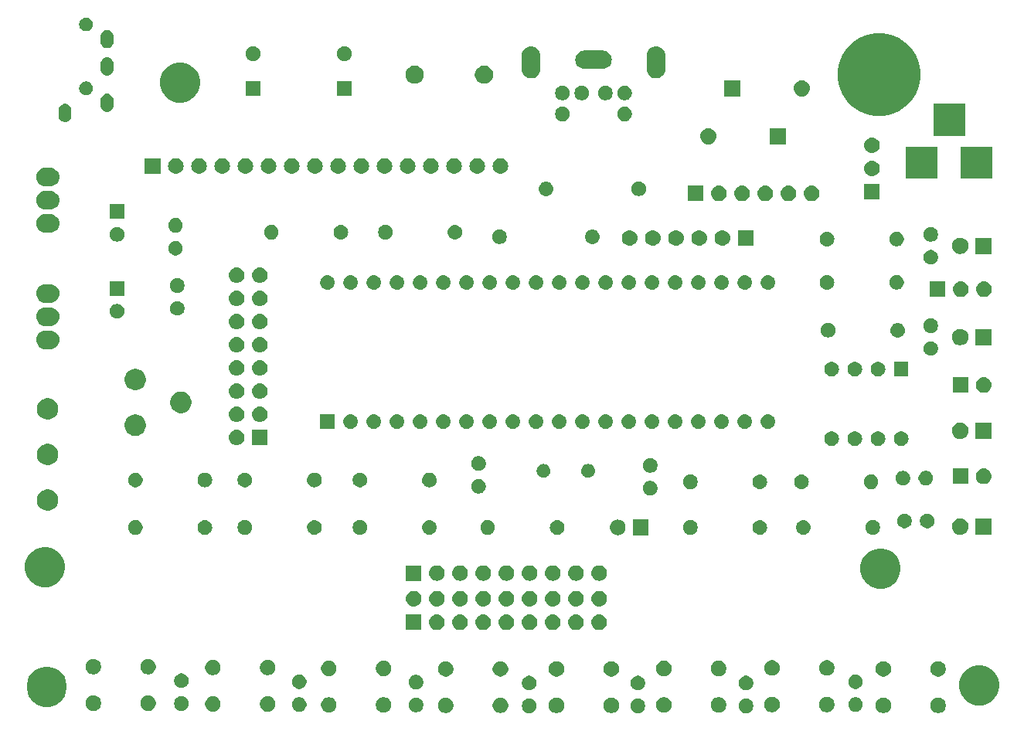
<source format=gbr>
G04 #@! TF.GenerationSoftware,KiCad,Pcbnew,5.0.2+dfsg1-1*
G04 #@! TF.CreationDate,2019-02-11T17:55:52+01:00*
G04 #@! TF.ProjectId,yaacwk,79616163-776b-42e6-9b69-6361645f7063,1.2*
G04 #@! TF.SameCoordinates,Original*
G04 #@! TF.FileFunction,Soldermask,Bot*
G04 #@! TF.FilePolarity,Negative*
%FSLAX46Y46*%
G04 Gerber Fmt 4.6, Leading zero omitted, Abs format (unit mm)*
G04 Created by KiCad (PCBNEW 5.0.2+dfsg1-1) date lun 11 feb 2019 17:55:52 CET*
%MOMM*%
%LPD*%
G01*
G04 APERTURE LIST*
%ADD10C,0.100000*%
G04 APERTURE END LIST*
D10*
G36*
X156983352Y-131380743D02*
X157128941Y-131441048D01*
X157259973Y-131528601D01*
X157371399Y-131640027D01*
X157458952Y-131771059D01*
X157519257Y-131916648D01*
X157550000Y-132071205D01*
X157550000Y-132228795D01*
X157519257Y-132383352D01*
X157458952Y-132528941D01*
X157371399Y-132659973D01*
X157259973Y-132771399D01*
X157128941Y-132858952D01*
X156983352Y-132919257D01*
X156828795Y-132950000D01*
X156671205Y-132950000D01*
X156516648Y-132919257D01*
X156371059Y-132858952D01*
X156240027Y-132771399D01*
X156128601Y-132659973D01*
X156041048Y-132528941D01*
X155980743Y-132383352D01*
X155950000Y-132228795D01*
X155950000Y-132071205D01*
X155980743Y-131916648D01*
X156041048Y-131771059D01*
X156128601Y-131640027D01*
X156240027Y-131528601D01*
X156371059Y-131441048D01*
X156516648Y-131380743D01*
X156671205Y-131350000D01*
X156828795Y-131350000D01*
X156983352Y-131380743D01*
X156983352Y-131380743D01*
G37*
G36*
X168883352Y-131380743D02*
X169028941Y-131441048D01*
X169159973Y-131528601D01*
X169271399Y-131640027D01*
X169358952Y-131771059D01*
X169419257Y-131916648D01*
X169450000Y-132071205D01*
X169450000Y-132228795D01*
X169419257Y-132383352D01*
X169358952Y-132528941D01*
X169271399Y-132659973D01*
X169159973Y-132771399D01*
X169028941Y-132858952D01*
X168883352Y-132919257D01*
X168728795Y-132950000D01*
X168571205Y-132950000D01*
X168416648Y-132919257D01*
X168271059Y-132858952D01*
X168140027Y-132771399D01*
X168028601Y-132659973D01*
X167941048Y-132528941D01*
X167880743Y-132383352D01*
X167850000Y-132228795D01*
X167850000Y-132071205D01*
X167880743Y-131916648D01*
X167941048Y-131771059D01*
X168028601Y-131640027D01*
X168140027Y-131528601D01*
X168271059Y-131441048D01*
X168416648Y-131380743D01*
X168571205Y-131350000D01*
X168728795Y-131350000D01*
X168883352Y-131380743D01*
X168883352Y-131380743D01*
G37*
G36*
X180733352Y-131380743D02*
X180878941Y-131441048D01*
X181009973Y-131528601D01*
X181121399Y-131640027D01*
X181208952Y-131771059D01*
X181269257Y-131916648D01*
X181300000Y-132071205D01*
X181300000Y-132228795D01*
X181269257Y-132383352D01*
X181208952Y-132528941D01*
X181121399Y-132659973D01*
X181009973Y-132771399D01*
X180878941Y-132858952D01*
X180733352Y-132919257D01*
X180578795Y-132950000D01*
X180421205Y-132950000D01*
X180266648Y-132919257D01*
X180121059Y-132858952D01*
X179990027Y-132771399D01*
X179878601Y-132659973D01*
X179791048Y-132528941D01*
X179730743Y-132383352D01*
X179700000Y-132228795D01*
X179700000Y-132071205D01*
X179730743Y-131916648D01*
X179791048Y-131771059D01*
X179878601Y-131640027D01*
X179990027Y-131528601D01*
X180121059Y-131441048D01*
X180266648Y-131380743D01*
X180421205Y-131350000D01*
X180578795Y-131350000D01*
X180733352Y-131380743D01*
X180733352Y-131380743D01*
G37*
G36*
X201797934Y-131282664D02*
X201952627Y-131346740D01*
X202091847Y-131439764D01*
X202210236Y-131558153D01*
X202303260Y-131697373D01*
X202367336Y-131852066D01*
X202400000Y-132016281D01*
X202400000Y-132183719D01*
X202367336Y-132347934D01*
X202303260Y-132502627D01*
X202210236Y-132641847D01*
X202091847Y-132760236D01*
X201952627Y-132853260D01*
X201797934Y-132917336D01*
X201633719Y-132950000D01*
X201466281Y-132950000D01*
X201302066Y-132917336D01*
X201147373Y-132853260D01*
X201008153Y-132760236D01*
X200889764Y-132641847D01*
X200796740Y-132502627D01*
X200732664Y-132347934D01*
X200700000Y-132183719D01*
X200700000Y-132016281D01*
X200732664Y-131852066D01*
X200796740Y-131697373D01*
X200889764Y-131558153D01*
X201008153Y-131439764D01*
X201147373Y-131346740D01*
X201302066Y-131282664D01*
X201466281Y-131250000D01*
X201633719Y-131250000D01*
X201797934Y-131282664D01*
X201797934Y-131282664D01*
G37*
G36*
X165997934Y-131282664D02*
X166152627Y-131346740D01*
X166291847Y-131439764D01*
X166410236Y-131558153D01*
X166503260Y-131697373D01*
X166567336Y-131852066D01*
X166600000Y-132016281D01*
X166600000Y-132183719D01*
X166567336Y-132347934D01*
X166503260Y-132502627D01*
X166410236Y-132641847D01*
X166291847Y-132760236D01*
X166152627Y-132853260D01*
X165997934Y-132917336D01*
X165833719Y-132950000D01*
X165666281Y-132950000D01*
X165502066Y-132917336D01*
X165347373Y-132853260D01*
X165208153Y-132760236D01*
X165089764Y-132641847D01*
X164996740Y-132502627D01*
X164932664Y-132347934D01*
X164900000Y-132183719D01*
X164900000Y-132016281D01*
X164932664Y-131852066D01*
X164996740Y-131697373D01*
X165089764Y-131558153D01*
X165208153Y-131439764D01*
X165347373Y-131346740D01*
X165502066Y-131282664D01*
X165666281Y-131250000D01*
X165833719Y-131250000D01*
X165997934Y-131282664D01*
X165997934Y-131282664D01*
G37*
G36*
X159997934Y-131282664D02*
X160152627Y-131346740D01*
X160291847Y-131439764D01*
X160410236Y-131558153D01*
X160503260Y-131697373D01*
X160567336Y-131852066D01*
X160600000Y-132016281D01*
X160600000Y-132183719D01*
X160567336Y-132347934D01*
X160503260Y-132502627D01*
X160410236Y-132641847D01*
X160291847Y-132760236D01*
X160152627Y-132853260D01*
X159997934Y-132917336D01*
X159833719Y-132950000D01*
X159666281Y-132950000D01*
X159502066Y-132917336D01*
X159347373Y-132853260D01*
X159208153Y-132760236D01*
X159089764Y-132641847D01*
X158996740Y-132502627D01*
X158932664Y-132347934D01*
X158900000Y-132183719D01*
X158900000Y-132016281D01*
X158932664Y-131852066D01*
X158996740Y-131697373D01*
X159089764Y-131558153D01*
X159208153Y-131439764D01*
X159347373Y-131346740D01*
X159502066Y-131282664D01*
X159666281Y-131250000D01*
X159833719Y-131250000D01*
X159997934Y-131282664D01*
X159997934Y-131282664D01*
G37*
G36*
X153847934Y-131282664D02*
X154002627Y-131346740D01*
X154141847Y-131439764D01*
X154260236Y-131558153D01*
X154353260Y-131697373D01*
X154417336Y-131852066D01*
X154450000Y-132016281D01*
X154450000Y-132183719D01*
X154417336Y-132347934D01*
X154353260Y-132502627D01*
X154260236Y-132641847D01*
X154141847Y-132760236D01*
X154002627Y-132853260D01*
X153847934Y-132917336D01*
X153683719Y-132950000D01*
X153516281Y-132950000D01*
X153352066Y-132917336D01*
X153197373Y-132853260D01*
X153058153Y-132760236D01*
X152939764Y-132641847D01*
X152846740Y-132502627D01*
X152782664Y-132347934D01*
X152750000Y-132183719D01*
X152750000Y-132016281D01*
X152782664Y-131852066D01*
X152846740Y-131697373D01*
X152939764Y-131558153D01*
X153058153Y-131439764D01*
X153197373Y-131346740D01*
X153352066Y-131282664D01*
X153516281Y-131250000D01*
X153683719Y-131250000D01*
X153847934Y-131282664D01*
X153847934Y-131282664D01*
G37*
G36*
X147847934Y-131282664D02*
X148002627Y-131346740D01*
X148141847Y-131439764D01*
X148260236Y-131558153D01*
X148353260Y-131697373D01*
X148417336Y-131852066D01*
X148450000Y-132016281D01*
X148450000Y-132183719D01*
X148417336Y-132347934D01*
X148353260Y-132502627D01*
X148260236Y-132641847D01*
X148141847Y-132760236D01*
X148002627Y-132853260D01*
X147847934Y-132917336D01*
X147683719Y-132950000D01*
X147516281Y-132950000D01*
X147352066Y-132917336D01*
X147197373Y-132853260D01*
X147058153Y-132760236D01*
X146939764Y-132641847D01*
X146846740Y-132502627D01*
X146782664Y-132347934D01*
X146750000Y-132183719D01*
X146750000Y-132016281D01*
X146782664Y-131852066D01*
X146846740Y-131697373D01*
X146939764Y-131558153D01*
X147058153Y-131439764D01*
X147197373Y-131346740D01*
X147352066Y-131282664D01*
X147516281Y-131250000D01*
X147683719Y-131250000D01*
X147847934Y-131282664D01*
X147847934Y-131282664D01*
G37*
G36*
X195797934Y-131282664D02*
X195952627Y-131346740D01*
X196091847Y-131439764D01*
X196210236Y-131558153D01*
X196303260Y-131697373D01*
X196367336Y-131852066D01*
X196400000Y-132016281D01*
X196400000Y-132183719D01*
X196367336Y-132347934D01*
X196303260Y-132502627D01*
X196210236Y-132641847D01*
X196091847Y-132760236D01*
X195952627Y-132853260D01*
X195797934Y-132917336D01*
X195633719Y-132950000D01*
X195466281Y-132950000D01*
X195302066Y-132917336D01*
X195147373Y-132853260D01*
X195008153Y-132760236D01*
X194889764Y-132641847D01*
X194796740Y-132502627D01*
X194732664Y-132347934D01*
X194700000Y-132183719D01*
X194700000Y-132016281D01*
X194732664Y-131852066D01*
X194796740Y-131697373D01*
X194889764Y-131558153D01*
X195008153Y-131439764D01*
X195147373Y-131346740D01*
X195302066Y-131282664D01*
X195466281Y-131250000D01*
X195633719Y-131250000D01*
X195797934Y-131282664D01*
X195797934Y-131282664D01*
G37*
G36*
X135047934Y-131232664D02*
X135202627Y-131296740D01*
X135341847Y-131389764D01*
X135460236Y-131508153D01*
X135553260Y-131647373D01*
X135617336Y-131802066D01*
X135650000Y-131966281D01*
X135650000Y-132133719D01*
X135617336Y-132297934D01*
X135553260Y-132452627D01*
X135460236Y-132591847D01*
X135341847Y-132710236D01*
X135202627Y-132803260D01*
X135047934Y-132867336D01*
X134883719Y-132900000D01*
X134716281Y-132900000D01*
X134552066Y-132867336D01*
X134397373Y-132803260D01*
X134258153Y-132710236D01*
X134139764Y-132591847D01*
X134046740Y-132452627D01*
X133982664Y-132297934D01*
X133950000Y-132133719D01*
X133950000Y-131966281D01*
X133982664Y-131802066D01*
X134046740Y-131647373D01*
X134139764Y-131508153D01*
X134258153Y-131389764D01*
X134397373Y-131296740D01*
X134552066Y-131232664D01*
X134716281Y-131200000D01*
X134883719Y-131200000D01*
X135047934Y-131232664D01*
X135047934Y-131232664D01*
G37*
G36*
X141047934Y-131232664D02*
X141202627Y-131296740D01*
X141341847Y-131389764D01*
X141460236Y-131508153D01*
X141553260Y-131647373D01*
X141617336Y-131802066D01*
X141650000Y-131966281D01*
X141650000Y-132133719D01*
X141617336Y-132297934D01*
X141553260Y-132452627D01*
X141460236Y-132591847D01*
X141341847Y-132710236D01*
X141202627Y-132803260D01*
X141047934Y-132867336D01*
X140883719Y-132900000D01*
X140716281Y-132900000D01*
X140552066Y-132867336D01*
X140397373Y-132803260D01*
X140258153Y-132710236D01*
X140139764Y-132591847D01*
X140046740Y-132452627D01*
X139982664Y-132297934D01*
X139950000Y-132133719D01*
X139950000Y-131966281D01*
X139982664Y-131802066D01*
X140046740Y-131647373D01*
X140139764Y-131508153D01*
X140258153Y-131389764D01*
X140397373Y-131296740D01*
X140552066Y-131232664D01*
X140716281Y-131200000D01*
X140883719Y-131200000D01*
X141047934Y-131232664D01*
X141047934Y-131232664D01*
G37*
G36*
X171747934Y-131232664D02*
X171902627Y-131296740D01*
X172041847Y-131389764D01*
X172160236Y-131508153D01*
X172253260Y-131647373D01*
X172317336Y-131802066D01*
X172350000Y-131966281D01*
X172350000Y-132133719D01*
X172317336Y-132297934D01*
X172253260Y-132452627D01*
X172160236Y-132591847D01*
X172041847Y-132710236D01*
X171902627Y-132803260D01*
X171747934Y-132867336D01*
X171583719Y-132900000D01*
X171416281Y-132900000D01*
X171252066Y-132867336D01*
X171097373Y-132803260D01*
X170958153Y-132710236D01*
X170839764Y-132591847D01*
X170746740Y-132452627D01*
X170682664Y-132297934D01*
X170650000Y-132133719D01*
X170650000Y-131966281D01*
X170682664Y-131802066D01*
X170746740Y-131647373D01*
X170839764Y-131508153D01*
X170958153Y-131389764D01*
X171097373Y-131296740D01*
X171252066Y-131232664D01*
X171416281Y-131200000D01*
X171583719Y-131200000D01*
X171747934Y-131232664D01*
X171747934Y-131232664D01*
G37*
G36*
X177747934Y-131232664D02*
X177902627Y-131296740D01*
X178041847Y-131389764D01*
X178160236Y-131508153D01*
X178253260Y-131647373D01*
X178317336Y-131802066D01*
X178350000Y-131966281D01*
X178350000Y-132133719D01*
X178317336Y-132297934D01*
X178253260Y-132452627D01*
X178160236Y-132591847D01*
X178041847Y-132710236D01*
X177902627Y-132803260D01*
X177747934Y-132867336D01*
X177583719Y-132900000D01*
X177416281Y-132900000D01*
X177252066Y-132867336D01*
X177097373Y-132803260D01*
X176958153Y-132710236D01*
X176839764Y-132591847D01*
X176746740Y-132452627D01*
X176682664Y-132297934D01*
X176650000Y-132133719D01*
X176650000Y-131966281D01*
X176682664Y-131802066D01*
X176746740Y-131647373D01*
X176839764Y-131508153D01*
X176958153Y-131389764D01*
X177097373Y-131296740D01*
X177252066Y-131232664D01*
X177416281Y-131200000D01*
X177583719Y-131200000D01*
X177747934Y-131232664D01*
X177747934Y-131232664D01*
G37*
G36*
X183597934Y-131182664D02*
X183752627Y-131246740D01*
X183891847Y-131339764D01*
X184010236Y-131458153D01*
X184103260Y-131597373D01*
X184167336Y-131752066D01*
X184200000Y-131916281D01*
X184200000Y-132083719D01*
X184167336Y-132247934D01*
X184103260Y-132402627D01*
X184010236Y-132541847D01*
X183891847Y-132660236D01*
X183752627Y-132753260D01*
X183597934Y-132817336D01*
X183433719Y-132850000D01*
X183266281Y-132850000D01*
X183102066Y-132817336D01*
X182947373Y-132753260D01*
X182808153Y-132660236D01*
X182689764Y-132541847D01*
X182596740Y-132402627D01*
X182532664Y-132247934D01*
X182500000Y-132083719D01*
X182500000Y-131916281D01*
X182532664Y-131752066D01*
X182596740Y-131597373D01*
X182689764Y-131458153D01*
X182808153Y-131339764D01*
X182947373Y-131246740D01*
X183102066Y-131182664D01*
X183266281Y-131150000D01*
X183433719Y-131150000D01*
X183597934Y-131182664D01*
X183597934Y-131182664D01*
G37*
G36*
X189597934Y-131182664D02*
X189752627Y-131246740D01*
X189891847Y-131339764D01*
X190010236Y-131458153D01*
X190103260Y-131597373D01*
X190167336Y-131752066D01*
X190200000Y-131916281D01*
X190200000Y-132083719D01*
X190167336Y-132247934D01*
X190103260Y-132402627D01*
X190010236Y-132541847D01*
X189891847Y-132660236D01*
X189752627Y-132753260D01*
X189597934Y-132817336D01*
X189433719Y-132850000D01*
X189266281Y-132850000D01*
X189102066Y-132817336D01*
X188947373Y-132753260D01*
X188808153Y-132660236D01*
X188689764Y-132541847D01*
X188596740Y-132402627D01*
X188532664Y-132247934D01*
X188500000Y-132083719D01*
X188500000Y-131916281D01*
X188532664Y-131752066D01*
X188596740Y-131597373D01*
X188689764Y-131458153D01*
X188808153Y-131339764D01*
X188947373Y-131246740D01*
X189102066Y-131182664D01*
X189266281Y-131150000D01*
X189433719Y-131150000D01*
X189597934Y-131182664D01*
X189597934Y-131182664D01*
G37*
G36*
X144583352Y-131280743D02*
X144728941Y-131341048D01*
X144859973Y-131428601D01*
X144971399Y-131540027D01*
X145058952Y-131671059D01*
X145119257Y-131816648D01*
X145150000Y-131971205D01*
X145150000Y-132128795D01*
X145119257Y-132283352D01*
X145058952Y-132428941D01*
X144971399Y-132559973D01*
X144859973Y-132671399D01*
X144728941Y-132758952D01*
X144583352Y-132819257D01*
X144428795Y-132850000D01*
X144271205Y-132850000D01*
X144116648Y-132819257D01*
X143971059Y-132758952D01*
X143840027Y-132671399D01*
X143728601Y-132559973D01*
X143641048Y-132428941D01*
X143580743Y-132283352D01*
X143550000Y-132128795D01*
X143550000Y-131971205D01*
X143580743Y-131816648D01*
X143641048Y-131671059D01*
X143728601Y-131540027D01*
X143840027Y-131428601D01*
X143971059Y-131341048D01*
X144116648Y-131280743D01*
X144271205Y-131250000D01*
X144428795Y-131250000D01*
X144583352Y-131280743D01*
X144583352Y-131280743D01*
G37*
G36*
X122347934Y-131132664D02*
X122502627Y-131196740D01*
X122641847Y-131289764D01*
X122760236Y-131408153D01*
X122853260Y-131547373D01*
X122917336Y-131702066D01*
X122950000Y-131866281D01*
X122950000Y-132033719D01*
X122917336Y-132197934D01*
X122853260Y-132352627D01*
X122760236Y-132491847D01*
X122641847Y-132610236D01*
X122502627Y-132703260D01*
X122347934Y-132767336D01*
X122183719Y-132800000D01*
X122016281Y-132800000D01*
X121852066Y-132767336D01*
X121697373Y-132703260D01*
X121558153Y-132610236D01*
X121439764Y-132491847D01*
X121346740Y-132352627D01*
X121282664Y-132197934D01*
X121250000Y-132033719D01*
X121250000Y-131866281D01*
X121282664Y-131702066D01*
X121346740Y-131547373D01*
X121439764Y-131408153D01*
X121558153Y-131289764D01*
X121697373Y-131196740D01*
X121852066Y-131132664D01*
X122016281Y-131100000D01*
X122183719Y-131100000D01*
X122347934Y-131132664D01*
X122347934Y-131132664D01*
G37*
G36*
X192733352Y-131230743D02*
X192878941Y-131291048D01*
X193009973Y-131378601D01*
X193121399Y-131490027D01*
X193208952Y-131621059D01*
X193269257Y-131766648D01*
X193300000Y-131921205D01*
X193300000Y-132078795D01*
X193269257Y-132233352D01*
X193208952Y-132378941D01*
X193121399Y-132509973D01*
X193009973Y-132621399D01*
X192878941Y-132708952D01*
X192733352Y-132769257D01*
X192578795Y-132800000D01*
X192421205Y-132800000D01*
X192266648Y-132769257D01*
X192121059Y-132708952D01*
X191990027Y-132621399D01*
X191878601Y-132509973D01*
X191791048Y-132378941D01*
X191730743Y-132233352D01*
X191700000Y-132078795D01*
X191700000Y-131921205D01*
X191730743Y-131766648D01*
X191791048Y-131621059D01*
X191878601Y-131490027D01*
X191990027Y-131378601D01*
X192121059Y-131291048D01*
X192266648Y-131230743D01*
X192421205Y-131200000D01*
X192578795Y-131200000D01*
X192733352Y-131230743D01*
X192733352Y-131230743D01*
G37*
G36*
X131783352Y-131230743D02*
X131928941Y-131291048D01*
X132059973Y-131378601D01*
X132171399Y-131490027D01*
X132258952Y-131621059D01*
X132319257Y-131766648D01*
X132350000Y-131921205D01*
X132350000Y-132078795D01*
X132319257Y-132233352D01*
X132258952Y-132378941D01*
X132171399Y-132509973D01*
X132059973Y-132621399D01*
X131928941Y-132708952D01*
X131783352Y-132769257D01*
X131628795Y-132800000D01*
X131471205Y-132800000D01*
X131316648Y-132769257D01*
X131171059Y-132708952D01*
X131040027Y-132621399D01*
X130928601Y-132509973D01*
X130841048Y-132378941D01*
X130780743Y-132233352D01*
X130750000Y-132078795D01*
X130750000Y-131921205D01*
X130780743Y-131766648D01*
X130841048Y-131621059D01*
X130928601Y-131490027D01*
X131040027Y-131378601D01*
X131171059Y-131291048D01*
X131316648Y-131230743D01*
X131471205Y-131200000D01*
X131628795Y-131200000D01*
X131783352Y-131230743D01*
X131783352Y-131230743D01*
G37*
G36*
X128347934Y-131132664D02*
X128502627Y-131196740D01*
X128641847Y-131289764D01*
X128760236Y-131408153D01*
X128853260Y-131547373D01*
X128917336Y-131702066D01*
X128950000Y-131866281D01*
X128950000Y-132033719D01*
X128917336Y-132197934D01*
X128853260Y-132352627D01*
X128760236Y-132491847D01*
X128641847Y-132610236D01*
X128502627Y-132703260D01*
X128347934Y-132767336D01*
X128183719Y-132800000D01*
X128016281Y-132800000D01*
X127852066Y-132767336D01*
X127697373Y-132703260D01*
X127558153Y-132610236D01*
X127439764Y-132491847D01*
X127346740Y-132352627D01*
X127282664Y-132197934D01*
X127250000Y-132033719D01*
X127250000Y-131866281D01*
X127282664Y-131702066D01*
X127346740Y-131547373D01*
X127439764Y-131408153D01*
X127558153Y-131289764D01*
X127697373Y-131196740D01*
X127852066Y-131132664D01*
X128016281Y-131100000D01*
X128183719Y-131100000D01*
X128347934Y-131132664D01*
X128347934Y-131132664D01*
G37*
G36*
X109247934Y-131032664D02*
X109402627Y-131096740D01*
X109541847Y-131189764D01*
X109660236Y-131308153D01*
X109753260Y-131447373D01*
X109817336Y-131602066D01*
X109850000Y-131766281D01*
X109850000Y-131933719D01*
X109817336Y-132097934D01*
X109753260Y-132252627D01*
X109660236Y-132391847D01*
X109541847Y-132510236D01*
X109402627Y-132603260D01*
X109247934Y-132667336D01*
X109083719Y-132700000D01*
X108916281Y-132700000D01*
X108752066Y-132667336D01*
X108597373Y-132603260D01*
X108458153Y-132510236D01*
X108339764Y-132391847D01*
X108246740Y-132252627D01*
X108182664Y-132097934D01*
X108150000Y-131933719D01*
X108150000Y-131766281D01*
X108182664Y-131602066D01*
X108246740Y-131447373D01*
X108339764Y-131308153D01*
X108458153Y-131189764D01*
X108597373Y-131096740D01*
X108752066Y-131032664D01*
X108916281Y-131000000D01*
X109083719Y-131000000D01*
X109247934Y-131032664D01*
X109247934Y-131032664D01*
G37*
G36*
X115247934Y-131032664D02*
X115402627Y-131096740D01*
X115541847Y-131189764D01*
X115660236Y-131308153D01*
X115753260Y-131447373D01*
X115817336Y-131602066D01*
X115850000Y-131766281D01*
X115850000Y-131933719D01*
X115817336Y-132097934D01*
X115753260Y-132252627D01*
X115660236Y-132391847D01*
X115541847Y-132510236D01*
X115402627Y-132603260D01*
X115247934Y-132667336D01*
X115083719Y-132700000D01*
X114916281Y-132700000D01*
X114752066Y-132667336D01*
X114597373Y-132603260D01*
X114458153Y-132510236D01*
X114339764Y-132391847D01*
X114246740Y-132252627D01*
X114182664Y-132097934D01*
X114150000Y-131933719D01*
X114150000Y-131766281D01*
X114182664Y-131602066D01*
X114246740Y-131447373D01*
X114339764Y-131308153D01*
X114458153Y-131189764D01*
X114597373Y-131096740D01*
X114752066Y-131032664D01*
X114916281Y-131000000D01*
X115083719Y-131000000D01*
X115247934Y-131032664D01*
X115247934Y-131032664D01*
G37*
G36*
X118883352Y-131130743D02*
X119028941Y-131191048D01*
X119159973Y-131278601D01*
X119271399Y-131390027D01*
X119358952Y-131521059D01*
X119419257Y-131666648D01*
X119450000Y-131821205D01*
X119450000Y-131978795D01*
X119419257Y-132133352D01*
X119358952Y-132278941D01*
X119271399Y-132409973D01*
X119159973Y-132521399D01*
X119028941Y-132608952D01*
X118883352Y-132669257D01*
X118728795Y-132700000D01*
X118571205Y-132700000D01*
X118416648Y-132669257D01*
X118271059Y-132608952D01*
X118140027Y-132521399D01*
X118028601Y-132409973D01*
X117941048Y-132278941D01*
X117880743Y-132133352D01*
X117850000Y-131978795D01*
X117850000Y-131821205D01*
X117880743Y-131666648D01*
X117941048Y-131521059D01*
X118028601Y-131390027D01*
X118140027Y-131278601D01*
X118271059Y-131191048D01*
X118416648Y-131130743D01*
X118571205Y-131100000D01*
X118728795Y-131100000D01*
X118883352Y-131130743D01*
X118883352Y-131130743D01*
G37*
G36*
X104541716Y-127934544D02*
X104942090Y-128100384D01*
X105302421Y-128341150D01*
X105608850Y-128647579D01*
X105849616Y-129007910D01*
X106015456Y-129408284D01*
X106100000Y-129833317D01*
X106100000Y-130266683D01*
X106015456Y-130691716D01*
X105849616Y-131092090D01*
X105608850Y-131452421D01*
X105302421Y-131758850D01*
X104942090Y-131999616D01*
X104541716Y-132165456D01*
X104116683Y-132250000D01*
X103683317Y-132250000D01*
X103258284Y-132165456D01*
X102857910Y-131999616D01*
X102497579Y-131758850D01*
X102191150Y-131452421D01*
X101950384Y-131092090D01*
X101784544Y-130691716D01*
X101700000Y-130266683D01*
X101700000Y-129833317D01*
X101784544Y-129408284D01*
X101950384Y-129007910D01*
X102191150Y-128647579D01*
X102497579Y-128341150D01*
X102857910Y-128100384D01*
X103258284Y-127934544D01*
X103683317Y-127850000D01*
X104116683Y-127850000D01*
X104541716Y-127934544D01*
X104541716Y-127934544D01*
G37*
G36*
X206691716Y-127784544D02*
X207092090Y-127950384D01*
X207452421Y-128191150D01*
X207758850Y-128497579D01*
X207999616Y-128857910D01*
X208165456Y-129258284D01*
X208250000Y-129683317D01*
X208250000Y-130116683D01*
X208165456Y-130541716D01*
X207999616Y-130942090D01*
X207758850Y-131302421D01*
X207452421Y-131608850D01*
X207092090Y-131849616D01*
X206691716Y-132015456D01*
X206266683Y-132100000D01*
X205833317Y-132100000D01*
X205408284Y-132015456D01*
X205007910Y-131849616D01*
X204647579Y-131608850D01*
X204341150Y-131302421D01*
X204100384Y-130942090D01*
X203934544Y-130541716D01*
X203850000Y-130116683D01*
X203850000Y-129683317D01*
X203934544Y-129258284D01*
X204100384Y-128857910D01*
X204341150Y-128497579D01*
X204647579Y-128191150D01*
X205007910Y-127950384D01*
X205408284Y-127784544D01*
X205833317Y-127700000D01*
X206266683Y-127700000D01*
X206691716Y-127784544D01*
X206691716Y-127784544D01*
G37*
G36*
X180733352Y-128880743D02*
X180878941Y-128941048D01*
X181009973Y-129028601D01*
X181121399Y-129140027D01*
X181208952Y-129271059D01*
X181269257Y-129416648D01*
X181300000Y-129571205D01*
X181300000Y-129728795D01*
X181269257Y-129883352D01*
X181208952Y-130028941D01*
X181121399Y-130159973D01*
X181009973Y-130271399D01*
X180878941Y-130358952D01*
X180733352Y-130419257D01*
X180578795Y-130450000D01*
X180421205Y-130450000D01*
X180266648Y-130419257D01*
X180121059Y-130358952D01*
X179990027Y-130271399D01*
X179878601Y-130159973D01*
X179791048Y-130028941D01*
X179730743Y-129883352D01*
X179700000Y-129728795D01*
X179700000Y-129571205D01*
X179730743Y-129416648D01*
X179791048Y-129271059D01*
X179878601Y-129140027D01*
X179990027Y-129028601D01*
X180121059Y-128941048D01*
X180266648Y-128880743D01*
X180421205Y-128850000D01*
X180578795Y-128850000D01*
X180733352Y-128880743D01*
X180733352Y-128880743D01*
G37*
G36*
X168883352Y-128880743D02*
X169028941Y-128941048D01*
X169159973Y-129028601D01*
X169271399Y-129140027D01*
X169358952Y-129271059D01*
X169419257Y-129416648D01*
X169450000Y-129571205D01*
X169450000Y-129728795D01*
X169419257Y-129883352D01*
X169358952Y-130028941D01*
X169271399Y-130159973D01*
X169159973Y-130271399D01*
X169028941Y-130358952D01*
X168883352Y-130419257D01*
X168728795Y-130450000D01*
X168571205Y-130450000D01*
X168416648Y-130419257D01*
X168271059Y-130358952D01*
X168140027Y-130271399D01*
X168028601Y-130159973D01*
X167941048Y-130028941D01*
X167880743Y-129883352D01*
X167850000Y-129728795D01*
X167850000Y-129571205D01*
X167880743Y-129416648D01*
X167941048Y-129271059D01*
X168028601Y-129140027D01*
X168140027Y-129028601D01*
X168271059Y-128941048D01*
X168416648Y-128880743D01*
X168571205Y-128850000D01*
X168728795Y-128850000D01*
X168883352Y-128880743D01*
X168883352Y-128880743D01*
G37*
G36*
X156983352Y-128880743D02*
X157128941Y-128941048D01*
X157259973Y-129028601D01*
X157371399Y-129140027D01*
X157458952Y-129271059D01*
X157519257Y-129416648D01*
X157550000Y-129571205D01*
X157550000Y-129728795D01*
X157519257Y-129883352D01*
X157458952Y-130028941D01*
X157371399Y-130159973D01*
X157259973Y-130271399D01*
X157128941Y-130358952D01*
X156983352Y-130419257D01*
X156828795Y-130450000D01*
X156671205Y-130450000D01*
X156516648Y-130419257D01*
X156371059Y-130358952D01*
X156240027Y-130271399D01*
X156128601Y-130159973D01*
X156041048Y-130028941D01*
X155980743Y-129883352D01*
X155950000Y-129728795D01*
X155950000Y-129571205D01*
X155980743Y-129416648D01*
X156041048Y-129271059D01*
X156128601Y-129140027D01*
X156240027Y-129028601D01*
X156371059Y-128941048D01*
X156516648Y-128880743D01*
X156671205Y-128850000D01*
X156828795Y-128850000D01*
X156983352Y-128880743D01*
X156983352Y-128880743D01*
G37*
G36*
X144583352Y-128780743D02*
X144728941Y-128841048D01*
X144859973Y-128928601D01*
X144971399Y-129040027D01*
X145058952Y-129171059D01*
X145119257Y-129316648D01*
X145150000Y-129471205D01*
X145150000Y-129628795D01*
X145119257Y-129783352D01*
X145058952Y-129928941D01*
X144971399Y-130059973D01*
X144859973Y-130171399D01*
X144728941Y-130258952D01*
X144583352Y-130319257D01*
X144428795Y-130350000D01*
X144271205Y-130350000D01*
X144116648Y-130319257D01*
X143971059Y-130258952D01*
X143840027Y-130171399D01*
X143728601Y-130059973D01*
X143641048Y-129928941D01*
X143580743Y-129783352D01*
X143550000Y-129628795D01*
X143550000Y-129471205D01*
X143580743Y-129316648D01*
X143641048Y-129171059D01*
X143728601Y-129040027D01*
X143840027Y-128928601D01*
X143971059Y-128841048D01*
X144116648Y-128780743D01*
X144271205Y-128750000D01*
X144428795Y-128750000D01*
X144583352Y-128780743D01*
X144583352Y-128780743D01*
G37*
G36*
X192733352Y-128730743D02*
X192878941Y-128791048D01*
X193009973Y-128878601D01*
X193121399Y-128990027D01*
X193208952Y-129121059D01*
X193269257Y-129266648D01*
X193300000Y-129421205D01*
X193300000Y-129578795D01*
X193269257Y-129733352D01*
X193208952Y-129878941D01*
X193121399Y-130009973D01*
X193009973Y-130121399D01*
X192878941Y-130208952D01*
X192733352Y-130269257D01*
X192578795Y-130300000D01*
X192421205Y-130300000D01*
X192266648Y-130269257D01*
X192121059Y-130208952D01*
X191990027Y-130121399D01*
X191878601Y-130009973D01*
X191791048Y-129878941D01*
X191730743Y-129733352D01*
X191700000Y-129578795D01*
X191700000Y-129421205D01*
X191730743Y-129266648D01*
X191791048Y-129121059D01*
X191878601Y-128990027D01*
X191990027Y-128878601D01*
X192121059Y-128791048D01*
X192266648Y-128730743D01*
X192421205Y-128700000D01*
X192578795Y-128700000D01*
X192733352Y-128730743D01*
X192733352Y-128730743D01*
G37*
G36*
X131783352Y-128730743D02*
X131928941Y-128791048D01*
X132059973Y-128878601D01*
X132171399Y-128990027D01*
X132258952Y-129121059D01*
X132319257Y-129266648D01*
X132350000Y-129421205D01*
X132350000Y-129578795D01*
X132319257Y-129733352D01*
X132258952Y-129878941D01*
X132171399Y-130009973D01*
X132059973Y-130121399D01*
X131928941Y-130208952D01*
X131783352Y-130269257D01*
X131628795Y-130300000D01*
X131471205Y-130300000D01*
X131316648Y-130269257D01*
X131171059Y-130208952D01*
X131040027Y-130121399D01*
X130928601Y-130009973D01*
X130841048Y-129878941D01*
X130780743Y-129733352D01*
X130750000Y-129578795D01*
X130750000Y-129421205D01*
X130780743Y-129266648D01*
X130841048Y-129121059D01*
X130928601Y-128990027D01*
X131040027Y-128878601D01*
X131171059Y-128791048D01*
X131316648Y-128730743D01*
X131471205Y-128700000D01*
X131628795Y-128700000D01*
X131783352Y-128730743D01*
X131783352Y-128730743D01*
G37*
G36*
X118883352Y-128630743D02*
X119028941Y-128691048D01*
X119159973Y-128778601D01*
X119271399Y-128890027D01*
X119358952Y-129021059D01*
X119419257Y-129166648D01*
X119450000Y-129321205D01*
X119450000Y-129478795D01*
X119419257Y-129633352D01*
X119358952Y-129778941D01*
X119271399Y-129909973D01*
X119159973Y-130021399D01*
X119028941Y-130108952D01*
X118883352Y-130169257D01*
X118728795Y-130200000D01*
X118571205Y-130200000D01*
X118416648Y-130169257D01*
X118271059Y-130108952D01*
X118140027Y-130021399D01*
X118028601Y-129909973D01*
X117941048Y-129778941D01*
X117880743Y-129633352D01*
X117850000Y-129478795D01*
X117850000Y-129321205D01*
X117880743Y-129166648D01*
X117941048Y-129021059D01*
X118028601Y-128890027D01*
X118140027Y-128778601D01*
X118271059Y-128691048D01*
X118416648Y-128630743D01*
X118571205Y-128600000D01*
X118728795Y-128600000D01*
X118883352Y-128630743D01*
X118883352Y-128630743D01*
G37*
G36*
X201797934Y-127282664D02*
X201952627Y-127346740D01*
X202091847Y-127439764D01*
X202210236Y-127558153D01*
X202303260Y-127697373D01*
X202367336Y-127852066D01*
X202400000Y-128016281D01*
X202400000Y-128183719D01*
X202367336Y-128347934D01*
X202303260Y-128502627D01*
X202210236Y-128641847D01*
X202091847Y-128760236D01*
X201952627Y-128853260D01*
X201797934Y-128917336D01*
X201633719Y-128950000D01*
X201466281Y-128950000D01*
X201302066Y-128917336D01*
X201147373Y-128853260D01*
X201008153Y-128760236D01*
X200889764Y-128641847D01*
X200796740Y-128502627D01*
X200732664Y-128347934D01*
X200700000Y-128183719D01*
X200700000Y-128016281D01*
X200732664Y-127852066D01*
X200796740Y-127697373D01*
X200889764Y-127558153D01*
X201008153Y-127439764D01*
X201147373Y-127346740D01*
X201302066Y-127282664D01*
X201466281Y-127250000D01*
X201633719Y-127250000D01*
X201797934Y-127282664D01*
X201797934Y-127282664D01*
G37*
G36*
X165997934Y-127282664D02*
X166152627Y-127346740D01*
X166291847Y-127439764D01*
X166410236Y-127558153D01*
X166503260Y-127697373D01*
X166567336Y-127852066D01*
X166600000Y-128016281D01*
X166600000Y-128183719D01*
X166567336Y-128347934D01*
X166503260Y-128502627D01*
X166410236Y-128641847D01*
X166291847Y-128760236D01*
X166152627Y-128853260D01*
X165997934Y-128917336D01*
X165833719Y-128950000D01*
X165666281Y-128950000D01*
X165502066Y-128917336D01*
X165347373Y-128853260D01*
X165208153Y-128760236D01*
X165089764Y-128641847D01*
X164996740Y-128502627D01*
X164932664Y-128347934D01*
X164900000Y-128183719D01*
X164900000Y-128016281D01*
X164932664Y-127852066D01*
X164996740Y-127697373D01*
X165089764Y-127558153D01*
X165208153Y-127439764D01*
X165347373Y-127346740D01*
X165502066Y-127282664D01*
X165666281Y-127250000D01*
X165833719Y-127250000D01*
X165997934Y-127282664D01*
X165997934Y-127282664D01*
G37*
G36*
X195797934Y-127282664D02*
X195952627Y-127346740D01*
X196091847Y-127439764D01*
X196210236Y-127558153D01*
X196303260Y-127697373D01*
X196367336Y-127852066D01*
X196400000Y-128016281D01*
X196400000Y-128183719D01*
X196367336Y-128347934D01*
X196303260Y-128502627D01*
X196210236Y-128641847D01*
X196091847Y-128760236D01*
X195952627Y-128853260D01*
X195797934Y-128917336D01*
X195633719Y-128950000D01*
X195466281Y-128950000D01*
X195302066Y-128917336D01*
X195147373Y-128853260D01*
X195008153Y-128760236D01*
X194889764Y-128641847D01*
X194796740Y-128502627D01*
X194732664Y-128347934D01*
X194700000Y-128183719D01*
X194700000Y-128016281D01*
X194732664Y-127852066D01*
X194796740Y-127697373D01*
X194889764Y-127558153D01*
X195008153Y-127439764D01*
X195147373Y-127346740D01*
X195302066Y-127282664D01*
X195466281Y-127250000D01*
X195633719Y-127250000D01*
X195797934Y-127282664D01*
X195797934Y-127282664D01*
G37*
G36*
X159997934Y-127282664D02*
X160152627Y-127346740D01*
X160291847Y-127439764D01*
X160410236Y-127558153D01*
X160503260Y-127697373D01*
X160567336Y-127852066D01*
X160600000Y-128016281D01*
X160600000Y-128183719D01*
X160567336Y-128347934D01*
X160503260Y-128502627D01*
X160410236Y-128641847D01*
X160291847Y-128760236D01*
X160152627Y-128853260D01*
X159997934Y-128917336D01*
X159833719Y-128950000D01*
X159666281Y-128950000D01*
X159502066Y-128917336D01*
X159347373Y-128853260D01*
X159208153Y-128760236D01*
X159089764Y-128641847D01*
X158996740Y-128502627D01*
X158932664Y-128347934D01*
X158900000Y-128183719D01*
X158900000Y-128016281D01*
X158932664Y-127852066D01*
X158996740Y-127697373D01*
X159089764Y-127558153D01*
X159208153Y-127439764D01*
X159347373Y-127346740D01*
X159502066Y-127282664D01*
X159666281Y-127250000D01*
X159833719Y-127250000D01*
X159997934Y-127282664D01*
X159997934Y-127282664D01*
G37*
G36*
X153847934Y-127282664D02*
X154002627Y-127346740D01*
X154141847Y-127439764D01*
X154260236Y-127558153D01*
X154353260Y-127697373D01*
X154417336Y-127852066D01*
X154450000Y-128016281D01*
X154450000Y-128183719D01*
X154417336Y-128347934D01*
X154353260Y-128502627D01*
X154260236Y-128641847D01*
X154141847Y-128760236D01*
X154002627Y-128853260D01*
X153847934Y-128917336D01*
X153683719Y-128950000D01*
X153516281Y-128950000D01*
X153352066Y-128917336D01*
X153197373Y-128853260D01*
X153058153Y-128760236D01*
X152939764Y-128641847D01*
X152846740Y-128502627D01*
X152782664Y-128347934D01*
X152750000Y-128183719D01*
X152750000Y-128016281D01*
X152782664Y-127852066D01*
X152846740Y-127697373D01*
X152939764Y-127558153D01*
X153058153Y-127439764D01*
X153197373Y-127346740D01*
X153352066Y-127282664D01*
X153516281Y-127250000D01*
X153683719Y-127250000D01*
X153847934Y-127282664D01*
X153847934Y-127282664D01*
G37*
G36*
X147847934Y-127282664D02*
X148002627Y-127346740D01*
X148141847Y-127439764D01*
X148260236Y-127558153D01*
X148353260Y-127697373D01*
X148417336Y-127852066D01*
X148450000Y-128016281D01*
X148450000Y-128183719D01*
X148417336Y-128347934D01*
X148353260Y-128502627D01*
X148260236Y-128641847D01*
X148141847Y-128760236D01*
X148002627Y-128853260D01*
X147847934Y-128917336D01*
X147683719Y-128950000D01*
X147516281Y-128950000D01*
X147352066Y-128917336D01*
X147197373Y-128853260D01*
X147058153Y-128760236D01*
X146939764Y-128641847D01*
X146846740Y-128502627D01*
X146782664Y-128347934D01*
X146750000Y-128183719D01*
X146750000Y-128016281D01*
X146782664Y-127852066D01*
X146846740Y-127697373D01*
X146939764Y-127558153D01*
X147058153Y-127439764D01*
X147197373Y-127346740D01*
X147352066Y-127282664D01*
X147516281Y-127250000D01*
X147683719Y-127250000D01*
X147847934Y-127282664D01*
X147847934Y-127282664D01*
G37*
G36*
X171747934Y-127232664D02*
X171902627Y-127296740D01*
X172041847Y-127389764D01*
X172160236Y-127508153D01*
X172253260Y-127647373D01*
X172317336Y-127802066D01*
X172350000Y-127966281D01*
X172350000Y-128133719D01*
X172317336Y-128297934D01*
X172253260Y-128452627D01*
X172160236Y-128591847D01*
X172041847Y-128710236D01*
X171902627Y-128803260D01*
X171747934Y-128867336D01*
X171583719Y-128900000D01*
X171416281Y-128900000D01*
X171252066Y-128867336D01*
X171097373Y-128803260D01*
X170958153Y-128710236D01*
X170839764Y-128591847D01*
X170746740Y-128452627D01*
X170682664Y-128297934D01*
X170650000Y-128133719D01*
X170650000Y-127966281D01*
X170682664Y-127802066D01*
X170746740Y-127647373D01*
X170839764Y-127508153D01*
X170958153Y-127389764D01*
X171097373Y-127296740D01*
X171252066Y-127232664D01*
X171416281Y-127200000D01*
X171583719Y-127200000D01*
X171747934Y-127232664D01*
X171747934Y-127232664D01*
G37*
G36*
X177747934Y-127232664D02*
X177902627Y-127296740D01*
X178041847Y-127389764D01*
X178160236Y-127508153D01*
X178253260Y-127647373D01*
X178317336Y-127802066D01*
X178350000Y-127966281D01*
X178350000Y-128133719D01*
X178317336Y-128297934D01*
X178253260Y-128452627D01*
X178160236Y-128591847D01*
X178041847Y-128710236D01*
X177902627Y-128803260D01*
X177747934Y-128867336D01*
X177583719Y-128900000D01*
X177416281Y-128900000D01*
X177252066Y-128867336D01*
X177097373Y-128803260D01*
X176958153Y-128710236D01*
X176839764Y-128591847D01*
X176746740Y-128452627D01*
X176682664Y-128297934D01*
X176650000Y-128133719D01*
X176650000Y-127966281D01*
X176682664Y-127802066D01*
X176746740Y-127647373D01*
X176839764Y-127508153D01*
X176958153Y-127389764D01*
X177097373Y-127296740D01*
X177252066Y-127232664D01*
X177416281Y-127200000D01*
X177583719Y-127200000D01*
X177747934Y-127232664D01*
X177747934Y-127232664D01*
G37*
G36*
X141047934Y-127232664D02*
X141202627Y-127296740D01*
X141341847Y-127389764D01*
X141460236Y-127508153D01*
X141553260Y-127647373D01*
X141617336Y-127802066D01*
X141650000Y-127966281D01*
X141650000Y-128133719D01*
X141617336Y-128297934D01*
X141553260Y-128452627D01*
X141460236Y-128591847D01*
X141341847Y-128710236D01*
X141202627Y-128803260D01*
X141047934Y-128867336D01*
X140883719Y-128900000D01*
X140716281Y-128900000D01*
X140552066Y-128867336D01*
X140397373Y-128803260D01*
X140258153Y-128710236D01*
X140139764Y-128591847D01*
X140046740Y-128452627D01*
X139982664Y-128297934D01*
X139950000Y-128133719D01*
X139950000Y-127966281D01*
X139982664Y-127802066D01*
X140046740Y-127647373D01*
X140139764Y-127508153D01*
X140258153Y-127389764D01*
X140397373Y-127296740D01*
X140552066Y-127232664D01*
X140716281Y-127200000D01*
X140883719Y-127200000D01*
X141047934Y-127232664D01*
X141047934Y-127232664D01*
G37*
G36*
X135047934Y-127232664D02*
X135202627Y-127296740D01*
X135341847Y-127389764D01*
X135460236Y-127508153D01*
X135553260Y-127647373D01*
X135617336Y-127802066D01*
X135650000Y-127966281D01*
X135650000Y-128133719D01*
X135617336Y-128297934D01*
X135553260Y-128452627D01*
X135460236Y-128591847D01*
X135341847Y-128710236D01*
X135202627Y-128803260D01*
X135047934Y-128867336D01*
X134883719Y-128900000D01*
X134716281Y-128900000D01*
X134552066Y-128867336D01*
X134397373Y-128803260D01*
X134258153Y-128710236D01*
X134139764Y-128591847D01*
X134046740Y-128452627D01*
X133982664Y-128297934D01*
X133950000Y-128133719D01*
X133950000Y-127966281D01*
X133982664Y-127802066D01*
X134046740Y-127647373D01*
X134139764Y-127508153D01*
X134258153Y-127389764D01*
X134397373Y-127296740D01*
X134552066Y-127232664D01*
X134716281Y-127200000D01*
X134883719Y-127200000D01*
X135047934Y-127232664D01*
X135047934Y-127232664D01*
G37*
G36*
X189597934Y-127182664D02*
X189752627Y-127246740D01*
X189891847Y-127339764D01*
X190010236Y-127458153D01*
X190103260Y-127597373D01*
X190167336Y-127752066D01*
X190200000Y-127916281D01*
X190200000Y-128083719D01*
X190167336Y-128247934D01*
X190103260Y-128402627D01*
X190010236Y-128541847D01*
X189891847Y-128660236D01*
X189752627Y-128753260D01*
X189597934Y-128817336D01*
X189433719Y-128850000D01*
X189266281Y-128850000D01*
X189102066Y-128817336D01*
X188947373Y-128753260D01*
X188808153Y-128660236D01*
X188689764Y-128541847D01*
X188596740Y-128402627D01*
X188532664Y-128247934D01*
X188500000Y-128083719D01*
X188500000Y-127916281D01*
X188532664Y-127752066D01*
X188596740Y-127597373D01*
X188689764Y-127458153D01*
X188808153Y-127339764D01*
X188947373Y-127246740D01*
X189102066Y-127182664D01*
X189266281Y-127150000D01*
X189433719Y-127150000D01*
X189597934Y-127182664D01*
X189597934Y-127182664D01*
G37*
G36*
X183597934Y-127182664D02*
X183752627Y-127246740D01*
X183891847Y-127339764D01*
X184010236Y-127458153D01*
X184103260Y-127597373D01*
X184167336Y-127752066D01*
X184200000Y-127916281D01*
X184200000Y-128083719D01*
X184167336Y-128247934D01*
X184103260Y-128402627D01*
X184010236Y-128541847D01*
X183891847Y-128660236D01*
X183752627Y-128753260D01*
X183597934Y-128817336D01*
X183433719Y-128850000D01*
X183266281Y-128850000D01*
X183102066Y-128817336D01*
X182947373Y-128753260D01*
X182808153Y-128660236D01*
X182689764Y-128541847D01*
X182596740Y-128402627D01*
X182532664Y-128247934D01*
X182500000Y-128083719D01*
X182500000Y-127916281D01*
X182532664Y-127752066D01*
X182596740Y-127597373D01*
X182689764Y-127458153D01*
X182808153Y-127339764D01*
X182947373Y-127246740D01*
X183102066Y-127182664D01*
X183266281Y-127150000D01*
X183433719Y-127150000D01*
X183597934Y-127182664D01*
X183597934Y-127182664D01*
G37*
G36*
X128347934Y-127132664D02*
X128502627Y-127196740D01*
X128641847Y-127289764D01*
X128760236Y-127408153D01*
X128853260Y-127547373D01*
X128917336Y-127702066D01*
X128950000Y-127866281D01*
X128950000Y-128033719D01*
X128917336Y-128197934D01*
X128853260Y-128352627D01*
X128760236Y-128491847D01*
X128641847Y-128610236D01*
X128502627Y-128703260D01*
X128347934Y-128767336D01*
X128183719Y-128800000D01*
X128016281Y-128800000D01*
X127852066Y-128767336D01*
X127697373Y-128703260D01*
X127558153Y-128610236D01*
X127439764Y-128491847D01*
X127346740Y-128352627D01*
X127282664Y-128197934D01*
X127250000Y-128033719D01*
X127250000Y-127866281D01*
X127282664Y-127702066D01*
X127346740Y-127547373D01*
X127439764Y-127408153D01*
X127558153Y-127289764D01*
X127697373Y-127196740D01*
X127852066Y-127132664D01*
X128016281Y-127100000D01*
X128183719Y-127100000D01*
X128347934Y-127132664D01*
X128347934Y-127132664D01*
G37*
G36*
X122347934Y-127132664D02*
X122502627Y-127196740D01*
X122641847Y-127289764D01*
X122760236Y-127408153D01*
X122853260Y-127547373D01*
X122917336Y-127702066D01*
X122950000Y-127866281D01*
X122950000Y-128033719D01*
X122917336Y-128197934D01*
X122853260Y-128352627D01*
X122760236Y-128491847D01*
X122641847Y-128610236D01*
X122502627Y-128703260D01*
X122347934Y-128767336D01*
X122183719Y-128800000D01*
X122016281Y-128800000D01*
X121852066Y-128767336D01*
X121697373Y-128703260D01*
X121558153Y-128610236D01*
X121439764Y-128491847D01*
X121346740Y-128352627D01*
X121282664Y-128197934D01*
X121250000Y-128033719D01*
X121250000Y-127866281D01*
X121282664Y-127702066D01*
X121346740Y-127547373D01*
X121439764Y-127408153D01*
X121558153Y-127289764D01*
X121697373Y-127196740D01*
X121852066Y-127132664D01*
X122016281Y-127100000D01*
X122183719Y-127100000D01*
X122347934Y-127132664D01*
X122347934Y-127132664D01*
G37*
G36*
X115247934Y-127032664D02*
X115402627Y-127096740D01*
X115541847Y-127189764D01*
X115660236Y-127308153D01*
X115753260Y-127447373D01*
X115817336Y-127602066D01*
X115850000Y-127766281D01*
X115850000Y-127933719D01*
X115817336Y-128097934D01*
X115753260Y-128252627D01*
X115660236Y-128391847D01*
X115541847Y-128510236D01*
X115402627Y-128603260D01*
X115247934Y-128667336D01*
X115083719Y-128700000D01*
X114916281Y-128700000D01*
X114752066Y-128667336D01*
X114597373Y-128603260D01*
X114458153Y-128510236D01*
X114339764Y-128391847D01*
X114246740Y-128252627D01*
X114182664Y-128097934D01*
X114150000Y-127933719D01*
X114150000Y-127766281D01*
X114182664Y-127602066D01*
X114246740Y-127447373D01*
X114339764Y-127308153D01*
X114458153Y-127189764D01*
X114597373Y-127096740D01*
X114752066Y-127032664D01*
X114916281Y-127000000D01*
X115083719Y-127000000D01*
X115247934Y-127032664D01*
X115247934Y-127032664D01*
G37*
G36*
X109247934Y-127032664D02*
X109402627Y-127096740D01*
X109541847Y-127189764D01*
X109660236Y-127308153D01*
X109753260Y-127447373D01*
X109817336Y-127602066D01*
X109850000Y-127766281D01*
X109850000Y-127933719D01*
X109817336Y-128097934D01*
X109753260Y-128252627D01*
X109660236Y-128391847D01*
X109541847Y-128510236D01*
X109402627Y-128603260D01*
X109247934Y-128667336D01*
X109083719Y-128700000D01*
X108916281Y-128700000D01*
X108752066Y-128667336D01*
X108597373Y-128603260D01*
X108458153Y-128510236D01*
X108339764Y-128391847D01*
X108246740Y-128252627D01*
X108182664Y-128097934D01*
X108150000Y-127933719D01*
X108150000Y-127766281D01*
X108182664Y-127602066D01*
X108246740Y-127447373D01*
X108339764Y-127308153D01*
X108458153Y-127189764D01*
X108597373Y-127096740D01*
X108752066Y-127032664D01*
X108916281Y-127000000D01*
X109083719Y-127000000D01*
X109247934Y-127032664D01*
X109247934Y-127032664D01*
G37*
G36*
X154426630Y-122162299D02*
X154586855Y-122210903D01*
X154734520Y-122289831D01*
X154863949Y-122396051D01*
X154970169Y-122525480D01*
X155049097Y-122673145D01*
X155097701Y-122833370D01*
X155114112Y-123000000D01*
X155097701Y-123166630D01*
X155049097Y-123326855D01*
X154970169Y-123474520D01*
X154863949Y-123603949D01*
X154734520Y-123710169D01*
X154586855Y-123789097D01*
X154426630Y-123837701D01*
X154301752Y-123850000D01*
X154218248Y-123850000D01*
X154093370Y-123837701D01*
X153933145Y-123789097D01*
X153785480Y-123710169D01*
X153656051Y-123603949D01*
X153549831Y-123474520D01*
X153470903Y-123326855D01*
X153422299Y-123166630D01*
X153405888Y-123000000D01*
X153422299Y-122833370D01*
X153470903Y-122673145D01*
X153549831Y-122525480D01*
X153656051Y-122396051D01*
X153785480Y-122289831D01*
X153933145Y-122210903D01*
X154093370Y-122162299D01*
X154218248Y-122150000D01*
X154301752Y-122150000D01*
X154426630Y-122162299D01*
X154426630Y-122162299D01*
G37*
G36*
X144950000Y-123850000D02*
X143250000Y-123850000D01*
X143250000Y-122150000D01*
X144950000Y-122150000D01*
X144950000Y-123850000D01*
X144950000Y-123850000D01*
G37*
G36*
X146806630Y-122162299D02*
X146966855Y-122210903D01*
X147114520Y-122289831D01*
X147243949Y-122396051D01*
X147350169Y-122525480D01*
X147429097Y-122673145D01*
X147477701Y-122833370D01*
X147494112Y-123000000D01*
X147477701Y-123166630D01*
X147429097Y-123326855D01*
X147350169Y-123474520D01*
X147243949Y-123603949D01*
X147114520Y-123710169D01*
X146966855Y-123789097D01*
X146806630Y-123837701D01*
X146681752Y-123850000D01*
X146598248Y-123850000D01*
X146473370Y-123837701D01*
X146313145Y-123789097D01*
X146165480Y-123710169D01*
X146036051Y-123603949D01*
X145929831Y-123474520D01*
X145850903Y-123326855D01*
X145802299Y-123166630D01*
X145785888Y-123000000D01*
X145802299Y-122833370D01*
X145850903Y-122673145D01*
X145929831Y-122525480D01*
X146036051Y-122396051D01*
X146165480Y-122289831D01*
X146313145Y-122210903D01*
X146473370Y-122162299D01*
X146598248Y-122150000D01*
X146681752Y-122150000D01*
X146806630Y-122162299D01*
X146806630Y-122162299D01*
G37*
G36*
X149346630Y-122162299D02*
X149506855Y-122210903D01*
X149654520Y-122289831D01*
X149783949Y-122396051D01*
X149890169Y-122525480D01*
X149969097Y-122673145D01*
X150017701Y-122833370D01*
X150034112Y-123000000D01*
X150017701Y-123166630D01*
X149969097Y-123326855D01*
X149890169Y-123474520D01*
X149783949Y-123603949D01*
X149654520Y-123710169D01*
X149506855Y-123789097D01*
X149346630Y-123837701D01*
X149221752Y-123850000D01*
X149138248Y-123850000D01*
X149013370Y-123837701D01*
X148853145Y-123789097D01*
X148705480Y-123710169D01*
X148576051Y-123603949D01*
X148469831Y-123474520D01*
X148390903Y-123326855D01*
X148342299Y-123166630D01*
X148325888Y-123000000D01*
X148342299Y-122833370D01*
X148390903Y-122673145D01*
X148469831Y-122525480D01*
X148576051Y-122396051D01*
X148705480Y-122289831D01*
X148853145Y-122210903D01*
X149013370Y-122162299D01*
X149138248Y-122150000D01*
X149221752Y-122150000D01*
X149346630Y-122162299D01*
X149346630Y-122162299D01*
G37*
G36*
X151886630Y-122162299D02*
X152046855Y-122210903D01*
X152194520Y-122289831D01*
X152323949Y-122396051D01*
X152430169Y-122525480D01*
X152509097Y-122673145D01*
X152557701Y-122833370D01*
X152574112Y-123000000D01*
X152557701Y-123166630D01*
X152509097Y-123326855D01*
X152430169Y-123474520D01*
X152323949Y-123603949D01*
X152194520Y-123710169D01*
X152046855Y-123789097D01*
X151886630Y-123837701D01*
X151761752Y-123850000D01*
X151678248Y-123850000D01*
X151553370Y-123837701D01*
X151393145Y-123789097D01*
X151245480Y-123710169D01*
X151116051Y-123603949D01*
X151009831Y-123474520D01*
X150930903Y-123326855D01*
X150882299Y-123166630D01*
X150865888Y-123000000D01*
X150882299Y-122833370D01*
X150930903Y-122673145D01*
X151009831Y-122525480D01*
X151116051Y-122396051D01*
X151245480Y-122289831D01*
X151393145Y-122210903D01*
X151553370Y-122162299D01*
X151678248Y-122150000D01*
X151761752Y-122150000D01*
X151886630Y-122162299D01*
X151886630Y-122162299D01*
G37*
G36*
X156966630Y-122162299D02*
X157126855Y-122210903D01*
X157274520Y-122289831D01*
X157403949Y-122396051D01*
X157510169Y-122525480D01*
X157589097Y-122673145D01*
X157637701Y-122833370D01*
X157654112Y-123000000D01*
X157637701Y-123166630D01*
X157589097Y-123326855D01*
X157510169Y-123474520D01*
X157403949Y-123603949D01*
X157274520Y-123710169D01*
X157126855Y-123789097D01*
X156966630Y-123837701D01*
X156841752Y-123850000D01*
X156758248Y-123850000D01*
X156633370Y-123837701D01*
X156473145Y-123789097D01*
X156325480Y-123710169D01*
X156196051Y-123603949D01*
X156089831Y-123474520D01*
X156010903Y-123326855D01*
X155962299Y-123166630D01*
X155945888Y-123000000D01*
X155962299Y-122833370D01*
X156010903Y-122673145D01*
X156089831Y-122525480D01*
X156196051Y-122396051D01*
X156325480Y-122289831D01*
X156473145Y-122210903D01*
X156633370Y-122162299D01*
X156758248Y-122150000D01*
X156841752Y-122150000D01*
X156966630Y-122162299D01*
X156966630Y-122162299D01*
G37*
G36*
X159506630Y-122162299D02*
X159666855Y-122210903D01*
X159814520Y-122289831D01*
X159943949Y-122396051D01*
X160050169Y-122525480D01*
X160129097Y-122673145D01*
X160177701Y-122833370D01*
X160194112Y-123000000D01*
X160177701Y-123166630D01*
X160129097Y-123326855D01*
X160050169Y-123474520D01*
X159943949Y-123603949D01*
X159814520Y-123710169D01*
X159666855Y-123789097D01*
X159506630Y-123837701D01*
X159381752Y-123850000D01*
X159298248Y-123850000D01*
X159173370Y-123837701D01*
X159013145Y-123789097D01*
X158865480Y-123710169D01*
X158736051Y-123603949D01*
X158629831Y-123474520D01*
X158550903Y-123326855D01*
X158502299Y-123166630D01*
X158485888Y-123000000D01*
X158502299Y-122833370D01*
X158550903Y-122673145D01*
X158629831Y-122525480D01*
X158736051Y-122396051D01*
X158865480Y-122289831D01*
X159013145Y-122210903D01*
X159173370Y-122162299D01*
X159298248Y-122150000D01*
X159381752Y-122150000D01*
X159506630Y-122162299D01*
X159506630Y-122162299D01*
G37*
G36*
X162046630Y-122162299D02*
X162206855Y-122210903D01*
X162354520Y-122289831D01*
X162483949Y-122396051D01*
X162590169Y-122525480D01*
X162669097Y-122673145D01*
X162717701Y-122833370D01*
X162734112Y-123000000D01*
X162717701Y-123166630D01*
X162669097Y-123326855D01*
X162590169Y-123474520D01*
X162483949Y-123603949D01*
X162354520Y-123710169D01*
X162206855Y-123789097D01*
X162046630Y-123837701D01*
X161921752Y-123850000D01*
X161838248Y-123850000D01*
X161713370Y-123837701D01*
X161553145Y-123789097D01*
X161405480Y-123710169D01*
X161276051Y-123603949D01*
X161169831Y-123474520D01*
X161090903Y-123326855D01*
X161042299Y-123166630D01*
X161025888Y-123000000D01*
X161042299Y-122833370D01*
X161090903Y-122673145D01*
X161169831Y-122525480D01*
X161276051Y-122396051D01*
X161405480Y-122289831D01*
X161553145Y-122210903D01*
X161713370Y-122162299D01*
X161838248Y-122150000D01*
X161921752Y-122150000D01*
X162046630Y-122162299D01*
X162046630Y-122162299D01*
G37*
G36*
X164586630Y-122162299D02*
X164746855Y-122210903D01*
X164894520Y-122289831D01*
X165023949Y-122396051D01*
X165130169Y-122525480D01*
X165209097Y-122673145D01*
X165257701Y-122833370D01*
X165274112Y-123000000D01*
X165257701Y-123166630D01*
X165209097Y-123326855D01*
X165130169Y-123474520D01*
X165023949Y-123603949D01*
X164894520Y-123710169D01*
X164746855Y-123789097D01*
X164586630Y-123837701D01*
X164461752Y-123850000D01*
X164378248Y-123850000D01*
X164253370Y-123837701D01*
X164093145Y-123789097D01*
X163945480Y-123710169D01*
X163816051Y-123603949D01*
X163709831Y-123474520D01*
X163630903Y-123326855D01*
X163582299Y-123166630D01*
X163565888Y-123000000D01*
X163582299Y-122833370D01*
X163630903Y-122673145D01*
X163709831Y-122525480D01*
X163816051Y-122396051D01*
X163945480Y-122289831D01*
X164093145Y-122210903D01*
X164253370Y-122162299D01*
X164378248Y-122150000D01*
X164461752Y-122150000D01*
X164586630Y-122162299D01*
X164586630Y-122162299D01*
G37*
G36*
X149346630Y-119562299D02*
X149506855Y-119610903D01*
X149654520Y-119689831D01*
X149783949Y-119796051D01*
X149890169Y-119925480D01*
X149969097Y-120073145D01*
X150017701Y-120233370D01*
X150034112Y-120400000D01*
X150017701Y-120566630D01*
X149969097Y-120726855D01*
X149890169Y-120874520D01*
X149783949Y-121003949D01*
X149654520Y-121110169D01*
X149506855Y-121189097D01*
X149346630Y-121237701D01*
X149221752Y-121250000D01*
X149138248Y-121250000D01*
X149013370Y-121237701D01*
X148853145Y-121189097D01*
X148705480Y-121110169D01*
X148576051Y-121003949D01*
X148469831Y-120874520D01*
X148390903Y-120726855D01*
X148342299Y-120566630D01*
X148325888Y-120400000D01*
X148342299Y-120233370D01*
X148390903Y-120073145D01*
X148469831Y-119925480D01*
X148576051Y-119796051D01*
X148705480Y-119689831D01*
X148853145Y-119610903D01*
X149013370Y-119562299D01*
X149138248Y-119550000D01*
X149221752Y-119550000D01*
X149346630Y-119562299D01*
X149346630Y-119562299D01*
G37*
G36*
X156966630Y-119562299D02*
X157126855Y-119610903D01*
X157274520Y-119689831D01*
X157403949Y-119796051D01*
X157510169Y-119925480D01*
X157589097Y-120073145D01*
X157637701Y-120233370D01*
X157654112Y-120400000D01*
X157637701Y-120566630D01*
X157589097Y-120726855D01*
X157510169Y-120874520D01*
X157403949Y-121003949D01*
X157274520Y-121110169D01*
X157126855Y-121189097D01*
X156966630Y-121237701D01*
X156841752Y-121250000D01*
X156758248Y-121250000D01*
X156633370Y-121237701D01*
X156473145Y-121189097D01*
X156325480Y-121110169D01*
X156196051Y-121003949D01*
X156089831Y-120874520D01*
X156010903Y-120726855D01*
X155962299Y-120566630D01*
X155945888Y-120400000D01*
X155962299Y-120233370D01*
X156010903Y-120073145D01*
X156089831Y-119925480D01*
X156196051Y-119796051D01*
X156325480Y-119689831D01*
X156473145Y-119610903D01*
X156633370Y-119562299D01*
X156758248Y-119550000D01*
X156841752Y-119550000D01*
X156966630Y-119562299D01*
X156966630Y-119562299D01*
G37*
G36*
X151886630Y-119562299D02*
X152046855Y-119610903D01*
X152194520Y-119689831D01*
X152323949Y-119796051D01*
X152430169Y-119925480D01*
X152509097Y-120073145D01*
X152557701Y-120233370D01*
X152574112Y-120400000D01*
X152557701Y-120566630D01*
X152509097Y-120726855D01*
X152430169Y-120874520D01*
X152323949Y-121003949D01*
X152194520Y-121110169D01*
X152046855Y-121189097D01*
X151886630Y-121237701D01*
X151761752Y-121250000D01*
X151678248Y-121250000D01*
X151553370Y-121237701D01*
X151393145Y-121189097D01*
X151245480Y-121110169D01*
X151116051Y-121003949D01*
X151009831Y-120874520D01*
X150930903Y-120726855D01*
X150882299Y-120566630D01*
X150865888Y-120400000D01*
X150882299Y-120233370D01*
X150930903Y-120073145D01*
X151009831Y-119925480D01*
X151116051Y-119796051D01*
X151245480Y-119689831D01*
X151393145Y-119610903D01*
X151553370Y-119562299D01*
X151678248Y-119550000D01*
X151761752Y-119550000D01*
X151886630Y-119562299D01*
X151886630Y-119562299D01*
G37*
G36*
X164586630Y-119562299D02*
X164746855Y-119610903D01*
X164894520Y-119689831D01*
X165023949Y-119796051D01*
X165130169Y-119925480D01*
X165209097Y-120073145D01*
X165257701Y-120233370D01*
X165274112Y-120400000D01*
X165257701Y-120566630D01*
X165209097Y-120726855D01*
X165130169Y-120874520D01*
X165023949Y-121003949D01*
X164894520Y-121110169D01*
X164746855Y-121189097D01*
X164586630Y-121237701D01*
X164461752Y-121250000D01*
X164378248Y-121250000D01*
X164253370Y-121237701D01*
X164093145Y-121189097D01*
X163945480Y-121110169D01*
X163816051Y-121003949D01*
X163709831Y-120874520D01*
X163630903Y-120726855D01*
X163582299Y-120566630D01*
X163565888Y-120400000D01*
X163582299Y-120233370D01*
X163630903Y-120073145D01*
X163709831Y-119925480D01*
X163816051Y-119796051D01*
X163945480Y-119689831D01*
X164093145Y-119610903D01*
X164253370Y-119562299D01*
X164378248Y-119550000D01*
X164461752Y-119550000D01*
X164586630Y-119562299D01*
X164586630Y-119562299D01*
G37*
G36*
X162046630Y-119562299D02*
X162206855Y-119610903D01*
X162354520Y-119689831D01*
X162483949Y-119796051D01*
X162590169Y-119925480D01*
X162669097Y-120073145D01*
X162717701Y-120233370D01*
X162734112Y-120400000D01*
X162717701Y-120566630D01*
X162669097Y-120726855D01*
X162590169Y-120874520D01*
X162483949Y-121003949D01*
X162354520Y-121110169D01*
X162206855Y-121189097D01*
X162046630Y-121237701D01*
X161921752Y-121250000D01*
X161838248Y-121250000D01*
X161713370Y-121237701D01*
X161553145Y-121189097D01*
X161405480Y-121110169D01*
X161276051Y-121003949D01*
X161169831Y-120874520D01*
X161090903Y-120726855D01*
X161042299Y-120566630D01*
X161025888Y-120400000D01*
X161042299Y-120233370D01*
X161090903Y-120073145D01*
X161169831Y-119925480D01*
X161276051Y-119796051D01*
X161405480Y-119689831D01*
X161553145Y-119610903D01*
X161713370Y-119562299D01*
X161838248Y-119550000D01*
X161921752Y-119550000D01*
X162046630Y-119562299D01*
X162046630Y-119562299D01*
G37*
G36*
X146806630Y-119562299D02*
X146966855Y-119610903D01*
X147114520Y-119689831D01*
X147243949Y-119796051D01*
X147350169Y-119925480D01*
X147429097Y-120073145D01*
X147477701Y-120233370D01*
X147494112Y-120400000D01*
X147477701Y-120566630D01*
X147429097Y-120726855D01*
X147350169Y-120874520D01*
X147243949Y-121003949D01*
X147114520Y-121110169D01*
X146966855Y-121189097D01*
X146806630Y-121237701D01*
X146681752Y-121250000D01*
X146598248Y-121250000D01*
X146473370Y-121237701D01*
X146313145Y-121189097D01*
X146165480Y-121110169D01*
X146036051Y-121003949D01*
X145929831Y-120874520D01*
X145850903Y-120726855D01*
X145802299Y-120566630D01*
X145785888Y-120400000D01*
X145802299Y-120233370D01*
X145850903Y-120073145D01*
X145929831Y-119925480D01*
X146036051Y-119796051D01*
X146165480Y-119689831D01*
X146313145Y-119610903D01*
X146473370Y-119562299D01*
X146598248Y-119550000D01*
X146681752Y-119550000D01*
X146806630Y-119562299D01*
X146806630Y-119562299D01*
G37*
G36*
X144266630Y-119562299D02*
X144426855Y-119610903D01*
X144574520Y-119689831D01*
X144703949Y-119796051D01*
X144810169Y-119925480D01*
X144889097Y-120073145D01*
X144937701Y-120233370D01*
X144954112Y-120400000D01*
X144937701Y-120566630D01*
X144889097Y-120726855D01*
X144810169Y-120874520D01*
X144703949Y-121003949D01*
X144574520Y-121110169D01*
X144426855Y-121189097D01*
X144266630Y-121237701D01*
X144141752Y-121250000D01*
X144058248Y-121250000D01*
X143933370Y-121237701D01*
X143773145Y-121189097D01*
X143625480Y-121110169D01*
X143496051Y-121003949D01*
X143389831Y-120874520D01*
X143310903Y-120726855D01*
X143262299Y-120566630D01*
X143245888Y-120400000D01*
X143262299Y-120233370D01*
X143310903Y-120073145D01*
X143389831Y-119925480D01*
X143496051Y-119796051D01*
X143625480Y-119689831D01*
X143773145Y-119610903D01*
X143933370Y-119562299D01*
X144058248Y-119550000D01*
X144141752Y-119550000D01*
X144266630Y-119562299D01*
X144266630Y-119562299D01*
G37*
G36*
X154426630Y-119562299D02*
X154586855Y-119610903D01*
X154734520Y-119689831D01*
X154863949Y-119796051D01*
X154970169Y-119925480D01*
X155049097Y-120073145D01*
X155097701Y-120233370D01*
X155114112Y-120400000D01*
X155097701Y-120566630D01*
X155049097Y-120726855D01*
X154970169Y-120874520D01*
X154863949Y-121003949D01*
X154734520Y-121110169D01*
X154586855Y-121189097D01*
X154426630Y-121237701D01*
X154301752Y-121250000D01*
X154218248Y-121250000D01*
X154093370Y-121237701D01*
X153933145Y-121189097D01*
X153785480Y-121110169D01*
X153656051Y-121003949D01*
X153549831Y-120874520D01*
X153470903Y-120726855D01*
X153422299Y-120566630D01*
X153405888Y-120400000D01*
X153422299Y-120233370D01*
X153470903Y-120073145D01*
X153549831Y-119925480D01*
X153656051Y-119796051D01*
X153785480Y-119689831D01*
X153933145Y-119610903D01*
X154093370Y-119562299D01*
X154218248Y-119550000D01*
X154301752Y-119550000D01*
X154426630Y-119562299D01*
X154426630Y-119562299D01*
G37*
G36*
X159506630Y-119562299D02*
X159666855Y-119610903D01*
X159814520Y-119689831D01*
X159943949Y-119796051D01*
X160050169Y-119925480D01*
X160129097Y-120073145D01*
X160177701Y-120233370D01*
X160194112Y-120400000D01*
X160177701Y-120566630D01*
X160129097Y-120726855D01*
X160050169Y-120874520D01*
X159943949Y-121003949D01*
X159814520Y-121110169D01*
X159666855Y-121189097D01*
X159506630Y-121237701D01*
X159381752Y-121250000D01*
X159298248Y-121250000D01*
X159173370Y-121237701D01*
X159013145Y-121189097D01*
X158865480Y-121110169D01*
X158736051Y-121003949D01*
X158629831Y-120874520D01*
X158550903Y-120726855D01*
X158502299Y-120566630D01*
X158485888Y-120400000D01*
X158502299Y-120233370D01*
X158550903Y-120073145D01*
X158629831Y-119925480D01*
X158736051Y-119796051D01*
X158865480Y-119689831D01*
X159013145Y-119610903D01*
X159173370Y-119562299D01*
X159298248Y-119550000D01*
X159381752Y-119550000D01*
X159506630Y-119562299D01*
X159506630Y-119562299D01*
G37*
G36*
X195891716Y-114984544D02*
X196292090Y-115150384D01*
X196652421Y-115391150D01*
X196958850Y-115697579D01*
X197199616Y-116057910D01*
X197365456Y-116458284D01*
X197450000Y-116883317D01*
X197450000Y-117316683D01*
X197365456Y-117741716D01*
X197199616Y-118142090D01*
X196958850Y-118502421D01*
X196652421Y-118808850D01*
X196292090Y-119049616D01*
X195891716Y-119215456D01*
X195466683Y-119300000D01*
X195033317Y-119300000D01*
X194608284Y-119215456D01*
X194207910Y-119049616D01*
X193847579Y-118808850D01*
X193541150Y-118502421D01*
X193300384Y-118142090D01*
X193134544Y-117741716D01*
X193050000Y-117316683D01*
X193050000Y-116883317D01*
X193134544Y-116458284D01*
X193300384Y-116057910D01*
X193541150Y-115697579D01*
X193847579Y-115391150D01*
X194207910Y-115150384D01*
X194608284Y-114984544D01*
X195033317Y-114900000D01*
X195466683Y-114900000D01*
X195891716Y-114984544D01*
X195891716Y-114984544D01*
G37*
G36*
X104341716Y-114834544D02*
X104742090Y-115000384D01*
X105102421Y-115241150D01*
X105408850Y-115547579D01*
X105649616Y-115907910D01*
X105815456Y-116308284D01*
X105900000Y-116733317D01*
X105900000Y-117166683D01*
X105815456Y-117591716D01*
X105649616Y-117992090D01*
X105408850Y-118352421D01*
X105102421Y-118658850D01*
X104742090Y-118899616D01*
X104341716Y-119065456D01*
X103916683Y-119150000D01*
X103483317Y-119150000D01*
X103058284Y-119065456D01*
X102657910Y-118899616D01*
X102297579Y-118658850D01*
X101991150Y-118352421D01*
X101750384Y-117992090D01*
X101584544Y-117591716D01*
X101500000Y-117166683D01*
X101500000Y-116733317D01*
X101584544Y-116308284D01*
X101750384Y-115907910D01*
X101991150Y-115547579D01*
X102297579Y-115241150D01*
X102657910Y-115000384D01*
X103058284Y-114834544D01*
X103483317Y-114750000D01*
X103916683Y-114750000D01*
X104341716Y-114834544D01*
X104341716Y-114834544D01*
G37*
G36*
X154426630Y-116762299D02*
X154586855Y-116810903D01*
X154734520Y-116889831D01*
X154863949Y-116996051D01*
X154970169Y-117125480D01*
X155049097Y-117273145D01*
X155097701Y-117433370D01*
X155114112Y-117600000D01*
X155097701Y-117766630D01*
X155049097Y-117926855D01*
X154970169Y-118074520D01*
X154863949Y-118203949D01*
X154734520Y-118310169D01*
X154586855Y-118389097D01*
X154426630Y-118437701D01*
X154301752Y-118450000D01*
X154218248Y-118450000D01*
X154093370Y-118437701D01*
X153933145Y-118389097D01*
X153785480Y-118310169D01*
X153656051Y-118203949D01*
X153549831Y-118074520D01*
X153470903Y-117926855D01*
X153422299Y-117766630D01*
X153405888Y-117600000D01*
X153422299Y-117433370D01*
X153470903Y-117273145D01*
X153549831Y-117125480D01*
X153656051Y-116996051D01*
X153785480Y-116889831D01*
X153933145Y-116810903D01*
X154093370Y-116762299D01*
X154218248Y-116750000D01*
X154301752Y-116750000D01*
X154426630Y-116762299D01*
X154426630Y-116762299D01*
G37*
G36*
X156966630Y-116762299D02*
X157126855Y-116810903D01*
X157274520Y-116889831D01*
X157403949Y-116996051D01*
X157510169Y-117125480D01*
X157589097Y-117273145D01*
X157637701Y-117433370D01*
X157654112Y-117600000D01*
X157637701Y-117766630D01*
X157589097Y-117926855D01*
X157510169Y-118074520D01*
X157403949Y-118203949D01*
X157274520Y-118310169D01*
X157126855Y-118389097D01*
X156966630Y-118437701D01*
X156841752Y-118450000D01*
X156758248Y-118450000D01*
X156633370Y-118437701D01*
X156473145Y-118389097D01*
X156325480Y-118310169D01*
X156196051Y-118203949D01*
X156089831Y-118074520D01*
X156010903Y-117926855D01*
X155962299Y-117766630D01*
X155945888Y-117600000D01*
X155962299Y-117433370D01*
X156010903Y-117273145D01*
X156089831Y-117125480D01*
X156196051Y-116996051D01*
X156325480Y-116889831D01*
X156473145Y-116810903D01*
X156633370Y-116762299D01*
X156758248Y-116750000D01*
X156841752Y-116750000D01*
X156966630Y-116762299D01*
X156966630Y-116762299D01*
G37*
G36*
X159506630Y-116762299D02*
X159666855Y-116810903D01*
X159814520Y-116889831D01*
X159943949Y-116996051D01*
X160050169Y-117125480D01*
X160129097Y-117273145D01*
X160177701Y-117433370D01*
X160194112Y-117600000D01*
X160177701Y-117766630D01*
X160129097Y-117926855D01*
X160050169Y-118074520D01*
X159943949Y-118203949D01*
X159814520Y-118310169D01*
X159666855Y-118389097D01*
X159506630Y-118437701D01*
X159381752Y-118450000D01*
X159298248Y-118450000D01*
X159173370Y-118437701D01*
X159013145Y-118389097D01*
X158865480Y-118310169D01*
X158736051Y-118203949D01*
X158629831Y-118074520D01*
X158550903Y-117926855D01*
X158502299Y-117766630D01*
X158485888Y-117600000D01*
X158502299Y-117433370D01*
X158550903Y-117273145D01*
X158629831Y-117125480D01*
X158736051Y-116996051D01*
X158865480Y-116889831D01*
X159013145Y-116810903D01*
X159173370Y-116762299D01*
X159298248Y-116750000D01*
X159381752Y-116750000D01*
X159506630Y-116762299D01*
X159506630Y-116762299D01*
G37*
G36*
X162046630Y-116762299D02*
X162206855Y-116810903D01*
X162354520Y-116889831D01*
X162483949Y-116996051D01*
X162590169Y-117125480D01*
X162669097Y-117273145D01*
X162717701Y-117433370D01*
X162734112Y-117600000D01*
X162717701Y-117766630D01*
X162669097Y-117926855D01*
X162590169Y-118074520D01*
X162483949Y-118203949D01*
X162354520Y-118310169D01*
X162206855Y-118389097D01*
X162046630Y-118437701D01*
X161921752Y-118450000D01*
X161838248Y-118450000D01*
X161713370Y-118437701D01*
X161553145Y-118389097D01*
X161405480Y-118310169D01*
X161276051Y-118203949D01*
X161169831Y-118074520D01*
X161090903Y-117926855D01*
X161042299Y-117766630D01*
X161025888Y-117600000D01*
X161042299Y-117433370D01*
X161090903Y-117273145D01*
X161169831Y-117125480D01*
X161276051Y-116996051D01*
X161405480Y-116889831D01*
X161553145Y-116810903D01*
X161713370Y-116762299D01*
X161838248Y-116750000D01*
X161921752Y-116750000D01*
X162046630Y-116762299D01*
X162046630Y-116762299D01*
G37*
G36*
X164586630Y-116762299D02*
X164746855Y-116810903D01*
X164894520Y-116889831D01*
X165023949Y-116996051D01*
X165130169Y-117125480D01*
X165209097Y-117273145D01*
X165257701Y-117433370D01*
X165274112Y-117600000D01*
X165257701Y-117766630D01*
X165209097Y-117926855D01*
X165130169Y-118074520D01*
X165023949Y-118203949D01*
X164894520Y-118310169D01*
X164746855Y-118389097D01*
X164586630Y-118437701D01*
X164461752Y-118450000D01*
X164378248Y-118450000D01*
X164253370Y-118437701D01*
X164093145Y-118389097D01*
X163945480Y-118310169D01*
X163816051Y-118203949D01*
X163709831Y-118074520D01*
X163630903Y-117926855D01*
X163582299Y-117766630D01*
X163565888Y-117600000D01*
X163582299Y-117433370D01*
X163630903Y-117273145D01*
X163709831Y-117125480D01*
X163816051Y-116996051D01*
X163945480Y-116889831D01*
X164093145Y-116810903D01*
X164253370Y-116762299D01*
X164378248Y-116750000D01*
X164461752Y-116750000D01*
X164586630Y-116762299D01*
X164586630Y-116762299D01*
G37*
G36*
X149346630Y-116762299D02*
X149506855Y-116810903D01*
X149654520Y-116889831D01*
X149783949Y-116996051D01*
X149890169Y-117125480D01*
X149969097Y-117273145D01*
X150017701Y-117433370D01*
X150034112Y-117600000D01*
X150017701Y-117766630D01*
X149969097Y-117926855D01*
X149890169Y-118074520D01*
X149783949Y-118203949D01*
X149654520Y-118310169D01*
X149506855Y-118389097D01*
X149346630Y-118437701D01*
X149221752Y-118450000D01*
X149138248Y-118450000D01*
X149013370Y-118437701D01*
X148853145Y-118389097D01*
X148705480Y-118310169D01*
X148576051Y-118203949D01*
X148469831Y-118074520D01*
X148390903Y-117926855D01*
X148342299Y-117766630D01*
X148325888Y-117600000D01*
X148342299Y-117433370D01*
X148390903Y-117273145D01*
X148469831Y-117125480D01*
X148576051Y-116996051D01*
X148705480Y-116889831D01*
X148853145Y-116810903D01*
X149013370Y-116762299D01*
X149138248Y-116750000D01*
X149221752Y-116750000D01*
X149346630Y-116762299D01*
X149346630Y-116762299D01*
G37*
G36*
X151886630Y-116762299D02*
X152046855Y-116810903D01*
X152194520Y-116889831D01*
X152323949Y-116996051D01*
X152430169Y-117125480D01*
X152509097Y-117273145D01*
X152557701Y-117433370D01*
X152574112Y-117600000D01*
X152557701Y-117766630D01*
X152509097Y-117926855D01*
X152430169Y-118074520D01*
X152323949Y-118203949D01*
X152194520Y-118310169D01*
X152046855Y-118389097D01*
X151886630Y-118437701D01*
X151761752Y-118450000D01*
X151678248Y-118450000D01*
X151553370Y-118437701D01*
X151393145Y-118389097D01*
X151245480Y-118310169D01*
X151116051Y-118203949D01*
X151009831Y-118074520D01*
X150930903Y-117926855D01*
X150882299Y-117766630D01*
X150865888Y-117600000D01*
X150882299Y-117433370D01*
X150930903Y-117273145D01*
X151009831Y-117125480D01*
X151116051Y-116996051D01*
X151245480Y-116889831D01*
X151393145Y-116810903D01*
X151553370Y-116762299D01*
X151678248Y-116750000D01*
X151761752Y-116750000D01*
X151886630Y-116762299D01*
X151886630Y-116762299D01*
G37*
G36*
X144950000Y-118450000D02*
X143250000Y-118450000D01*
X143250000Y-116750000D01*
X144950000Y-116750000D01*
X144950000Y-118450000D01*
X144950000Y-118450000D01*
G37*
G36*
X146806630Y-116762299D02*
X146966855Y-116810903D01*
X147114520Y-116889831D01*
X147243949Y-116996051D01*
X147350169Y-117125480D01*
X147429097Y-117273145D01*
X147477701Y-117433370D01*
X147494112Y-117600000D01*
X147477701Y-117766630D01*
X147429097Y-117926855D01*
X147350169Y-118074520D01*
X147243949Y-118203949D01*
X147114520Y-118310169D01*
X146966855Y-118389097D01*
X146806630Y-118437701D01*
X146681752Y-118450000D01*
X146598248Y-118450000D01*
X146473370Y-118437701D01*
X146313145Y-118389097D01*
X146165480Y-118310169D01*
X146036051Y-118203949D01*
X145929831Y-118074520D01*
X145850903Y-117926855D01*
X145802299Y-117766630D01*
X145785888Y-117600000D01*
X145802299Y-117433370D01*
X145850903Y-117273145D01*
X145929831Y-117125480D01*
X146036051Y-116996051D01*
X146165480Y-116889831D01*
X146313145Y-116810903D01*
X146473370Y-116762299D01*
X146598248Y-116750000D01*
X146681752Y-116750000D01*
X146806630Y-116762299D01*
X146806630Y-116762299D01*
G37*
G36*
X166626630Y-111762299D02*
X166786855Y-111810903D01*
X166934520Y-111889831D01*
X167063949Y-111996051D01*
X167170169Y-112125480D01*
X167249097Y-112273145D01*
X167297701Y-112433370D01*
X167314112Y-112600000D01*
X167297701Y-112766630D01*
X167249097Y-112926855D01*
X167170169Y-113074520D01*
X167063949Y-113203949D01*
X166934520Y-113310169D01*
X166786855Y-113389097D01*
X166626630Y-113437701D01*
X166501752Y-113450000D01*
X166418248Y-113450000D01*
X166293370Y-113437701D01*
X166133145Y-113389097D01*
X165985480Y-113310169D01*
X165856051Y-113203949D01*
X165749831Y-113074520D01*
X165670903Y-112926855D01*
X165622299Y-112766630D01*
X165605888Y-112600000D01*
X165622299Y-112433370D01*
X165670903Y-112273145D01*
X165749831Y-112125480D01*
X165856051Y-111996051D01*
X165985480Y-111889831D01*
X166133145Y-111810903D01*
X166293370Y-111762299D01*
X166418248Y-111750000D01*
X166501752Y-111750000D01*
X166626630Y-111762299D01*
X166626630Y-111762299D01*
G37*
G36*
X169850000Y-113450000D02*
X168150000Y-113450000D01*
X168150000Y-111750000D01*
X169850000Y-111750000D01*
X169850000Y-113450000D01*
X169850000Y-113450000D01*
G37*
G36*
X121337649Y-111807717D02*
X121376827Y-111811576D01*
X121440012Y-111830743D01*
X121527629Y-111857321D01*
X121666608Y-111931608D01*
X121788422Y-112031578D01*
X121888392Y-112153392D01*
X121962679Y-112292371D01*
X121962679Y-112292372D01*
X122008424Y-112443173D01*
X122023870Y-112600000D01*
X122008424Y-112756827D01*
X122005450Y-112766630D01*
X121962679Y-112907629D01*
X121888392Y-113046608D01*
X121788422Y-113168422D01*
X121666608Y-113268392D01*
X121527629Y-113342679D01*
X121452681Y-113365414D01*
X121376827Y-113388424D01*
X121337649Y-113392283D01*
X121259295Y-113400000D01*
X121180705Y-113400000D01*
X121102351Y-113392283D01*
X121063173Y-113388424D01*
X120987319Y-113365414D01*
X120912371Y-113342679D01*
X120773392Y-113268392D01*
X120651578Y-113168422D01*
X120551608Y-113046608D01*
X120477321Y-112907629D01*
X120434550Y-112766630D01*
X120431576Y-112756827D01*
X120416130Y-112600000D01*
X120431576Y-112443173D01*
X120477321Y-112292372D01*
X120477321Y-112292371D01*
X120551608Y-112153392D01*
X120651578Y-112031578D01*
X120773392Y-111931608D01*
X120912371Y-111857321D01*
X120999988Y-111830743D01*
X121063173Y-111811576D01*
X121102351Y-111807717D01*
X121180705Y-111800000D01*
X121259295Y-111800000D01*
X121337649Y-111807717D01*
X121337649Y-111807717D01*
G37*
G36*
X133337649Y-111807717D02*
X133376827Y-111811576D01*
X133440012Y-111830743D01*
X133527629Y-111857321D01*
X133666608Y-111931608D01*
X133788422Y-112031578D01*
X133888392Y-112153392D01*
X133962679Y-112292371D01*
X133962679Y-112292372D01*
X134008424Y-112443173D01*
X134023870Y-112600000D01*
X134008424Y-112756827D01*
X134005450Y-112766630D01*
X133962679Y-112907629D01*
X133888392Y-113046608D01*
X133788422Y-113168422D01*
X133666608Y-113268392D01*
X133527629Y-113342679D01*
X133452681Y-113365414D01*
X133376827Y-113388424D01*
X133337649Y-113392283D01*
X133259295Y-113400000D01*
X133180705Y-113400000D01*
X133102351Y-113392283D01*
X133063173Y-113388424D01*
X132987319Y-113365414D01*
X132912371Y-113342679D01*
X132773392Y-113268392D01*
X132651578Y-113168422D01*
X132551608Y-113046608D01*
X132477321Y-112907629D01*
X132434550Y-112766630D01*
X132431576Y-112756827D01*
X132416130Y-112600000D01*
X132431576Y-112443173D01*
X132477321Y-112292372D01*
X132477321Y-112292371D01*
X132551608Y-112153392D01*
X132651578Y-112031578D01*
X132773392Y-111931608D01*
X132912371Y-111857321D01*
X132999988Y-111830743D01*
X133063173Y-111811576D01*
X133102351Y-111807717D01*
X133180705Y-111800000D01*
X133259295Y-111800000D01*
X133337649Y-111807717D01*
X133337649Y-111807717D01*
G37*
G36*
X113833352Y-111830743D02*
X113978941Y-111891048D01*
X114109973Y-111978601D01*
X114221399Y-112090027D01*
X114308952Y-112221059D01*
X114369257Y-112366648D01*
X114400000Y-112521205D01*
X114400000Y-112678795D01*
X114369257Y-112833352D01*
X114308952Y-112978941D01*
X114221399Y-113109973D01*
X114109973Y-113221399D01*
X113978941Y-113308952D01*
X113833352Y-113369257D01*
X113678795Y-113400000D01*
X113521205Y-113400000D01*
X113366648Y-113369257D01*
X113221059Y-113308952D01*
X113090027Y-113221399D01*
X112978601Y-113109973D01*
X112891048Y-112978941D01*
X112830743Y-112833352D01*
X112800000Y-112678795D01*
X112800000Y-112521205D01*
X112830743Y-112366648D01*
X112891048Y-112221059D01*
X112978601Y-112090027D01*
X113090027Y-111978601D01*
X113221059Y-111891048D01*
X113366648Y-111830743D01*
X113521205Y-111800000D01*
X113678795Y-111800000D01*
X113833352Y-111830743D01*
X113833352Y-111830743D01*
G37*
G36*
X204222521Y-111634586D02*
X204386309Y-111702429D01*
X204533720Y-111800926D01*
X204659074Y-111926280D01*
X204757571Y-112073691D01*
X204825414Y-112237479D01*
X204860000Y-112411356D01*
X204860000Y-112588644D01*
X204825414Y-112762521D01*
X204757571Y-112926309D01*
X204659074Y-113073720D01*
X204533720Y-113199074D01*
X204386309Y-113297571D01*
X204222521Y-113365414D01*
X204048644Y-113400000D01*
X203871356Y-113400000D01*
X203697479Y-113365414D01*
X203533691Y-113297571D01*
X203386280Y-113199074D01*
X203260926Y-113073720D01*
X203162429Y-112926309D01*
X203094586Y-112762521D01*
X203060000Y-112588644D01*
X203060000Y-112411356D01*
X203094586Y-112237479D01*
X203162429Y-112073691D01*
X203260926Y-111926280D01*
X203386280Y-111800926D01*
X203533691Y-111702429D01*
X203697479Y-111634586D01*
X203871356Y-111600000D01*
X204048644Y-111600000D01*
X204222521Y-111634586D01*
X204222521Y-111634586D01*
G37*
G36*
X207400000Y-113400000D02*
X205600000Y-113400000D01*
X205600000Y-111600000D01*
X207400000Y-111600000D01*
X207400000Y-113400000D01*
X207400000Y-113400000D01*
G37*
G36*
X182137649Y-111807717D02*
X182176827Y-111811576D01*
X182240012Y-111830743D01*
X182327629Y-111857321D01*
X182466608Y-111931608D01*
X182588422Y-112031578D01*
X182688392Y-112153392D01*
X182762679Y-112292371D01*
X182762679Y-112292372D01*
X182808424Y-112443173D01*
X182823870Y-112600000D01*
X182808424Y-112756827D01*
X182805450Y-112766630D01*
X182762679Y-112907629D01*
X182688392Y-113046608D01*
X182588422Y-113168422D01*
X182466608Y-113268392D01*
X182327629Y-113342679D01*
X182252681Y-113365414D01*
X182176827Y-113388424D01*
X182137649Y-113392283D01*
X182059295Y-113400000D01*
X181980705Y-113400000D01*
X181902351Y-113392283D01*
X181863173Y-113388424D01*
X181787319Y-113365414D01*
X181712371Y-113342679D01*
X181573392Y-113268392D01*
X181451578Y-113168422D01*
X181351608Y-113046608D01*
X181277321Y-112907629D01*
X181234550Y-112766630D01*
X181231576Y-112756827D01*
X181216130Y-112600000D01*
X181231576Y-112443173D01*
X181277321Y-112292372D01*
X181277321Y-112292371D01*
X181351608Y-112153392D01*
X181451578Y-112031578D01*
X181573392Y-111931608D01*
X181712371Y-111857321D01*
X181799988Y-111830743D01*
X181863173Y-111811576D01*
X181902351Y-111807717D01*
X181980705Y-111800000D01*
X182059295Y-111800000D01*
X182137649Y-111807717D01*
X182137649Y-111807717D01*
G37*
G36*
X174633352Y-111830743D02*
X174778941Y-111891048D01*
X174909973Y-111978601D01*
X175021399Y-112090027D01*
X175108952Y-112221059D01*
X175169257Y-112366648D01*
X175200000Y-112521205D01*
X175200000Y-112678795D01*
X175169257Y-112833352D01*
X175108952Y-112978941D01*
X175021399Y-113109973D01*
X174909973Y-113221399D01*
X174778941Y-113308952D01*
X174633352Y-113369257D01*
X174478795Y-113400000D01*
X174321205Y-113400000D01*
X174166648Y-113369257D01*
X174021059Y-113308952D01*
X173890027Y-113221399D01*
X173778601Y-113109973D01*
X173691048Y-112978941D01*
X173630743Y-112833352D01*
X173600000Y-112678795D01*
X173600000Y-112521205D01*
X173630743Y-112366648D01*
X173691048Y-112221059D01*
X173778601Y-112090027D01*
X173890027Y-111978601D01*
X174021059Y-111891048D01*
X174166648Y-111830743D01*
X174321205Y-111800000D01*
X174478795Y-111800000D01*
X174633352Y-111830743D01*
X174633352Y-111830743D01*
G37*
G36*
X152433352Y-111830743D02*
X152578941Y-111891048D01*
X152709973Y-111978601D01*
X152821399Y-112090027D01*
X152908952Y-112221059D01*
X152969257Y-112366648D01*
X153000000Y-112521205D01*
X153000000Y-112678795D01*
X152969257Y-112833352D01*
X152908952Y-112978941D01*
X152821399Y-113109973D01*
X152709973Y-113221399D01*
X152578941Y-113308952D01*
X152433352Y-113369257D01*
X152278795Y-113400000D01*
X152121205Y-113400000D01*
X151966648Y-113369257D01*
X151821059Y-113308952D01*
X151690027Y-113221399D01*
X151578601Y-113109973D01*
X151491048Y-112978941D01*
X151430743Y-112833352D01*
X151400000Y-112678795D01*
X151400000Y-112521205D01*
X151430743Y-112366648D01*
X151491048Y-112221059D01*
X151578601Y-112090027D01*
X151690027Y-111978601D01*
X151821059Y-111891048D01*
X151966648Y-111830743D01*
X152121205Y-111800000D01*
X152278795Y-111800000D01*
X152433352Y-111830743D01*
X152433352Y-111830743D01*
G37*
G36*
X125833352Y-111830743D02*
X125978941Y-111891048D01*
X126109973Y-111978601D01*
X126221399Y-112090027D01*
X126308952Y-112221059D01*
X126369257Y-112366648D01*
X126400000Y-112521205D01*
X126400000Y-112678795D01*
X126369257Y-112833352D01*
X126308952Y-112978941D01*
X126221399Y-113109973D01*
X126109973Y-113221399D01*
X125978941Y-113308952D01*
X125833352Y-113369257D01*
X125678795Y-113400000D01*
X125521205Y-113400000D01*
X125366648Y-113369257D01*
X125221059Y-113308952D01*
X125090027Y-113221399D01*
X124978601Y-113109973D01*
X124891048Y-112978941D01*
X124830743Y-112833352D01*
X124800000Y-112678795D01*
X124800000Y-112521205D01*
X124830743Y-112366648D01*
X124891048Y-112221059D01*
X124978601Y-112090027D01*
X125090027Y-111978601D01*
X125221059Y-111891048D01*
X125366648Y-111830743D01*
X125521205Y-111800000D01*
X125678795Y-111800000D01*
X125833352Y-111830743D01*
X125833352Y-111830743D01*
G37*
G36*
X138433352Y-111830743D02*
X138578941Y-111891048D01*
X138709973Y-111978601D01*
X138821399Y-112090027D01*
X138908952Y-112221059D01*
X138969257Y-112366648D01*
X139000000Y-112521205D01*
X139000000Y-112678795D01*
X138969257Y-112833352D01*
X138908952Y-112978941D01*
X138821399Y-113109973D01*
X138709973Y-113221399D01*
X138578941Y-113308952D01*
X138433352Y-113369257D01*
X138278795Y-113400000D01*
X138121205Y-113400000D01*
X137966648Y-113369257D01*
X137821059Y-113308952D01*
X137690027Y-113221399D01*
X137578601Y-113109973D01*
X137491048Y-112978941D01*
X137430743Y-112833352D01*
X137400000Y-112678795D01*
X137400000Y-112521205D01*
X137430743Y-112366648D01*
X137491048Y-112221059D01*
X137578601Y-112090027D01*
X137690027Y-111978601D01*
X137821059Y-111891048D01*
X137966648Y-111830743D01*
X138121205Y-111800000D01*
X138278795Y-111800000D01*
X138433352Y-111830743D01*
X138433352Y-111830743D01*
G37*
G36*
X145937649Y-111807717D02*
X145976827Y-111811576D01*
X146040012Y-111830743D01*
X146127629Y-111857321D01*
X146266608Y-111931608D01*
X146388422Y-112031578D01*
X146488392Y-112153392D01*
X146562679Y-112292371D01*
X146562679Y-112292372D01*
X146608424Y-112443173D01*
X146623870Y-112600000D01*
X146608424Y-112756827D01*
X146605450Y-112766630D01*
X146562679Y-112907629D01*
X146488392Y-113046608D01*
X146388422Y-113168422D01*
X146266608Y-113268392D01*
X146127629Y-113342679D01*
X146052681Y-113365414D01*
X145976827Y-113388424D01*
X145937649Y-113392283D01*
X145859295Y-113400000D01*
X145780705Y-113400000D01*
X145702351Y-113392283D01*
X145663173Y-113388424D01*
X145587319Y-113365414D01*
X145512371Y-113342679D01*
X145373392Y-113268392D01*
X145251578Y-113168422D01*
X145151608Y-113046608D01*
X145077321Y-112907629D01*
X145034550Y-112766630D01*
X145031576Y-112756827D01*
X145016130Y-112600000D01*
X145031576Y-112443173D01*
X145077321Y-112292372D01*
X145077321Y-112292371D01*
X145151608Y-112153392D01*
X145251578Y-112031578D01*
X145373392Y-111931608D01*
X145512371Y-111857321D01*
X145599988Y-111830743D01*
X145663173Y-111811576D01*
X145702351Y-111807717D01*
X145780705Y-111800000D01*
X145859295Y-111800000D01*
X145937649Y-111807717D01*
X145937649Y-111807717D01*
G37*
G36*
X194633352Y-111830743D02*
X194778941Y-111891048D01*
X194909973Y-111978601D01*
X195021399Y-112090027D01*
X195108952Y-112221059D01*
X195169257Y-112366648D01*
X195200000Y-112521205D01*
X195200000Y-112678795D01*
X195169257Y-112833352D01*
X195108952Y-112978941D01*
X195021399Y-113109973D01*
X194909973Y-113221399D01*
X194778941Y-113308952D01*
X194633352Y-113369257D01*
X194478795Y-113400000D01*
X194321205Y-113400000D01*
X194166648Y-113369257D01*
X194021059Y-113308952D01*
X193890027Y-113221399D01*
X193778601Y-113109973D01*
X193691048Y-112978941D01*
X193630743Y-112833352D01*
X193600000Y-112678795D01*
X193600000Y-112521205D01*
X193630743Y-112366648D01*
X193691048Y-112221059D01*
X193778601Y-112090027D01*
X193890027Y-111978601D01*
X194021059Y-111891048D01*
X194166648Y-111830743D01*
X194321205Y-111800000D01*
X194478795Y-111800000D01*
X194633352Y-111830743D01*
X194633352Y-111830743D01*
G37*
G36*
X186897649Y-111807717D02*
X186936827Y-111811576D01*
X187000012Y-111830743D01*
X187087629Y-111857321D01*
X187226608Y-111931608D01*
X187348422Y-112031578D01*
X187448392Y-112153392D01*
X187522679Y-112292371D01*
X187522679Y-112292372D01*
X187568424Y-112443173D01*
X187583870Y-112600000D01*
X187568424Y-112756827D01*
X187565450Y-112766630D01*
X187522679Y-112907629D01*
X187448392Y-113046608D01*
X187348422Y-113168422D01*
X187226608Y-113268392D01*
X187087629Y-113342679D01*
X187012681Y-113365414D01*
X186936827Y-113388424D01*
X186897649Y-113392283D01*
X186819295Y-113400000D01*
X186740705Y-113400000D01*
X186662351Y-113392283D01*
X186623173Y-113388424D01*
X186547319Y-113365414D01*
X186472371Y-113342679D01*
X186333392Y-113268392D01*
X186211578Y-113168422D01*
X186111608Y-113046608D01*
X186037321Y-112907629D01*
X185994550Y-112766630D01*
X185991576Y-112756827D01*
X185976130Y-112600000D01*
X185991576Y-112443173D01*
X186037321Y-112292372D01*
X186037321Y-112292371D01*
X186111608Y-112153392D01*
X186211578Y-112031578D01*
X186333392Y-111931608D01*
X186472371Y-111857321D01*
X186559988Y-111830743D01*
X186623173Y-111811576D01*
X186662351Y-111807717D01*
X186740705Y-111800000D01*
X186819295Y-111800000D01*
X186897649Y-111807717D01*
X186897649Y-111807717D01*
G37*
G36*
X159937649Y-111807717D02*
X159976827Y-111811576D01*
X160040012Y-111830743D01*
X160127629Y-111857321D01*
X160266608Y-111931608D01*
X160388422Y-112031578D01*
X160488392Y-112153392D01*
X160562679Y-112292371D01*
X160562679Y-112292372D01*
X160608424Y-112443173D01*
X160623870Y-112600000D01*
X160608424Y-112756827D01*
X160605450Y-112766630D01*
X160562679Y-112907629D01*
X160488392Y-113046608D01*
X160388422Y-113168422D01*
X160266608Y-113268392D01*
X160127629Y-113342679D01*
X160052681Y-113365414D01*
X159976827Y-113388424D01*
X159937649Y-113392283D01*
X159859295Y-113400000D01*
X159780705Y-113400000D01*
X159702351Y-113392283D01*
X159663173Y-113388424D01*
X159587319Y-113365414D01*
X159512371Y-113342679D01*
X159373392Y-113268392D01*
X159251578Y-113168422D01*
X159151608Y-113046608D01*
X159077321Y-112907629D01*
X159034550Y-112766630D01*
X159031576Y-112756827D01*
X159016130Y-112600000D01*
X159031576Y-112443173D01*
X159077321Y-112292372D01*
X159077321Y-112292371D01*
X159151608Y-112153392D01*
X159251578Y-112031578D01*
X159373392Y-111931608D01*
X159512371Y-111857321D01*
X159599988Y-111830743D01*
X159663173Y-111811576D01*
X159702351Y-111807717D01*
X159780705Y-111800000D01*
X159859295Y-111800000D01*
X159937649Y-111807717D01*
X159937649Y-111807717D01*
G37*
G36*
X198093352Y-111120743D02*
X198238941Y-111181048D01*
X198369973Y-111268601D01*
X198481399Y-111380027D01*
X198568952Y-111511059D01*
X198629257Y-111656648D01*
X198660000Y-111811205D01*
X198660000Y-111968795D01*
X198629257Y-112123352D01*
X198568952Y-112268941D01*
X198481399Y-112399973D01*
X198369973Y-112511399D01*
X198238941Y-112598952D01*
X198093352Y-112659257D01*
X197938795Y-112690000D01*
X197781205Y-112690000D01*
X197626648Y-112659257D01*
X197481059Y-112598952D01*
X197350027Y-112511399D01*
X197238601Y-112399973D01*
X197151048Y-112268941D01*
X197090743Y-112123352D01*
X197060000Y-111968795D01*
X197060000Y-111811205D01*
X197090743Y-111656648D01*
X197151048Y-111511059D01*
X197238601Y-111380027D01*
X197350027Y-111268601D01*
X197481059Y-111181048D01*
X197626648Y-111120743D01*
X197781205Y-111090000D01*
X197938795Y-111090000D01*
X198093352Y-111120743D01*
X198093352Y-111120743D01*
G37*
G36*
X200593352Y-111120743D02*
X200738941Y-111181048D01*
X200869973Y-111268601D01*
X200981399Y-111380027D01*
X201068952Y-111511059D01*
X201129257Y-111656648D01*
X201160000Y-111811205D01*
X201160000Y-111968795D01*
X201129257Y-112123352D01*
X201068952Y-112268941D01*
X200981399Y-112399973D01*
X200869973Y-112511399D01*
X200738941Y-112598952D01*
X200593352Y-112659257D01*
X200438795Y-112690000D01*
X200281205Y-112690000D01*
X200126648Y-112659257D01*
X199981059Y-112598952D01*
X199850027Y-112511399D01*
X199738601Y-112399973D01*
X199651048Y-112268941D01*
X199590743Y-112123352D01*
X199560000Y-111968795D01*
X199560000Y-111811205D01*
X199590743Y-111656648D01*
X199651048Y-111511059D01*
X199738601Y-111380027D01*
X199850027Y-111268601D01*
X199981059Y-111181048D01*
X200126648Y-111120743D01*
X200281205Y-111090000D01*
X200438795Y-111090000D01*
X200593352Y-111120743D01*
X200593352Y-111120743D01*
G37*
G36*
X104331274Y-108484962D02*
X104544204Y-108573160D01*
X104735833Y-108701203D01*
X104898797Y-108864167D01*
X105026840Y-109055796D01*
X105115038Y-109268726D01*
X105160000Y-109494764D01*
X105160000Y-109725236D01*
X105115038Y-109951274D01*
X105026840Y-110164204D01*
X104898797Y-110355833D01*
X104735833Y-110518797D01*
X104544204Y-110646840D01*
X104331274Y-110735038D01*
X104105236Y-110780000D01*
X103874764Y-110780000D01*
X103648726Y-110735038D01*
X103435796Y-110646840D01*
X103244167Y-110518797D01*
X103081203Y-110355833D01*
X102953160Y-110164204D01*
X102864962Y-109951274D01*
X102820000Y-109725236D01*
X102820000Y-109494764D01*
X102864962Y-109268726D01*
X102953160Y-109055796D01*
X103081203Y-108864167D01*
X103244167Y-108701203D01*
X103435796Y-108573160D01*
X103648726Y-108484962D01*
X103874764Y-108440000D01*
X104105236Y-108440000D01*
X104331274Y-108484962D01*
X104331274Y-108484962D01*
G37*
G36*
X170233352Y-107530743D02*
X170378941Y-107591048D01*
X170509973Y-107678601D01*
X170621399Y-107790027D01*
X170708952Y-107921059D01*
X170769257Y-108066648D01*
X170800000Y-108221205D01*
X170800000Y-108378795D01*
X170769257Y-108533352D01*
X170708952Y-108678941D01*
X170621399Y-108809973D01*
X170509973Y-108921399D01*
X170378941Y-109008952D01*
X170233352Y-109069257D01*
X170078795Y-109100000D01*
X169921205Y-109100000D01*
X169766648Y-109069257D01*
X169621059Y-109008952D01*
X169490027Y-108921399D01*
X169378601Y-108809973D01*
X169291048Y-108678941D01*
X169230743Y-108533352D01*
X169200000Y-108378795D01*
X169200000Y-108221205D01*
X169230743Y-108066648D01*
X169291048Y-107921059D01*
X169378601Y-107790027D01*
X169490027Y-107678601D01*
X169621059Y-107591048D01*
X169766648Y-107530743D01*
X169921205Y-107500000D01*
X170078795Y-107500000D01*
X170233352Y-107530743D01*
X170233352Y-107530743D01*
G37*
G36*
X151433352Y-107330743D02*
X151578941Y-107391048D01*
X151709973Y-107478601D01*
X151821399Y-107590027D01*
X151908952Y-107721059D01*
X151969257Y-107866648D01*
X152000000Y-108021205D01*
X152000000Y-108178795D01*
X151969257Y-108333352D01*
X151908952Y-108478941D01*
X151821399Y-108609973D01*
X151709973Y-108721399D01*
X151578941Y-108808952D01*
X151433352Y-108869257D01*
X151278795Y-108900000D01*
X151121205Y-108900000D01*
X150966648Y-108869257D01*
X150821059Y-108808952D01*
X150690027Y-108721399D01*
X150578601Y-108609973D01*
X150491048Y-108478941D01*
X150430743Y-108333352D01*
X150400000Y-108178795D01*
X150400000Y-108021205D01*
X150430743Y-107866648D01*
X150491048Y-107721059D01*
X150578601Y-107590027D01*
X150690027Y-107478601D01*
X150821059Y-107391048D01*
X150966648Y-107330743D01*
X151121205Y-107300000D01*
X151278795Y-107300000D01*
X151433352Y-107330743D01*
X151433352Y-107330743D01*
G37*
G36*
X182137649Y-106807717D02*
X182176827Y-106811576D01*
X182208088Y-106821059D01*
X182327629Y-106857321D01*
X182466608Y-106931608D01*
X182588422Y-107031578D01*
X182688392Y-107153392D01*
X182762679Y-107292371D01*
X182771426Y-107321207D01*
X182808424Y-107443173D01*
X182823870Y-107600000D01*
X182813270Y-107707629D01*
X182808424Y-107756826D01*
X182762679Y-107907629D01*
X182688392Y-108046608D01*
X182588422Y-108168422D01*
X182466608Y-108268392D01*
X182327629Y-108342679D01*
X182252228Y-108365551D01*
X182176827Y-108388424D01*
X182137649Y-108392283D01*
X182059295Y-108400000D01*
X181980705Y-108400000D01*
X181902351Y-108392283D01*
X181863173Y-108388424D01*
X181787772Y-108365551D01*
X181712371Y-108342679D01*
X181573392Y-108268392D01*
X181451578Y-108168422D01*
X181351608Y-108046608D01*
X181277321Y-107907629D01*
X181231576Y-107756826D01*
X181226731Y-107707629D01*
X181216130Y-107600000D01*
X181231576Y-107443173D01*
X181268574Y-107321207D01*
X181277321Y-107292371D01*
X181351608Y-107153392D01*
X181451578Y-107031578D01*
X181573392Y-106931608D01*
X181712371Y-106857321D01*
X181831912Y-106821059D01*
X181863173Y-106811576D01*
X181902351Y-106807717D01*
X181980705Y-106800000D01*
X182059295Y-106800000D01*
X182137649Y-106807717D01*
X182137649Y-106807717D01*
G37*
G36*
X194433352Y-106830743D02*
X194578941Y-106891048D01*
X194709973Y-106978601D01*
X194821399Y-107090027D01*
X194908952Y-107221059D01*
X194969257Y-107366648D01*
X195000000Y-107521205D01*
X195000000Y-107678795D01*
X194969257Y-107833352D01*
X194908952Y-107978941D01*
X194821399Y-108109973D01*
X194709973Y-108221399D01*
X194578941Y-108308952D01*
X194433352Y-108369257D01*
X194278795Y-108400000D01*
X194121205Y-108400000D01*
X193966648Y-108369257D01*
X193821059Y-108308952D01*
X193690027Y-108221399D01*
X193578601Y-108109973D01*
X193491048Y-107978941D01*
X193430743Y-107833352D01*
X193400000Y-107678795D01*
X193400000Y-107521205D01*
X193430743Y-107366648D01*
X193491048Y-107221059D01*
X193578601Y-107090027D01*
X193690027Y-106978601D01*
X193821059Y-106891048D01*
X193966648Y-106830743D01*
X194121205Y-106800000D01*
X194278795Y-106800000D01*
X194433352Y-106830743D01*
X194433352Y-106830743D01*
G37*
G36*
X186697649Y-106807717D02*
X186736827Y-106811576D01*
X186768088Y-106821059D01*
X186887629Y-106857321D01*
X187026608Y-106931608D01*
X187148422Y-107031578D01*
X187248392Y-107153392D01*
X187322679Y-107292371D01*
X187331426Y-107321207D01*
X187368424Y-107443173D01*
X187383870Y-107600000D01*
X187373270Y-107707629D01*
X187368424Y-107756826D01*
X187322679Y-107907629D01*
X187248392Y-108046608D01*
X187148422Y-108168422D01*
X187026608Y-108268392D01*
X186887629Y-108342679D01*
X186812228Y-108365551D01*
X186736827Y-108388424D01*
X186697649Y-108392283D01*
X186619295Y-108400000D01*
X186540705Y-108400000D01*
X186462351Y-108392283D01*
X186423173Y-108388424D01*
X186347772Y-108365551D01*
X186272371Y-108342679D01*
X186133392Y-108268392D01*
X186011578Y-108168422D01*
X185911608Y-108046608D01*
X185837321Y-107907629D01*
X185791576Y-107756826D01*
X185786731Y-107707629D01*
X185776130Y-107600000D01*
X185791576Y-107443173D01*
X185828574Y-107321207D01*
X185837321Y-107292371D01*
X185911608Y-107153392D01*
X186011578Y-107031578D01*
X186133392Y-106931608D01*
X186272371Y-106857321D01*
X186391912Y-106821059D01*
X186423173Y-106811576D01*
X186462351Y-106807717D01*
X186540705Y-106800000D01*
X186619295Y-106800000D01*
X186697649Y-106807717D01*
X186697649Y-106807717D01*
G37*
G36*
X174633352Y-106830743D02*
X174778941Y-106891048D01*
X174909973Y-106978601D01*
X175021399Y-107090027D01*
X175108952Y-107221059D01*
X175169257Y-107366648D01*
X175200000Y-107521205D01*
X175200000Y-107678795D01*
X175169257Y-107833352D01*
X175108952Y-107978941D01*
X175021399Y-108109973D01*
X174909973Y-108221399D01*
X174778941Y-108308952D01*
X174633352Y-108369257D01*
X174478795Y-108400000D01*
X174321205Y-108400000D01*
X174166648Y-108369257D01*
X174021059Y-108308952D01*
X173890027Y-108221399D01*
X173778601Y-108109973D01*
X173691048Y-107978941D01*
X173630743Y-107833352D01*
X173600000Y-107678795D01*
X173600000Y-107521205D01*
X173630743Y-107366648D01*
X173691048Y-107221059D01*
X173778601Y-107090027D01*
X173890027Y-106978601D01*
X174021059Y-106891048D01*
X174166648Y-106830743D01*
X174321205Y-106800000D01*
X174478795Y-106800000D01*
X174633352Y-106830743D01*
X174633352Y-106830743D01*
G37*
G36*
X113833352Y-106630743D02*
X113978941Y-106691048D01*
X114109973Y-106778601D01*
X114221399Y-106890027D01*
X114308952Y-107021059D01*
X114369257Y-107166648D01*
X114400000Y-107321205D01*
X114400000Y-107478795D01*
X114369257Y-107633352D01*
X114308952Y-107778941D01*
X114221399Y-107909973D01*
X114109973Y-108021399D01*
X113978941Y-108108952D01*
X113833352Y-108169257D01*
X113678795Y-108200000D01*
X113521205Y-108200000D01*
X113366648Y-108169257D01*
X113221059Y-108108952D01*
X113090027Y-108021399D01*
X112978601Y-107909973D01*
X112891048Y-107778941D01*
X112830743Y-107633352D01*
X112800000Y-107478795D01*
X112800000Y-107321205D01*
X112830743Y-107166648D01*
X112891048Y-107021059D01*
X112978601Y-106890027D01*
X113090027Y-106778601D01*
X113221059Y-106691048D01*
X113366648Y-106630743D01*
X113521205Y-106600000D01*
X113678795Y-106600000D01*
X113833352Y-106630743D01*
X113833352Y-106630743D01*
G37*
G36*
X121337649Y-106607717D02*
X121376827Y-106611576D01*
X121440012Y-106630743D01*
X121527629Y-106657321D01*
X121666608Y-106731608D01*
X121788422Y-106831578D01*
X121888392Y-106953392D01*
X121962679Y-107092371D01*
X121971426Y-107121207D01*
X122008424Y-107243173D01*
X122023870Y-107400000D01*
X122008424Y-107556827D01*
X121994130Y-107603948D01*
X121962679Y-107707629D01*
X121888392Y-107846608D01*
X121788422Y-107968422D01*
X121666608Y-108068392D01*
X121527629Y-108142679D01*
X121452228Y-108165551D01*
X121376827Y-108188424D01*
X121337649Y-108192283D01*
X121259295Y-108200000D01*
X121180705Y-108200000D01*
X121102351Y-108192283D01*
X121063173Y-108188424D01*
X120987772Y-108165551D01*
X120912371Y-108142679D01*
X120773392Y-108068392D01*
X120651578Y-107968422D01*
X120551608Y-107846608D01*
X120477321Y-107707629D01*
X120445870Y-107603948D01*
X120431576Y-107556827D01*
X120416130Y-107400000D01*
X120431576Y-107243173D01*
X120468574Y-107121207D01*
X120477321Y-107092371D01*
X120551608Y-106953392D01*
X120651578Y-106831578D01*
X120773392Y-106731608D01*
X120912371Y-106657321D01*
X120999988Y-106630743D01*
X121063173Y-106611576D01*
X121102351Y-106607717D01*
X121180705Y-106600000D01*
X121259295Y-106600000D01*
X121337649Y-106607717D01*
X121337649Y-106607717D01*
G37*
G36*
X138433352Y-106630743D02*
X138578941Y-106691048D01*
X138709973Y-106778601D01*
X138821399Y-106890027D01*
X138908952Y-107021059D01*
X138969257Y-107166648D01*
X139000000Y-107321205D01*
X139000000Y-107478795D01*
X138969257Y-107633352D01*
X138908952Y-107778941D01*
X138821399Y-107909973D01*
X138709973Y-108021399D01*
X138578941Y-108108952D01*
X138433352Y-108169257D01*
X138278795Y-108200000D01*
X138121205Y-108200000D01*
X137966648Y-108169257D01*
X137821059Y-108108952D01*
X137690027Y-108021399D01*
X137578601Y-107909973D01*
X137491048Y-107778941D01*
X137430743Y-107633352D01*
X137400000Y-107478795D01*
X137400000Y-107321205D01*
X137430743Y-107166648D01*
X137491048Y-107021059D01*
X137578601Y-106890027D01*
X137690027Y-106778601D01*
X137821059Y-106691048D01*
X137966648Y-106630743D01*
X138121205Y-106600000D01*
X138278795Y-106600000D01*
X138433352Y-106630743D01*
X138433352Y-106630743D01*
G37*
G36*
X145937649Y-106607717D02*
X145976827Y-106611576D01*
X146040012Y-106630743D01*
X146127629Y-106657321D01*
X146266608Y-106731608D01*
X146388422Y-106831578D01*
X146488392Y-106953392D01*
X146562679Y-107092371D01*
X146571426Y-107121207D01*
X146608424Y-107243173D01*
X146623870Y-107400000D01*
X146608424Y-107556827D01*
X146594130Y-107603948D01*
X146562679Y-107707629D01*
X146488392Y-107846608D01*
X146388422Y-107968422D01*
X146266608Y-108068392D01*
X146127629Y-108142679D01*
X146052228Y-108165551D01*
X145976827Y-108188424D01*
X145937649Y-108192283D01*
X145859295Y-108200000D01*
X145780705Y-108200000D01*
X145702351Y-108192283D01*
X145663173Y-108188424D01*
X145587772Y-108165551D01*
X145512371Y-108142679D01*
X145373392Y-108068392D01*
X145251578Y-107968422D01*
X145151608Y-107846608D01*
X145077321Y-107707629D01*
X145045870Y-107603948D01*
X145031576Y-107556827D01*
X145016130Y-107400000D01*
X145031576Y-107243173D01*
X145068574Y-107121207D01*
X145077321Y-107092371D01*
X145151608Y-106953392D01*
X145251578Y-106831578D01*
X145373392Y-106731608D01*
X145512371Y-106657321D01*
X145599988Y-106630743D01*
X145663173Y-106611576D01*
X145702351Y-106607717D01*
X145780705Y-106600000D01*
X145859295Y-106600000D01*
X145937649Y-106607717D01*
X145937649Y-106607717D01*
G37*
G36*
X125833352Y-106630743D02*
X125978941Y-106691048D01*
X126109973Y-106778601D01*
X126221399Y-106890027D01*
X126308952Y-107021059D01*
X126369257Y-107166648D01*
X126400000Y-107321205D01*
X126400000Y-107478795D01*
X126369257Y-107633352D01*
X126308952Y-107778941D01*
X126221399Y-107909973D01*
X126109973Y-108021399D01*
X125978941Y-108108952D01*
X125833352Y-108169257D01*
X125678795Y-108200000D01*
X125521205Y-108200000D01*
X125366648Y-108169257D01*
X125221059Y-108108952D01*
X125090027Y-108021399D01*
X124978601Y-107909973D01*
X124891048Y-107778941D01*
X124830743Y-107633352D01*
X124800000Y-107478795D01*
X124800000Y-107321205D01*
X124830743Y-107166648D01*
X124891048Y-107021059D01*
X124978601Y-106890027D01*
X125090027Y-106778601D01*
X125221059Y-106691048D01*
X125366648Y-106630743D01*
X125521205Y-106600000D01*
X125678795Y-106600000D01*
X125833352Y-106630743D01*
X125833352Y-106630743D01*
G37*
G36*
X133337649Y-106607717D02*
X133376827Y-106611576D01*
X133440012Y-106630743D01*
X133527629Y-106657321D01*
X133666608Y-106731608D01*
X133788422Y-106831578D01*
X133888392Y-106953392D01*
X133962679Y-107092371D01*
X133971426Y-107121207D01*
X134008424Y-107243173D01*
X134023870Y-107400000D01*
X134008424Y-107556827D01*
X133994130Y-107603948D01*
X133962679Y-107707629D01*
X133888392Y-107846608D01*
X133788422Y-107968422D01*
X133666608Y-108068392D01*
X133527629Y-108142679D01*
X133452228Y-108165551D01*
X133376827Y-108188424D01*
X133337649Y-108192283D01*
X133259295Y-108200000D01*
X133180705Y-108200000D01*
X133102351Y-108192283D01*
X133063173Y-108188424D01*
X132987772Y-108165551D01*
X132912371Y-108142679D01*
X132773392Y-108068392D01*
X132651578Y-107968422D01*
X132551608Y-107846608D01*
X132477321Y-107707629D01*
X132445870Y-107603948D01*
X132431576Y-107556827D01*
X132416130Y-107400000D01*
X132431576Y-107243173D01*
X132468574Y-107121207D01*
X132477321Y-107092371D01*
X132551608Y-106953392D01*
X132651578Y-106831578D01*
X132773392Y-106731608D01*
X132912371Y-106657321D01*
X132999988Y-106630743D01*
X133063173Y-106611576D01*
X133102351Y-106607717D01*
X133180705Y-106600000D01*
X133259295Y-106600000D01*
X133337649Y-106607717D01*
X133337649Y-106607717D01*
G37*
G36*
X200433352Y-106430743D02*
X200578941Y-106491048D01*
X200709973Y-106578601D01*
X200821399Y-106690027D01*
X200908952Y-106821059D01*
X200969257Y-106966648D01*
X201000000Y-107121205D01*
X201000000Y-107278795D01*
X200969257Y-107433352D01*
X200908952Y-107578941D01*
X200821399Y-107709973D01*
X200709973Y-107821399D01*
X200578941Y-107908952D01*
X200433352Y-107969257D01*
X200278795Y-108000000D01*
X200121205Y-108000000D01*
X199966648Y-107969257D01*
X199821059Y-107908952D01*
X199690027Y-107821399D01*
X199578601Y-107709973D01*
X199491048Y-107578941D01*
X199430743Y-107433352D01*
X199400000Y-107278795D01*
X199400000Y-107121205D01*
X199430743Y-106966648D01*
X199491048Y-106821059D01*
X199578601Y-106690027D01*
X199690027Y-106578601D01*
X199821059Y-106491048D01*
X199966648Y-106430743D01*
X200121205Y-106400000D01*
X200278795Y-106400000D01*
X200433352Y-106430743D01*
X200433352Y-106430743D01*
G37*
G36*
X197933352Y-106430743D02*
X198078941Y-106491048D01*
X198209973Y-106578601D01*
X198321399Y-106690027D01*
X198408952Y-106821059D01*
X198469257Y-106966648D01*
X198500000Y-107121205D01*
X198500000Y-107278795D01*
X198469257Y-107433352D01*
X198408952Y-107578941D01*
X198321399Y-107709973D01*
X198209973Y-107821399D01*
X198078941Y-107908952D01*
X197933352Y-107969257D01*
X197778795Y-108000000D01*
X197621205Y-108000000D01*
X197466648Y-107969257D01*
X197321059Y-107908952D01*
X197190027Y-107821399D01*
X197078601Y-107709973D01*
X196991048Y-107578941D01*
X196930743Y-107433352D01*
X196900000Y-107278795D01*
X196900000Y-107121205D01*
X196930743Y-106966648D01*
X196991048Y-106821059D01*
X197078601Y-106690027D01*
X197190027Y-106578601D01*
X197321059Y-106491048D01*
X197466648Y-106430743D01*
X197621205Y-106400000D01*
X197778795Y-106400000D01*
X197933352Y-106430743D01*
X197933352Y-106430743D01*
G37*
G36*
X206706630Y-106162299D02*
X206866855Y-106210903D01*
X207014520Y-106289831D01*
X207143949Y-106396051D01*
X207250169Y-106525480D01*
X207329097Y-106673145D01*
X207377701Y-106833370D01*
X207394112Y-107000000D01*
X207377701Y-107166630D01*
X207329097Y-107326855D01*
X207250169Y-107474520D01*
X207143949Y-107603949D01*
X207014520Y-107710169D01*
X206866855Y-107789097D01*
X206706630Y-107837701D01*
X206581752Y-107850000D01*
X206498248Y-107850000D01*
X206373370Y-107837701D01*
X206213145Y-107789097D01*
X206065480Y-107710169D01*
X205936051Y-107603949D01*
X205829831Y-107474520D01*
X205750903Y-107326855D01*
X205702299Y-107166630D01*
X205685888Y-107000000D01*
X205702299Y-106833370D01*
X205750903Y-106673145D01*
X205829831Y-106525480D01*
X205936051Y-106396051D01*
X206065480Y-106289831D01*
X206213145Y-106210903D01*
X206373370Y-106162299D01*
X206498248Y-106150000D01*
X206581752Y-106150000D01*
X206706630Y-106162299D01*
X206706630Y-106162299D01*
G37*
G36*
X204850000Y-107850000D02*
X203150000Y-107850000D01*
X203150000Y-106150000D01*
X204850000Y-106150000D01*
X204850000Y-107850000D01*
X204850000Y-107850000D01*
G37*
G36*
X158466318Y-105664411D02*
X158538767Y-105678822D01*
X158595303Y-105702240D01*
X158675257Y-105735358D01*
X158798100Y-105817439D01*
X158902561Y-105921900D01*
X158984642Y-106044743D01*
X159011660Y-106109970D01*
X159041178Y-106181233D01*
X159049168Y-106221401D01*
X159066786Y-106309970D01*
X159070000Y-106326131D01*
X159070000Y-106473869D01*
X159049168Y-106578601D01*
X159041178Y-106618766D01*
X158984642Y-106755257D01*
X158902561Y-106878100D01*
X158798100Y-106982561D01*
X158675257Y-107064642D01*
X158613964Y-107090030D01*
X158538767Y-107121178D01*
X158466318Y-107135589D01*
X158393870Y-107150000D01*
X158246130Y-107150000D01*
X158173682Y-107135589D01*
X158101233Y-107121178D01*
X158026036Y-107090030D01*
X157964743Y-107064642D01*
X157841900Y-106982561D01*
X157737439Y-106878100D01*
X157655358Y-106755257D01*
X157598822Y-106618766D01*
X157590833Y-106578601D01*
X157570000Y-106473869D01*
X157570000Y-106326131D01*
X157573215Y-106309970D01*
X157590832Y-106221401D01*
X157598822Y-106181233D01*
X157628340Y-106109970D01*
X157655358Y-106044743D01*
X157737439Y-105921900D01*
X157841900Y-105817439D01*
X157964743Y-105735358D01*
X158044697Y-105702240D01*
X158101233Y-105678822D01*
X158173682Y-105664411D01*
X158246130Y-105650000D01*
X158393870Y-105650000D01*
X158466318Y-105664411D01*
X158466318Y-105664411D01*
G37*
G36*
X163346318Y-105664411D02*
X163418767Y-105678822D01*
X163475303Y-105702240D01*
X163555257Y-105735358D01*
X163678100Y-105817439D01*
X163782561Y-105921900D01*
X163864642Y-106044743D01*
X163891660Y-106109970D01*
X163921178Y-106181233D01*
X163929168Y-106221401D01*
X163946786Y-106309970D01*
X163950000Y-106326131D01*
X163950000Y-106473869D01*
X163929168Y-106578601D01*
X163921178Y-106618766D01*
X163864642Y-106755257D01*
X163782561Y-106878100D01*
X163678100Y-106982561D01*
X163555257Y-107064642D01*
X163493964Y-107090030D01*
X163418767Y-107121178D01*
X163346318Y-107135589D01*
X163273870Y-107150000D01*
X163126130Y-107150000D01*
X163053682Y-107135589D01*
X162981233Y-107121178D01*
X162906036Y-107090030D01*
X162844743Y-107064642D01*
X162721900Y-106982561D01*
X162617439Y-106878100D01*
X162535358Y-106755257D01*
X162478822Y-106618766D01*
X162470833Y-106578601D01*
X162450000Y-106473869D01*
X162450000Y-106326131D01*
X162453215Y-106309970D01*
X162470832Y-106221401D01*
X162478822Y-106181233D01*
X162508340Y-106109970D01*
X162535358Y-106044743D01*
X162617439Y-105921900D01*
X162721900Y-105817439D01*
X162844743Y-105735358D01*
X162924697Y-105702240D01*
X162981233Y-105678822D01*
X163053682Y-105664411D01*
X163126130Y-105650000D01*
X163273870Y-105650000D01*
X163346318Y-105664411D01*
X163346318Y-105664411D01*
G37*
G36*
X170233352Y-105030743D02*
X170378941Y-105091048D01*
X170509973Y-105178601D01*
X170621399Y-105290027D01*
X170708952Y-105421059D01*
X170769257Y-105566648D01*
X170800000Y-105721205D01*
X170800000Y-105878795D01*
X170769257Y-106033352D01*
X170708952Y-106178941D01*
X170621399Y-106309973D01*
X170509973Y-106421399D01*
X170378941Y-106508952D01*
X170233352Y-106569257D01*
X170078795Y-106600000D01*
X169921205Y-106600000D01*
X169766648Y-106569257D01*
X169621059Y-106508952D01*
X169490027Y-106421399D01*
X169378601Y-106309973D01*
X169291048Y-106178941D01*
X169230743Y-106033352D01*
X169200000Y-105878795D01*
X169200000Y-105721205D01*
X169230743Y-105566648D01*
X169291048Y-105421059D01*
X169378601Y-105290027D01*
X169490027Y-105178601D01*
X169621059Y-105091048D01*
X169766648Y-105030743D01*
X169921205Y-105000000D01*
X170078795Y-105000000D01*
X170233352Y-105030743D01*
X170233352Y-105030743D01*
G37*
G36*
X151433352Y-104830743D02*
X151578941Y-104891048D01*
X151709973Y-104978601D01*
X151821399Y-105090027D01*
X151908952Y-105221059D01*
X151969257Y-105366648D01*
X152000000Y-105521205D01*
X152000000Y-105678795D01*
X151969257Y-105833352D01*
X151908952Y-105978941D01*
X151821399Y-106109973D01*
X151709973Y-106221399D01*
X151578941Y-106308952D01*
X151433352Y-106369257D01*
X151278795Y-106400000D01*
X151121205Y-106400000D01*
X150966648Y-106369257D01*
X150821059Y-106308952D01*
X150690027Y-106221399D01*
X150578601Y-106109973D01*
X150491048Y-105978941D01*
X150430743Y-105833352D01*
X150400000Y-105678795D01*
X150400000Y-105521205D01*
X150430743Y-105366648D01*
X150491048Y-105221059D01*
X150578601Y-105090027D01*
X150690027Y-104978601D01*
X150821059Y-104891048D01*
X150966648Y-104830743D01*
X151121205Y-104800000D01*
X151278795Y-104800000D01*
X151433352Y-104830743D01*
X151433352Y-104830743D01*
G37*
G36*
X104331274Y-103484962D02*
X104544204Y-103573160D01*
X104735833Y-103701203D01*
X104898797Y-103864167D01*
X105026840Y-104055796D01*
X105115038Y-104268726D01*
X105160000Y-104494764D01*
X105160000Y-104725236D01*
X105115038Y-104951274D01*
X105026840Y-105164204D01*
X104898797Y-105355833D01*
X104735833Y-105518797D01*
X104544204Y-105646840D01*
X104331274Y-105735038D01*
X104105236Y-105780000D01*
X103874764Y-105780000D01*
X103648726Y-105735038D01*
X103435796Y-105646840D01*
X103244167Y-105518797D01*
X103081203Y-105355833D01*
X102953160Y-105164204D01*
X102864962Y-104951274D01*
X102820000Y-104725236D01*
X102820000Y-104494764D01*
X102864962Y-104268726D01*
X102953160Y-104055796D01*
X103081203Y-103864167D01*
X103244167Y-103701203D01*
X103435796Y-103573160D01*
X103648726Y-103484962D01*
X103874764Y-103440000D01*
X104105236Y-103440000D01*
X104331274Y-103484962D01*
X104331274Y-103484962D01*
G37*
G36*
X189997649Y-102077717D02*
X190036827Y-102081576D01*
X190112227Y-102104448D01*
X190187629Y-102127321D01*
X190326608Y-102201608D01*
X190448422Y-102301578D01*
X190548392Y-102423392D01*
X190622679Y-102562371D01*
X190629049Y-102583370D01*
X190664148Y-102699076D01*
X190668424Y-102713174D01*
X190683870Y-102870000D01*
X190668424Y-103026826D01*
X190622679Y-103177629D01*
X190548392Y-103316608D01*
X190448422Y-103438422D01*
X190326608Y-103538392D01*
X190187629Y-103612679D01*
X190112228Y-103635551D01*
X190036827Y-103658424D01*
X189997649Y-103662283D01*
X189919295Y-103670000D01*
X189840705Y-103670000D01*
X189762351Y-103662283D01*
X189723173Y-103658424D01*
X189647772Y-103635551D01*
X189572371Y-103612679D01*
X189433392Y-103538392D01*
X189311578Y-103438422D01*
X189211608Y-103316608D01*
X189137321Y-103177629D01*
X189091576Y-103026826D01*
X189076130Y-102870000D01*
X189091576Y-102713174D01*
X189095853Y-102699076D01*
X189130951Y-102583370D01*
X189137321Y-102562371D01*
X189211608Y-102423392D01*
X189311578Y-102301578D01*
X189433392Y-102201608D01*
X189572371Y-102127321D01*
X189647773Y-102104448D01*
X189723173Y-102081576D01*
X189762351Y-102077717D01*
X189840705Y-102070000D01*
X189919295Y-102070000D01*
X189997649Y-102077717D01*
X189997649Y-102077717D01*
G37*
G36*
X192537649Y-102077717D02*
X192576827Y-102081576D01*
X192652227Y-102104448D01*
X192727629Y-102127321D01*
X192866608Y-102201608D01*
X192988422Y-102301578D01*
X193088392Y-102423392D01*
X193162679Y-102562371D01*
X193169049Y-102583370D01*
X193204148Y-102699076D01*
X193208424Y-102713174D01*
X193223870Y-102870000D01*
X193208424Y-103026826D01*
X193162679Y-103177629D01*
X193088392Y-103316608D01*
X192988422Y-103438422D01*
X192866608Y-103538392D01*
X192727629Y-103612679D01*
X192652228Y-103635551D01*
X192576827Y-103658424D01*
X192537649Y-103662283D01*
X192459295Y-103670000D01*
X192380705Y-103670000D01*
X192302351Y-103662283D01*
X192263173Y-103658424D01*
X192187772Y-103635551D01*
X192112371Y-103612679D01*
X191973392Y-103538392D01*
X191851578Y-103438422D01*
X191751608Y-103316608D01*
X191677321Y-103177629D01*
X191631576Y-103026826D01*
X191616130Y-102870000D01*
X191631576Y-102713174D01*
X191635853Y-102699076D01*
X191670951Y-102583370D01*
X191677321Y-102562371D01*
X191751608Y-102423392D01*
X191851578Y-102301578D01*
X191973392Y-102201608D01*
X192112371Y-102127321D01*
X192187773Y-102104448D01*
X192263173Y-102081576D01*
X192302351Y-102077717D01*
X192380705Y-102070000D01*
X192459295Y-102070000D01*
X192537649Y-102077717D01*
X192537649Y-102077717D01*
G37*
G36*
X197617649Y-102077717D02*
X197656827Y-102081576D01*
X197732227Y-102104448D01*
X197807629Y-102127321D01*
X197946608Y-102201608D01*
X198068422Y-102301578D01*
X198168392Y-102423392D01*
X198242679Y-102562371D01*
X198249049Y-102583370D01*
X198284148Y-102699076D01*
X198288424Y-102713174D01*
X198303870Y-102870000D01*
X198288424Y-103026826D01*
X198242679Y-103177629D01*
X198168392Y-103316608D01*
X198068422Y-103438422D01*
X197946608Y-103538392D01*
X197807629Y-103612679D01*
X197732228Y-103635551D01*
X197656827Y-103658424D01*
X197617649Y-103662283D01*
X197539295Y-103670000D01*
X197460705Y-103670000D01*
X197382351Y-103662283D01*
X197343173Y-103658424D01*
X197267772Y-103635551D01*
X197192371Y-103612679D01*
X197053392Y-103538392D01*
X196931578Y-103438422D01*
X196831608Y-103316608D01*
X196757321Y-103177629D01*
X196711576Y-103026826D01*
X196696130Y-102870000D01*
X196711576Y-102713174D01*
X196715853Y-102699076D01*
X196750951Y-102583370D01*
X196757321Y-102562371D01*
X196831608Y-102423392D01*
X196931578Y-102301578D01*
X197053392Y-102201608D01*
X197192371Y-102127321D01*
X197267773Y-102104448D01*
X197343173Y-102081576D01*
X197382351Y-102077717D01*
X197460705Y-102070000D01*
X197539295Y-102070000D01*
X197617649Y-102077717D01*
X197617649Y-102077717D01*
G37*
G36*
X195077649Y-102077717D02*
X195116827Y-102081576D01*
X195192227Y-102104448D01*
X195267629Y-102127321D01*
X195406608Y-102201608D01*
X195528422Y-102301578D01*
X195628392Y-102423392D01*
X195702679Y-102562371D01*
X195709049Y-102583370D01*
X195744148Y-102699076D01*
X195748424Y-102713174D01*
X195763870Y-102870000D01*
X195748424Y-103026826D01*
X195702679Y-103177629D01*
X195628392Y-103316608D01*
X195528422Y-103438422D01*
X195406608Y-103538392D01*
X195267629Y-103612679D01*
X195192228Y-103635551D01*
X195116827Y-103658424D01*
X195077649Y-103662283D01*
X194999295Y-103670000D01*
X194920705Y-103670000D01*
X194842351Y-103662283D01*
X194803173Y-103658424D01*
X194727772Y-103635551D01*
X194652371Y-103612679D01*
X194513392Y-103538392D01*
X194391578Y-103438422D01*
X194291608Y-103316608D01*
X194217321Y-103177629D01*
X194171576Y-103026826D01*
X194156130Y-102870000D01*
X194171576Y-102713174D01*
X194175853Y-102699076D01*
X194210951Y-102583370D01*
X194217321Y-102562371D01*
X194291608Y-102423392D01*
X194391578Y-102301578D01*
X194513392Y-102201608D01*
X194652371Y-102127321D01*
X194727773Y-102104448D01*
X194803173Y-102081576D01*
X194842351Y-102077717D01*
X194920705Y-102070000D01*
X194999295Y-102070000D01*
X195077649Y-102077717D01*
X195077649Y-102077717D01*
G37*
G36*
X124876630Y-101912299D02*
X125036855Y-101960903D01*
X125184520Y-102039831D01*
X125313949Y-102146051D01*
X125420169Y-102275480D01*
X125499097Y-102423145D01*
X125547701Y-102583370D01*
X125564112Y-102750000D01*
X125547701Y-102916630D01*
X125499097Y-103076855D01*
X125420169Y-103224520D01*
X125313949Y-103353949D01*
X125184520Y-103460169D01*
X125036855Y-103539097D01*
X124876630Y-103587701D01*
X124751752Y-103600000D01*
X124668248Y-103600000D01*
X124543370Y-103587701D01*
X124383145Y-103539097D01*
X124235480Y-103460169D01*
X124106051Y-103353949D01*
X123999831Y-103224520D01*
X123920903Y-103076855D01*
X123872299Y-102916630D01*
X123855888Y-102750000D01*
X123872299Y-102583370D01*
X123920903Y-102423145D01*
X123999831Y-102275480D01*
X124106051Y-102146051D01*
X124235480Y-102039831D01*
X124383145Y-101960903D01*
X124543370Y-101912299D01*
X124668248Y-101900000D01*
X124751752Y-101900000D01*
X124876630Y-101912299D01*
X124876630Y-101912299D01*
G37*
G36*
X128100000Y-103600000D02*
X126400000Y-103600000D01*
X126400000Y-101900000D01*
X128100000Y-101900000D01*
X128100000Y-103600000D01*
X128100000Y-103600000D01*
G37*
G36*
X207400000Y-102900000D02*
X205600000Y-102900000D01*
X205600000Y-101100000D01*
X207400000Y-101100000D01*
X207400000Y-102900000D01*
X207400000Y-102900000D01*
G37*
G36*
X204222521Y-101134586D02*
X204386309Y-101202429D01*
X204533720Y-101300926D01*
X204659074Y-101426280D01*
X204757571Y-101573691D01*
X204825414Y-101737479D01*
X204860000Y-101911356D01*
X204860000Y-102088644D01*
X204825414Y-102262521D01*
X204757571Y-102426309D01*
X204659074Y-102573720D01*
X204533720Y-102699074D01*
X204386309Y-102797571D01*
X204222521Y-102865414D01*
X204048644Y-102900000D01*
X203871356Y-102900000D01*
X203697479Y-102865414D01*
X203533691Y-102797571D01*
X203386280Y-102699074D01*
X203260926Y-102573720D01*
X203162429Y-102426309D01*
X203094586Y-102262521D01*
X203060000Y-102088644D01*
X203060000Y-101911356D01*
X203094586Y-101737479D01*
X203162429Y-101573691D01*
X203260926Y-101426280D01*
X203386280Y-101300926D01*
X203533691Y-101202429D01*
X203697479Y-101134586D01*
X203871356Y-101100000D01*
X204048644Y-101100000D01*
X204222521Y-101134586D01*
X204222521Y-101134586D01*
G37*
G36*
X113941274Y-100274962D02*
X114154204Y-100363160D01*
X114345833Y-100491203D01*
X114508797Y-100654167D01*
X114636840Y-100845796D01*
X114725038Y-101058726D01*
X114770000Y-101284764D01*
X114770000Y-101515236D01*
X114725038Y-101741274D01*
X114636840Y-101954204D01*
X114508797Y-102145833D01*
X114345833Y-102308797D01*
X114154204Y-102436840D01*
X113941274Y-102525038D01*
X113715236Y-102570000D01*
X113484764Y-102570000D01*
X113258726Y-102525038D01*
X113045796Y-102436840D01*
X112854167Y-102308797D01*
X112691203Y-102145833D01*
X112563160Y-101954204D01*
X112474962Y-101741274D01*
X112430000Y-101515236D01*
X112430000Y-101284764D01*
X112474962Y-101058726D01*
X112563160Y-100845796D01*
X112691203Y-100654167D01*
X112854167Y-100491203D01*
X113045796Y-100363160D01*
X113258726Y-100274962D01*
X113484764Y-100230000D01*
X113715236Y-100230000D01*
X113941274Y-100274962D01*
X113941274Y-100274962D01*
G37*
G36*
X167787649Y-100207717D02*
X167826827Y-100211576D01*
X167887563Y-100230000D01*
X167977629Y-100257321D01*
X168116608Y-100331608D01*
X168238422Y-100431578D01*
X168338392Y-100553392D01*
X168412679Y-100692371D01*
X168412679Y-100692372D01*
X168458424Y-100843173D01*
X168473870Y-101000000D01*
X168460615Y-101134586D01*
X168458424Y-101156826D01*
X168412679Y-101307629D01*
X168338392Y-101446608D01*
X168238422Y-101568422D01*
X168116608Y-101668392D01*
X167977629Y-101742679D01*
X167902228Y-101765551D01*
X167826827Y-101788424D01*
X167787649Y-101792283D01*
X167709295Y-101800000D01*
X167630705Y-101800000D01*
X167552351Y-101792283D01*
X167513173Y-101788424D01*
X167437772Y-101765551D01*
X167362371Y-101742679D01*
X167223392Y-101668392D01*
X167101578Y-101568422D01*
X167001608Y-101446608D01*
X166927321Y-101307629D01*
X166881576Y-101156826D01*
X166879386Y-101134586D01*
X166866130Y-101000000D01*
X166881576Y-100843173D01*
X166927321Y-100692372D01*
X166927321Y-100692371D01*
X167001608Y-100553392D01*
X167101578Y-100431578D01*
X167223392Y-100331608D01*
X167362371Y-100257321D01*
X167452437Y-100230000D01*
X167513173Y-100211576D01*
X167552351Y-100207717D01*
X167630705Y-100200000D01*
X167709295Y-100200000D01*
X167787649Y-100207717D01*
X167787649Y-100207717D01*
G37*
G36*
X142387649Y-100207717D02*
X142426827Y-100211576D01*
X142487563Y-100230000D01*
X142577629Y-100257321D01*
X142716608Y-100331608D01*
X142838422Y-100431578D01*
X142938392Y-100553392D01*
X143012679Y-100692371D01*
X143012679Y-100692372D01*
X143058424Y-100843173D01*
X143073870Y-101000000D01*
X143060615Y-101134586D01*
X143058424Y-101156826D01*
X143012679Y-101307629D01*
X142938392Y-101446608D01*
X142838422Y-101568422D01*
X142716608Y-101668392D01*
X142577629Y-101742679D01*
X142502228Y-101765551D01*
X142426827Y-101788424D01*
X142387649Y-101792283D01*
X142309295Y-101800000D01*
X142230705Y-101800000D01*
X142152351Y-101792283D01*
X142113173Y-101788424D01*
X142037772Y-101765551D01*
X141962371Y-101742679D01*
X141823392Y-101668392D01*
X141701578Y-101568422D01*
X141601608Y-101446608D01*
X141527321Y-101307629D01*
X141481576Y-101156826D01*
X141479386Y-101134586D01*
X141466130Y-101000000D01*
X141481576Y-100843173D01*
X141527321Y-100692372D01*
X141527321Y-100692371D01*
X141601608Y-100553392D01*
X141701578Y-100431578D01*
X141823392Y-100331608D01*
X141962371Y-100257321D01*
X142052437Y-100230000D01*
X142113173Y-100211576D01*
X142152351Y-100207717D01*
X142230705Y-100200000D01*
X142309295Y-100200000D01*
X142387649Y-100207717D01*
X142387649Y-100207717D01*
G37*
G36*
X162707649Y-100207717D02*
X162746827Y-100211576D01*
X162807563Y-100230000D01*
X162897629Y-100257321D01*
X163036608Y-100331608D01*
X163158422Y-100431578D01*
X163258392Y-100553392D01*
X163332679Y-100692371D01*
X163332679Y-100692372D01*
X163378424Y-100843173D01*
X163393870Y-101000000D01*
X163380615Y-101134586D01*
X163378424Y-101156826D01*
X163332679Y-101307629D01*
X163258392Y-101446608D01*
X163158422Y-101568422D01*
X163036608Y-101668392D01*
X162897629Y-101742679D01*
X162822228Y-101765551D01*
X162746827Y-101788424D01*
X162707649Y-101792283D01*
X162629295Y-101800000D01*
X162550705Y-101800000D01*
X162472351Y-101792283D01*
X162433173Y-101788424D01*
X162357772Y-101765551D01*
X162282371Y-101742679D01*
X162143392Y-101668392D01*
X162021578Y-101568422D01*
X161921608Y-101446608D01*
X161847321Y-101307629D01*
X161801576Y-101156826D01*
X161799386Y-101134586D01*
X161786130Y-101000000D01*
X161801576Y-100843173D01*
X161847321Y-100692372D01*
X161847321Y-100692371D01*
X161921608Y-100553392D01*
X162021578Y-100431578D01*
X162143392Y-100331608D01*
X162282371Y-100257321D01*
X162372437Y-100230000D01*
X162433173Y-100211576D01*
X162472351Y-100207717D01*
X162550705Y-100200000D01*
X162629295Y-100200000D01*
X162707649Y-100207717D01*
X162707649Y-100207717D01*
G37*
G36*
X160167649Y-100207717D02*
X160206827Y-100211576D01*
X160267563Y-100230000D01*
X160357629Y-100257321D01*
X160496608Y-100331608D01*
X160618422Y-100431578D01*
X160718392Y-100553392D01*
X160792679Y-100692371D01*
X160792679Y-100692372D01*
X160838424Y-100843173D01*
X160853870Y-101000000D01*
X160840615Y-101134586D01*
X160838424Y-101156826D01*
X160792679Y-101307629D01*
X160718392Y-101446608D01*
X160618422Y-101568422D01*
X160496608Y-101668392D01*
X160357629Y-101742679D01*
X160282228Y-101765551D01*
X160206827Y-101788424D01*
X160167649Y-101792283D01*
X160089295Y-101800000D01*
X160010705Y-101800000D01*
X159932351Y-101792283D01*
X159893173Y-101788424D01*
X159817772Y-101765551D01*
X159742371Y-101742679D01*
X159603392Y-101668392D01*
X159481578Y-101568422D01*
X159381608Y-101446608D01*
X159307321Y-101307629D01*
X159261576Y-101156826D01*
X159259386Y-101134586D01*
X159246130Y-101000000D01*
X159261576Y-100843173D01*
X159307321Y-100692372D01*
X159307321Y-100692371D01*
X159381608Y-100553392D01*
X159481578Y-100431578D01*
X159603392Y-100331608D01*
X159742371Y-100257321D01*
X159832437Y-100230000D01*
X159893173Y-100211576D01*
X159932351Y-100207717D01*
X160010705Y-100200000D01*
X160089295Y-100200000D01*
X160167649Y-100207717D01*
X160167649Y-100207717D01*
G37*
G36*
X157627649Y-100207717D02*
X157666827Y-100211576D01*
X157727563Y-100230000D01*
X157817629Y-100257321D01*
X157956608Y-100331608D01*
X158078422Y-100431578D01*
X158178392Y-100553392D01*
X158252679Y-100692371D01*
X158252679Y-100692372D01*
X158298424Y-100843173D01*
X158313870Y-101000000D01*
X158300615Y-101134586D01*
X158298424Y-101156826D01*
X158252679Y-101307629D01*
X158178392Y-101446608D01*
X158078422Y-101568422D01*
X157956608Y-101668392D01*
X157817629Y-101742679D01*
X157742228Y-101765551D01*
X157666827Y-101788424D01*
X157627649Y-101792283D01*
X157549295Y-101800000D01*
X157470705Y-101800000D01*
X157392351Y-101792283D01*
X157353173Y-101788424D01*
X157277772Y-101765551D01*
X157202371Y-101742679D01*
X157063392Y-101668392D01*
X156941578Y-101568422D01*
X156841608Y-101446608D01*
X156767321Y-101307629D01*
X156721576Y-101156826D01*
X156719386Y-101134586D01*
X156706130Y-101000000D01*
X156721576Y-100843173D01*
X156767321Y-100692372D01*
X156767321Y-100692371D01*
X156841608Y-100553392D01*
X156941578Y-100431578D01*
X157063392Y-100331608D01*
X157202371Y-100257321D01*
X157292437Y-100230000D01*
X157353173Y-100211576D01*
X157392351Y-100207717D01*
X157470705Y-100200000D01*
X157549295Y-100200000D01*
X157627649Y-100207717D01*
X157627649Y-100207717D01*
G37*
G36*
X155087649Y-100207717D02*
X155126827Y-100211576D01*
X155187563Y-100230000D01*
X155277629Y-100257321D01*
X155416608Y-100331608D01*
X155538422Y-100431578D01*
X155638392Y-100553392D01*
X155712679Y-100692371D01*
X155712679Y-100692372D01*
X155758424Y-100843173D01*
X155773870Y-101000000D01*
X155760615Y-101134586D01*
X155758424Y-101156826D01*
X155712679Y-101307629D01*
X155638392Y-101446608D01*
X155538422Y-101568422D01*
X155416608Y-101668392D01*
X155277629Y-101742679D01*
X155202228Y-101765551D01*
X155126827Y-101788424D01*
X155087649Y-101792283D01*
X155009295Y-101800000D01*
X154930705Y-101800000D01*
X154852351Y-101792283D01*
X154813173Y-101788424D01*
X154737772Y-101765551D01*
X154662371Y-101742679D01*
X154523392Y-101668392D01*
X154401578Y-101568422D01*
X154301608Y-101446608D01*
X154227321Y-101307629D01*
X154181576Y-101156826D01*
X154179386Y-101134586D01*
X154166130Y-101000000D01*
X154181576Y-100843173D01*
X154227321Y-100692372D01*
X154227321Y-100692371D01*
X154301608Y-100553392D01*
X154401578Y-100431578D01*
X154523392Y-100331608D01*
X154662371Y-100257321D01*
X154752437Y-100230000D01*
X154813173Y-100211576D01*
X154852351Y-100207717D01*
X154930705Y-100200000D01*
X155009295Y-100200000D01*
X155087649Y-100207717D01*
X155087649Y-100207717D01*
G37*
G36*
X152547649Y-100207717D02*
X152586827Y-100211576D01*
X152647563Y-100230000D01*
X152737629Y-100257321D01*
X152876608Y-100331608D01*
X152998422Y-100431578D01*
X153098392Y-100553392D01*
X153172679Y-100692371D01*
X153172679Y-100692372D01*
X153218424Y-100843173D01*
X153233870Y-101000000D01*
X153220615Y-101134586D01*
X153218424Y-101156826D01*
X153172679Y-101307629D01*
X153098392Y-101446608D01*
X152998422Y-101568422D01*
X152876608Y-101668392D01*
X152737629Y-101742679D01*
X152662228Y-101765551D01*
X152586827Y-101788424D01*
X152547649Y-101792283D01*
X152469295Y-101800000D01*
X152390705Y-101800000D01*
X152312351Y-101792283D01*
X152273173Y-101788424D01*
X152197772Y-101765551D01*
X152122371Y-101742679D01*
X151983392Y-101668392D01*
X151861578Y-101568422D01*
X151761608Y-101446608D01*
X151687321Y-101307629D01*
X151641576Y-101156826D01*
X151639386Y-101134586D01*
X151626130Y-101000000D01*
X151641576Y-100843173D01*
X151687321Y-100692372D01*
X151687321Y-100692371D01*
X151761608Y-100553392D01*
X151861578Y-100431578D01*
X151983392Y-100331608D01*
X152122371Y-100257321D01*
X152212437Y-100230000D01*
X152273173Y-100211576D01*
X152312351Y-100207717D01*
X152390705Y-100200000D01*
X152469295Y-100200000D01*
X152547649Y-100207717D01*
X152547649Y-100207717D01*
G37*
G36*
X150007649Y-100207717D02*
X150046827Y-100211576D01*
X150107563Y-100230000D01*
X150197629Y-100257321D01*
X150336608Y-100331608D01*
X150458422Y-100431578D01*
X150558392Y-100553392D01*
X150632679Y-100692371D01*
X150632679Y-100692372D01*
X150678424Y-100843173D01*
X150693870Y-101000000D01*
X150680615Y-101134586D01*
X150678424Y-101156826D01*
X150632679Y-101307629D01*
X150558392Y-101446608D01*
X150458422Y-101568422D01*
X150336608Y-101668392D01*
X150197629Y-101742679D01*
X150122228Y-101765551D01*
X150046827Y-101788424D01*
X150007649Y-101792283D01*
X149929295Y-101800000D01*
X149850705Y-101800000D01*
X149772351Y-101792283D01*
X149733173Y-101788424D01*
X149657772Y-101765551D01*
X149582371Y-101742679D01*
X149443392Y-101668392D01*
X149321578Y-101568422D01*
X149221608Y-101446608D01*
X149147321Y-101307629D01*
X149101576Y-101156826D01*
X149099386Y-101134586D01*
X149086130Y-101000000D01*
X149101576Y-100843173D01*
X149147321Y-100692372D01*
X149147321Y-100692371D01*
X149221608Y-100553392D01*
X149321578Y-100431578D01*
X149443392Y-100331608D01*
X149582371Y-100257321D01*
X149672437Y-100230000D01*
X149733173Y-100211576D01*
X149772351Y-100207717D01*
X149850705Y-100200000D01*
X149929295Y-100200000D01*
X150007649Y-100207717D01*
X150007649Y-100207717D01*
G37*
G36*
X147467649Y-100207717D02*
X147506827Y-100211576D01*
X147567563Y-100230000D01*
X147657629Y-100257321D01*
X147796608Y-100331608D01*
X147918422Y-100431578D01*
X148018392Y-100553392D01*
X148092679Y-100692371D01*
X148092679Y-100692372D01*
X148138424Y-100843173D01*
X148153870Y-101000000D01*
X148140615Y-101134586D01*
X148138424Y-101156826D01*
X148092679Y-101307629D01*
X148018392Y-101446608D01*
X147918422Y-101568422D01*
X147796608Y-101668392D01*
X147657629Y-101742679D01*
X147582228Y-101765551D01*
X147506827Y-101788424D01*
X147467649Y-101792283D01*
X147389295Y-101800000D01*
X147310705Y-101800000D01*
X147232351Y-101792283D01*
X147193173Y-101788424D01*
X147117772Y-101765551D01*
X147042371Y-101742679D01*
X146903392Y-101668392D01*
X146781578Y-101568422D01*
X146681608Y-101446608D01*
X146607321Y-101307629D01*
X146561576Y-101156826D01*
X146559386Y-101134586D01*
X146546130Y-101000000D01*
X146561576Y-100843173D01*
X146607321Y-100692372D01*
X146607321Y-100692371D01*
X146681608Y-100553392D01*
X146781578Y-100431578D01*
X146903392Y-100331608D01*
X147042371Y-100257321D01*
X147132437Y-100230000D01*
X147193173Y-100211576D01*
X147232351Y-100207717D01*
X147310705Y-100200000D01*
X147389295Y-100200000D01*
X147467649Y-100207717D01*
X147467649Y-100207717D01*
G37*
G36*
X144927649Y-100207717D02*
X144966827Y-100211576D01*
X145027563Y-100230000D01*
X145117629Y-100257321D01*
X145256608Y-100331608D01*
X145378422Y-100431578D01*
X145478392Y-100553392D01*
X145552679Y-100692371D01*
X145552679Y-100692372D01*
X145598424Y-100843173D01*
X145613870Y-101000000D01*
X145600615Y-101134586D01*
X145598424Y-101156826D01*
X145552679Y-101307629D01*
X145478392Y-101446608D01*
X145378422Y-101568422D01*
X145256608Y-101668392D01*
X145117629Y-101742679D01*
X145042228Y-101765551D01*
X144966827Y-101788424D01*
X144927649Y-101792283D01*
X144849295Y-101800000D01*
X144770705Y-101800000D01*
X144692351Y-101792283D01*
X144653173Y-101788424D01*
X144577772Y-101765551D01*
X144502371Y-101742679D01*
X144363392Y-101668392D01*
X144241578Y-101568422D01*
X144141608Y-101446608D01*
X144067321Y-101307629D01*
X144021576Y-101156826D01*
X144019386Y-101134586D01*
X144006130Y-101000000D01*
X144021576Y-100843173D01*
X144067321Y-100692372D01*
X144067321Y-100692371D01*
X144141608Y-100553392D01*
X144241578Y-100431578D01*
X144363392Y-100331608D01*
X144502371Y-100257321D01*
X144592437Y-100230000D01*
X144653173Y-100211576D01*
X144692351Y-100207717D01*
X144770705Y-100200000D01*
X144849295Y-100200000D01*
X144927649Y-100207717D01*
X144927649Y-100207717D01*
G37*
G36*
X172867649Y-100207717D02*
X172906827Y-100211576D01*
X172967563Y-100230000D01*
X173057629Y-100257321D01*
X173196608Y-100331608D01*
X173318422Y-100431578D01*
X173418392Y-100553392D01*
X173492679Y-100692371D01*
X173492679Y-100692372D01*
X173538424Y-100843173D01*
X173553870Y-101000000D01*
X173540615Y-101134586D01*
X173538424Y-101156826D01*
X173492679Y-101307629D01*
X173418392Y-101446608D01*
X173318422Y-101568422D01*
X173196608Y-101668392D01*
X173057629Y-101742679D01*
X172982228Y-101765551D01*
X172906827Y-101788424D01*
X172867649Y-101792283D01*
X172789295Y-101800000D01*
X172710705Y-101800000D01*
X172632351Y-101792283D01*
X172593173Y-101788424D01*
X172517772Y-101765551D01*
X172442371Y-101742679D01*
X172303392Y-101668392D01*
X172181578Y-101568422D01*
X172081608Y-101446608D01*
X172007321Y-101307629D01*
X171961576Y-101156826D01*
X171959386Y-101134586D01*
X171946130Y-101000000D01*
X171961576Y-100843173D01*
X172007321Y-100692372D01*
X172007321Y-100692371D01*
X172081608Y-100553392D01*
X172181578Y-100431578D01*
X172303392Y-100331608D01*
X172442371Y-100257321D01*
X172532437Y-100230000D01*
X172593173Y-100211576D01*
X172632351Y-100207717D01*
X172710705Y-100200000D01*
X172789295Y-100200000D01*
X172867649Y-100207717D01*
X172867649Y-100207717D01*
G37*
G36*
X170327649Y-100207717D02*
X170366827Y-100211576D01*
X170427563Y-100230000D01*
X170517629Y-100257321D01*
X170656608Y-100331608D01*
X170778422Y-100431578D01*
X170878392Y-100553392D01*
X170952679Y-100692371D01*
X170952679Y-100692372D01*
X170998424Y-100843173D01*
X171013870Y-101000000D01*
X171000615Y-101134586D01*
X170998424Y-101156826D01*
X170952679Y-101307629D01*
X170878392Y-101446608D01*
X170778422Y-101568422D01*
X170656608Y-101668392D01*
X170517629Y-101742679D01*
X170442228Y-101765551D01*
X170366827Y-101788424D01*
X170327649Y-101792283D01*
X170249295Y-101800000D01*
X170170705Y-101800000D01*
X170092351Y-101792283D01*
X170053173Y-101788424D01*
X169977772Y-101765551D01*
X169902371Y-101742679D01*
X169763392Y-101668392D01*
X169641578Y-101568422D01*
X169541608Y-101446608D01*
X169467321Y-101307629D01*
X169421576Y-101156826D01*
X169419386Y-101134586D01*
X169406130Y-101000000D01*
X169421576Y-100843173D01*
X169467321Y-100692372D01*
X169467321Y-100692371D01*
X169541608Y-100553392D01*
X169641578Y-100431578D01*
X169763392Y-100331608D01*
X169902371Y-100257321D01*
X169992437Y-100230000D01*
X170053173Y-100211576D01*
X170092351Y-100207717D01*
X170170705Y-100200000D01*
X170249295Y-100200000D01*
X170327649Y-100207717D01*
X170327649Y-100207717D01*
G37*
G36*
X183027649Y-100207717D02*
X183066827Y-100211576D01*
X183127563Y-100230000D01*
X183217629Y-100257321D01*
X183356608Y-100331608D01*
X183478422Y-100431578D01*
X183578392Y-100553392D01*
X183652679Y-100692371D01*
X183652679Y-100692372D01*
X183698424Y-100843173D01*
X183713870Y-101000000D01*
X183700615Y-101134586D01*
X183698424Y-101156826D01*
X183652679Y-101307629D01*
X183578392Y-101446608D01*
X183478422Y-101568422D01*
X183356608Y-101668392D01*
X183217629Y-101742679D01*
X183142228Y-101765551D01*
X183066827Y-101788424D01*
X183027649Y-101792283D01*
X182949295Y-101800000D01*
X182870705Y-101800000D01*
X182792351Y-101792283D01*
X182753173Y-101788424D01*
X182677772Y-101765551D01*
X182602371Y-101742679D01*
X182463392Y-101668392D01*
X182341578Y-101568422D01*
X182241608Y-101446608D01*
X182167321Y-101307629D01*
X182121576Y-101156826D01*
X182119386Y-101134586D01*
X182106130Y-101000000D01*
X182121576Y-100843173D01*
X182167321Y-100692372D01*
X182167321Y-100692371D01*
X182241608Y-100553392D01*
X182341578Y-100431578D01*
X182463392Y-100331608D01*
X182602371Y-100257321D01*
X182692437Y-100230000D01*
X182753173Y-100211576D01*
X182792351Y-100207717D01*
X182870705Y-100200000D01*
X182949295Y-100200000D01*
X183027649Y-100207717D01*
X183027649Y-100207717D01*
G37*
G36*
X135450000Y-101800000D02*
X133850000Y-101800000D01*
X133850000Y-100200000D01*
X135450000Y-100200000D01*
X135450000Y-101800000D01*
X135450000Y-101800000D01*
G37*
G36*
X137307649Y-100207717D02*
X137346827Y-100211576D01*
X137407563Y-100230000D01*
X137497629Y-100257321D01*
X137636608Y-100331608D01*
X137758422Y-100431578D01*
X137858392Y-100553392D01*
X137932679Y-100692371D01*
X137932679Y-100692372D01*
X137978424Y-100843173D01*
X137993870Y-101000000D01*
X137980615Y-101134586D01*
X137978424Y-101156826D01*
X137932679Y-101307629D01*
X137858392Y-101446608D01*
X137758422Y-101568422D01*
X137636608Y-101668392D01*
X137497629Y-101742679D01*
X137422228Y-101765551D01*
X137346827Y-101788424D01*
X137307649Y-101792283D01*
X137229295Y-101800000D01*
X137150705Y-101800000D01*
X137072351Y-101792283D01*
X137033173Y-101788424D01*
X136957772Y-101765551D01*
X136882371Y-101742679D01*
X136743392Y-101668392D01*
X136621578Y-101568422D01*
X136521608Y-101446608D01*
X136447321Y-101307629D01*
X136401576Y-101156826D01*
X136399386Y-101134586D01*
X136386130Y-101000000D01*
X136401576Y-100843173D01*
X136447321Y-100692372D01*
X136447321Y-100692371D01*
X136521608Y-100553392D01*
X136621578Y-100431578D01*
X136743392Y-100331608D01*
X136882371Y-100257321D01*
X136972437Y-100230000D01*
X137033173Y-100211576D01*
X137072351Y-100207717D01*
X137150705Y-100200000D01*
X137229295Y-100200000D01*
X137307649Y-100207717D01*
X137307649Y-100207717D01*
G37*
G36*
X139847649Y-100207717D02*
X139886827Y-100211576D01*
X139947563Y-100230000D01*
X140037629Y-100257321D01*
X140176608Y-100331608D01*
X140298422Y-100431578D01*
X140398392Y-100553392D01*
X140472679Y-100692371D01*
X140472679Y-100692372D01*
X140518424Y-100843173D01*
X140533870Y-101000000D01*
X140520615Y-101134586D01*
X140518424Y-101156826D01*
X140472679Y-101307629D01*
X140398392Y-101446608D01*
X140298422Y-101568422D01*
X140176608Y-101668392D01*
X140037629Y-101742679D01*
X139962228Y-101765551D01*
X139886827Y-101788424D01*
X139847649Y-101792283D01*
X139769295Y-101800000D01*
X139690705Y-101800000D01*
X139612351Y-101792283D01*
X139573173Y-101788424D01*
X139497772Y-101765551D01*
X139422371Y-101742679D01*
X139283392Y-101668392D01*
X139161578Y-101568422D01*
X139061608Y-101446608D01*
X138987321Y-101307629D01*
X138941576Y-101156826D01*
X138939386Y-101134586D01*
X138926130Y-101000000D01*
X138941576Y-100843173D01*
X138987321Y-100692372D01*
X138987321Y-100692371D01*
X139061608Y-100553392D01*
X139161578Y-100431578D01*
X139283392Y-100331608D01*
X139422371Y-100257321D01*
X139512437Y-100230000D01*
X139573173Y-100211576D01*
X139612351Y-100207717D01*
X139690705Y-100200000D01*
X139769295Y-100200000D01*
X139847649Y-100207717D01*
X139847649Y-100207717D01*
G37*
G36*
X175407649Y-100207717D02*
X175446827Y-100211576D01*
X175507563Y-100230000D01*
X175597629Y-100257321D01*
X175736608Y-100331608D01*
X175858422Y-100431578D01*
X175958392Y-100553392D01*
X176032679Y-100692371D01*
X176032679Y-100692372D01*
X176078424Y-100843173D01*
X176093870Y-101000000D01*
X176080615Y-101134586D01*
X176078424Y-101156826D01*
X176032679Y-101307629D01*
X175958392Y-101446608D01*
X175858422Y-101568422D01*
X175736608Y-101668392D01*
X175597629Y-101742679D01*
X175522228Y-101765551D01*
X175446827Y-101788424D01*
X175407649Y-101792283D01*
X175329295Y-101800000D01*
X175250705Y-101800000D01*
X175172351Y-101792283D01*
X175133173Y-101788424D01*
X175057772Y-101765551D01*
X174982371Y-101742679D01*
X174843392Y-101668392D01*
X174721578Y-101568422D01*
X174621608Y-101446608D01*
X174547321Y-101307629D01*
X174501576Y-101156826D01*
X174499386Y-101134586D01*
X174486130Y-101000000D01*
X174501576Y-100843173D01*
X174547321Y-100692372D01*
X174547321Y-100692371D01*
X174621608Y-100553392D01*
X174721578Y-100431578D01*
X174843392Y-100331608D01*
X174982371Y-100257321D01*
X175072437Y-100230000D01*
X175133173Y-100211576D01*
X175172351Y-100207717D01*
X175250705Y-100200000D01*
X175329295Y-100200000D01*
X175407649Y-100207717D01*
X175407649Y-100207717D01*
G37*
G36*
X165247649Y-100207717D02*
X165286827Y-100211576D01*
X165347563Y-100230000D01*
X165437629Y-100257321D01*
X165576608Y-100331608D01*
X165698422Y-100431578D01*
X165798392Y-100553392D01*
X165872679Y-100692371D01*
X165872679Y-100692372D01*
X165918424Y-100843173D01*
X165933870Y-101000000D01*
X165920615Y-101134586D01*
X165918424Y-101156826D01*
X165872679Y-101307629D01*
X165798392Y-101446608D01*
X165698422Y-101568422D01*
X165576608Y-101668392D01*
X165437629Y-101742679D01*
X165362228Y-101765551D01*
X165286827Y-101788424D01*
X165247649Y-101792283D01*
X165169295Y-101800000D01*
X165090705Y-101800000D01*
X165012351Y-101792283D01*
X164973173Y-101788424D01*
X164897772Y-101765551D01*
X164822371Y-101742679D01*
X164683392Y-101668392D01*
X164561578Y-101568422D01*
X164461608Y-101446608D01*
X164387321Y-101307629D01*
X164341576Y-101156826D01*
X164339386Y-101134586D01*
X164326130Y-101000000D01*
X164341576Y-100843173D01*
X164387321Y-100692372D01*
X164387321Y-100692371D01*
X164461608Y-100553392D01*
X164561578Y-100431578D01*
X164683392Y-100331608D01*
X164822371Y-100257321D01*
X164912437Y-100230000D01*
X164973173Y-100211576D01*
X165012351Y-100207717D01*
X165090705Y-100200000D01*
X165169295Y-100200000D01*
X165247649Y-100207717D01*
X165247649Y-100207717D01*
G37*
G36*
X177947649Y-100207717D02*
X177986827Y-100211576D01*
X178047563Y-100230000D01*
X178137629Y-100257321D01*
X178276608Y-100331608D01*
X178398422Y-100431578D01*
X178498392Y-100553392D01*
X178572679Y-100692371D01*
X178572679Y-100692372D01*
X178618424Y-100843173D01*
X178633870Y-101000000D01*
X178620615Y-101134586D01*
X178618424Y-101156826D01*
X178572679Y-101307629D01*
X178498392Y-101446608D01*
X178398422Y-101568422D01*
X178276608Y-101668392D01*
X178137629Y-101742679D01*
X178062228Y-101765551D01*
X177986827Y-101788424D01*
X177947649Y-101792283D01*
X177869295Y-101800000D01*
X177790705Y-101800000D01*
X177712351Y-101792283D01*
X177673173Y-101788424D01*
X177597772Y-101765551D01*
X177522371Y-101742679D01*
X177383392Y-101668392D01*
X177261578Y-101568422D01*
X177161608Y-101446608D01*
X177087321Y-101307629D01*
X177041576Y-101156826D01*
X177039386Y-101134586D01*
X177026130Y-101000000D01*
X177041576Y-100843173D01*
X177087321Y-100692372D01*
X177087321Y-100692371D01*
X177161608Y-100553392D01*
X177261578Y-100431578D01*
X177383392Y-100331608D01*
X177522371Y-100257321D01*
X177612437Y-100230000D01*
X177673173Y-100211576D01*
X177712351Y-100207717D01*
X177790705Y-100200000D01*
X177869295Y-100200000D01*
X177947649Y-100207717D01*
X177947649Y-100207717D01*
G37*
G36*
X180487649Y-100207717D02*
X180526827Y-100211576D01*
X180587563Y-100230000D01*
X180677629Y-100257321D01*
X180816608Y-100331608D01*
X180938422Y-100431578D01*
X181038392Y-100553392D01*
X181112679Y-100692371D01*
X181112679Y-100692372D01*
X181158424Y-100843173D01*
X181173870Y-101000000D01*
X181160615Y-101134586D01*
X181158424Y-101156826D01*
X181112679Y-101307629D01*
X181038392Y-101446608D01*
X180938422Y-101568422D01*
X180816608Y-101668392D01*
X180677629Y-101742679D01*
X180602228Y-101765551D01*
X180526827Y-101788424D01*
X180487649Y-101792283D01*
X180409295Y-101800000D01*
X180330705Y-101800000D01*
X180252351Y-101792283D01*
X180213173Y-101788424D01*
X180137772Y-101765551D01*
X180062371Y-101742679D01*
X179923392Y-101668392D01*
X179801578Y-101568422D01*
X179701608Y-101446608D01*
X179627321Y-101307629D01*
X179581576Y-101156826D01*
X179579386Y-101134586D01*
X179566130Y-101000000D01*
X179581576Y-100843173D01*
X179627321Y-100692372D01*
X179627321Y-100692371D01*
X179701608Y-100553392D01*
X179801578Y-100431578D01*
X179923392Y-100331608D01*
X180062371Y-100257321D01*
X180152437Y-100230000D01*
X180213173Y-100211576D01*
X180252351Y-100207717D01*
X180330705Y-100200000D01*
X180409295Y-100200000D01*
X180487649Y-100207717D01*
X180487649Y-100207717D01*
G37*
G36*
X127416630Y-99372299D02*
X127576855Y-99420903D01*
X127724520Y-99499831D01*
X127853949Y-99606051D01*
X127960169Y-99735480D01*
X128039097Y-99883145D01*
X128087701Y-100043370D01*
X128104112Y-100210000D01*
X128087701Y-100376630D01*
X128039097Y-100536855D01*
X127960169Y-100684520D01*
X127853949Y-100813949D01*
X127724520Y-100920169D01*
X127576855Y-100999097D01*
X127416630Y-101047701D01*
X127291752Y-101060000D01*
X127208248Y-101060000D01*
X127083370Y-101047701D01*
X126923145Y-100999097D01*
X126775480Y-100920169D01*
X126646051Y-100813949D01*
X126539831Y-100684520D01*
X126460903Y-100536855D01*
X126412299Y-100376630D01*
X126395888Y-100210000D01*
X126412299Y-100043370D01*
X126460903Y-99883145D01*
X126539831Y-99735480D01*
X126646051Y-99606051D01*
X126775480Y-99499831D01*
X126923145Y-99420903D01*
X127083370Y-99372299D01*
X127208248Y-99360000D01*
X127291752Y-99360000D01*
X127416630Y-99372299D01*
X127416630Y-99372299D01*
G37*
G36*
X124876630Y-99372299D02*
X125036855Y-99420903D01*
X125184520Y-99499831D01*
X125313949Y-99606051D01*
X125420169Y-99735480D01*
X125499097Y-99883145D01*
X125547701Y-100043370D01*
X125564112Y-100210000D01*
X125547701Y-100376630D01*
X125499097Y-100536855D01*
X125420169Y-100684520D01*
X125313949Y-100813949D01*
X125184520Y-100920169D01*
X125036855Y-100999097D01*
X124876630Y-101047701D01*
X124751752Y-101060000D01*
X124668248Y-101060000D01*
X124543370Y-101047701D01*
X124383145Y-100999097D01*
X124235480Y-100920169D01*
X124106051Y-100813949D01*
X123999831Y-100684520D01*
X123920903Y-100536855D01*
X123872299Y-100376630D01*
X123855888Y-100210000D01*
X123872299Y-100043370D01*
X123920903Y-99883145D01*
X123999831Y-99735480D01*
X124106051Y-99606051D01*
X124235480Y-99499831D01*
X124383145Y-99420903D01*
X124543370Y-99372299D01*
X124668248Y-99360000D01*
X124751752Y-99360000D01*
X124876630Y-99372299D01*
X124876630Y-99372299D01*
G37*
G36*
X104331274Y-98484962D02*
X104544204Y-98573160D01*
X104735833Y-98701203D01*
X104898797Y-98864167D01*
X105026840Y-99055796D01*
X105115038Y-99268726D01*
X105160000Y-99494764D01*
X105160000Y-99725236D01*
X105115038Y-99951274D01*
X105026840Y-100164204D01*
X104898797Y-100355833D01*
X104735833Y-100518797D01*
X104544204Y-100646840D01*
X104331274Y-100735038D01*
X104105236Y-100780000D01*
X103874764Y-100780000D01*
X103648726Y-100735038D01*
X103435796Y-100646840D01*
X103244167Y-100518797D01*
X103081203Y-100355833D01*
X102953160Y-100164204D01*
X102864962Y-99951274D01*
X102820000Y-99725236D01*
X102820000Y-99494764D01*
X102864962Y-99268726D01*
X102953160Y-99055796D01*
X103081203Y-98864167D01*
X103244167Y-98701203D01*
X103435796Y-98573160D01*
X103648726Y-98484962D01*
X103874764Y-98440000D01*
X104105236Y-98440000D01*
X104331274Y-98484962D01*
X104331274Y-98484962D01*
G37*
G36*
X118941274Y-97774962D02*
X119154204Y-97863160D01*
X119345833Y-97991203D01*
X119508797Y-98154167D01*
X119636840Y-98345796D01*
X119725038Y-98558726D01*
X119770000Y-98784764D01*
X119770000Y-99015236D01*
X119725038Y-99241274D01*
X119636840Y-99454204D01*
X119508797Y-99645833D01*
X119345833Y-99808797D01*
X119154204Y-99936840D01*
X118941274Y-100025038D01*
X118715236Y-100070000D01*
X118484764Y-100070000D01*
X118258726Y-100025038D01*
X118045796Y-99936840D01*
X117854167Y-99808797D01*
X117691203Y-99645833D01*
X117563160Y-99454204D01*
X117474962Y-99241274D01*
X117430000Y-99015236D01*
X117430000Y-98784764D01*
X117474962Y-98558726D01*
X117563160Y-98345796D01*
X117691203Y-98154167D01*
X117854167Y-97991203D01*
X118045796Y-97863160D01*
X118258726Y-97774962D01*
X118484764Y-97730000D01*
X118715236Y-97730000D01*
X118941274Y-97774962D01*
X118941274Y-97774962D01*
G37*
G36*
X124876630Y-96832299D02*
X125036855Y-96880903D01*
X125184520Y-96959831D01*
X125313949Y-97066051D01*
X125420169Y-97195480D01*
X125499097Y-97343145D01*
X125547701Y-97503370D01*
X125564112Y-97670000D01*
X125547701Y-97836630D01*
X125499097Y-97996855D01*
X125420169Y-98144520D01*
X125313949Y-98273949D01*
X125184520Y-98380169D01*
X125036855Y-98459097D01*
X124876630Y-98507701D01*
X124751752Y-98520000D01*
X124668248Y-98520000D01*
X124543370Y-98507701D01*
X124383145Y-98459097D01*
X124235480Y-98380169D01*
X124106051Y-98273949D01*
X123999831Y-98144520D01*
X123920903Y-97996855D01*
X123872299Y-97836630D01*
X123855888Y-97670000D01*
X123872299Y-97503370D01*
X123920903Y-97343145D01*
X123999831Y-97195480D01*
X124106051Y-97066051D01*
X124235480Y-96959831D01*
X124383145Y-96880903D01*
X124543370Y-96832299D01*
X124668248Y-96820000D01*
X124751752Y-96820000D01*
X124876630Y-96832299D01*
X124876630Y-96832299D01*
G37*
G36*
X127416630Y-96832299D02*
X127576855Y-96880903D01*
X127724520Y-96959831D01*
X127853949Y-97066051D01*
X127960169Y-97195480D01*
X128039097Y-97343145D01*
X128087701Y-97503370D01*
X128104112Y-97670000D01*
X128087701Y-97836630D01*
X128039097Y-97996855D01*
X127960169Y-98144520D01*
X127853949Y-98273949D01*
X127724520Y-98380169D01*
X127576855Y-98459097D01*
X127416630Y-98507701D01*
X127291752Y-98520000D01*
X127208248Y-98520000D01*
X127083370Y-98507701D01*
X126923145Y-98459097D01*
X126775480Y-98380169D01*
X126646051Y-98273949D01*
X126539831Y-98144520D01*
X126460903Y-97996855D01*
X126412299Y-97836630D01*
X126395888Y-97670000D01*
X126412299Y-97503370D01*
X126460903Y-97343145D01*
X126539831Y-97195480D01*
X126646051Y-97066051D01*
X126775480Y-96959831D01*
X126923145Y-96880903D01*
X127083370Y-96832299D01*
X127208248Y-96820000D01*
X127291752Y-96820000D01*
X127416630Y-96832299D01*
X127416630Y-96832299D01*
G37*
G36*
X204850000Y-97850000D02*
X203150000Y-97850000D01*
X203150000Y-96150000D01*
X204850000Y-96150000D01*
X204850000Y-97850000D01*
X204850000Y-97850000D01*
G37*
G36*
X206706630Y-96162299D02*
X206866855Y-96210903D01*
X207014520Y-96289831D01*
X207143949Y-96396051D01*
X207250169Y-96525480D01*
X207329097Y-96673145D01*
X207377701Y-96833370D01*
X207394112Y-97000000D01*
X207377701Y-97166630D01*
X207329097Y-97326855D01*
X207250169Y-97474520D01*
X207143949Y-97603949D01*
X207014520Y-97710169D01*
X206866855Y-97789097D01*
X206706630Y-97837701D01*
X206581752Y-97850000D01*
X206498248Y-97850000D01*
X206373370Y-97837701D01*
X206213145Y-97789097D01*
X206065480Y-97710169D01*
X205936051Y-97603949D01*
X205829831Y-97474520D01*
X205750903Y-97326855D01*
X205702299Y-97166630D01*
X205685888Y-97000000D01*
X205702299Y-96833370D01*
X205750903Y-96673145D01*
X205829831Y-96525480D01*
X205936051Y-96396051D01*
X206065480Y-96289831D01*
X206213145Y-96210903D01*
X206373370Y-96162299D01*
X206498248Y-96150000D01*
X206581752Y-96150000D01*
X206706630Y-96162299D01*
X206706630Y-96162299D01*
G37*
G36*
X113941274Y-95274962D02*
X114154204Y-95363160D01*
X114345833Y-95491203D01*
X114508797Y-95654167D01*
X114636840Y-95845796D01*
X114725038Y-96058726D01*
X114770000Y-96284764D01*
X114770000Y-96515236D01*
X114725038Y-96741274D01*
X114636840Y-96954204D01*
X114508797Y-97145833D01*
X114345833Y-97308797D01*
X114154204Y-97436840D01*
X113941274Y-97525038D01*
X113715236Y-97570000D01*
X113484764Y-97570000D01*
X113258726Y-97525038D01*
X113045796Y-97436840D01*
X112854167Y-97308797D01*
X112691203Y-97145833D01*
X112563160Y-96954204D01*
X112474962Y-96741274D01*
X112430000Y-96515236D01*
X112430000Y-96284764D01*
X112474962Y-96058726D01*
X112563160Y-95845796D01*
X112691203Y-95654167D01*
X112854167Y-95491203D01*
X113045796Y-95363160D01*
X113258726Y-95274962D01*
X113484764Y-95230000D01*
X113715236Y-95230000D01*
X113941274Y-95274962D01*
X113941274Y-95274962D01*
G37*
G36*
X192537649Y-94457717D02*
X192576827Y-94461576D01*
X192652228Y-94484449D01*
X192727629Y-94507321D01*
X192866608Y-94581608D01*
X192988422Y-94681578D01*
X193088392Y-94803392D01*
X193162679Y-94942371D01*
X193208424Y-95093174D01*
X193223870Y-95250000D01*
X193208424Y-95406826D01*
X193162679Y-95557629D01*
X193088392Y-95696608D01*
X192988422Y-95818422D01*
X192866608Y-95918392D01*
X192727629Y-95992679D01*
X192652228Y-96015551D01*
X192576827Y-96038424D01*
X192537649Y-96042283D01*
X192459295Y-96050000D01*
X192380705Y-96050000D01*
X192302351Y-96042283D01*
X192263173Y-96038424D01*
X192187772Y-96015551D01*
X192112371Y-95992679D01*
X191973392Y-95918392D01*
X191851578Y-95818422D01*
X191751608Y-95696608D01*
X191677321Y-95557629D01*
X191631576Y-95406826D01*
X191616130Y-95250000D01*
X191631576Y-95093174D01*
X191677321Y-94942371D01*
X191751608Y-94803392D01*
X191851578Y-94681578D01*
X191973392Y-94581608D01*
X192112371Y-94507321D01*
X192187772Y-94484449D01*
X192263173Y-94461576D01*
X192302351Y-94457717D01*
X192380705Y-94450000D01*
X192459295Y-94450000D01*
X192537649Y-94457717D01*
X192537649Y-94457717D01*
G37*
G36*
X198300000Y-96050000D02*
X196700000Y-96050000D01*
X196700000Y-94450000D01*
X198300000Y-94450000D01*
X198300000Y-96050000D01*
X198300000Y-96050000D01*
G37*
G36*
X195077649Y-94457717D02*
X195116827Y-94461576D01*
X195192228Y-94484449D01*
X195267629Y-94507321D01*
X195406608Y-94581608D01*
X195528422Y-94681578D01*
X195628392Y-94803392D01*
X195702679Y-94942371D01*
X195748424Y-95093174D01*
X195763870Y-95250000D01*
X195748424Y-95406826D01*
X195702679Y-95557629D01*
X195628392Y-95696608D01*
X195528422Y-95818422D01*
X195406608Y-95918392D01*
X195267629Y-95992679D01*
X195192228Y-96015551D01*
X195116827Y-96038424D01*
X195077649Y-96042283D01*
X194999295Y-96050000D01*
X194920705Y-96050000D01*
X194842351Y-96042283D01*
X194803173Y-96038424D01*
X194727772Y-96015551D01*
X194652371Y-95992679D01*
X194513392Y-95918392D01*
X194391578Y-95818422D01*
X194291608Y-95696608D01*
X194217321Y-95557629D01*
X194171576Y-95406826D01*
X194156130Y-95250000D01*
X194171576Y-95093174D01*
X194217321Y-94942371D01*
X194291608Y-94803392D01*
X194391578Y-94681578D01*
X194513392Y-94581608D01*
X194652371Y-94507321D01*
X194727772Y-94484449D01*
X194803173Y-94461576D01*
X194842351Y-94457717D01*
X194920705Y-94450000D01*
X194999295Y-94450000D01*
X195077649Y-94457717D01*
X195077649Y-94457717D01*
G37*
G36*
X189997649Y-94457717D02*
X190036827Y-94461576D01*
X190112228Y-94484449D01*
X190187629Y-94507321D01*
X190326608Y-94581608D01*
X190448422Y-94681578D01*
X190548392Y-94803392D01*
X190622679Y-94942371D01*
X190668424Y-95093174D01*
X190683870Y-95250000D01*
X190668424Y-95406826D01*
X190622679Y-95557629D01*
X190548392Y-95696608D01*
X190448422Y-95818422D01*
X190326608Y-95918392D01*
X190187629Y-95992679D01*
X190112228Y-96015551D01*
X190036827Y-96038424D01*
X189997649Y-96042283D01*
X189919295Y-96050000D01*
X189840705Y-96050000D01*
X189762351Y-96042283D01*
X189723173Y-96038424D01*
X189647772Y-96015551D01*
X189572371Y-95992679D01*
X189433392Y-95918392D01*
X189311578Y-95818422D01*
X189211608Y-95696608D01*
X189137321Y-95557629D01*
X189091576Y-95406826D01*
X189076130Y-95250000D01*
X189091576Y-95093174D01*
X189137321Y-94942371D01*
X189211608Y-94803392D01*
X189311578Y-94681578D01*
X189433392Y-94581608D01*
X189572371Y-94507321D01*
X189647772Y-94484449D01*
X189723173Y-94461576D01*
X189762351Y-94457717D01*
X189840705Y-94450000D01*
X189919295Y-94450000D01*
X189997649Y-94457717D01*
X189997649Y-94457717D01*
G37*
G36*
X127416630Y-94292299D02*
X127576855Y-94340903D01*
X127724520Y-94419831D01*
X127853949Y-94526051D01*
X127960169Y-94655480D01*
X128039097Y-94803145D01*
X128087701Y-94963370D01*
X128104112Y-95130000D01*
X128087701Y-95296630D01*
X128039097Y-95456855D01*
X127960169Y-95604520D01*
X127853949Y-95733949D01*
X127724520Y-95840169D01*
X127576855Y-95919097D01*
X127416630Y-95967701D01*
X127291752Y-95980000D01*
X127208248Y-95980000D01*
X127083370Y-95967701D01*
X126923145Y-95919097D01*
X126775480Y-95840169D01*
X126646051Y-95733949D01*
X126539831Y-95604520D01*
X126460903Y-95456855D01*
X126412299Y-95296630D01*
X126395888Y-95130000D01*
X126412299Y-94963370D01*
X126460903Y-94803145D01*
X126539831Y-94655480D01*
X126646051Y-94526051D01*
X126775480Y-94419831D01*
X126923145Y-94340903D01*
X127083370Y-94292299D01*
X127208248Y-94280000D01*
X127291752Y-94280000D01*
X127416630Y-94292299D01*
X127416630Y-94292299D01*
G37*
G36*
X124876630Y-94292299D02*
X125036855Y-94340903D01*
X125184520Y-94419831D01*
X125313949Y-94526051D01*
X125420169Y-94655480D01*
X125499097Y-94803145D01*
X125547701Y-94963370D01*
X125564112Y-95130000D01*
X125547701Y-95296630D01*
X125499097Y-95456855D01*
X125420169Y-95604520D01*
X125313949Y-95733949D01*
X125184520Y-95840169D01*
X125036855Y-95919097D01*
X124876630Y-95967701D01*
X124751752Y-95980000D01*
X124668248Y-95980000D01*
X124543370Y-95967701D01*
X124383145Y-95919097D01*
X124235480Y-95840169D01*
X124106051Y-95733949D01*
X123999831Y-95604520D01*
X123920903Y-95456855D01*
X123872299Y-95296630D01*
X123855888Y-95130000D01*
X123872299Y-94963370D01*
X123920903Y-94803145D01*
X123999831Y-94655480D01*
X124106051Y-94526051D01*
X124235480Y-94419831D01*
X124383145Y-94340903D01*
X124543370Y-94292299D01*
X124668248Y-94280000D01*
X124751752Y-94280000D01*
X124876630Y-94292299D01*
X124876630Y-94292299D01*
G37*
G36*
X200983352Y-92230743D02*
X201128941Y-92291048D01*
X201259973Y-92378601D01*
X201371399Y-92490027D01*
X201458952Y-92621059D01*
X201519257Y-92766648D01*
X201550000Y-92921205D01*
X201550000Y-93078795D01*
X201519257Y-93233352D01*
X201458952Y-93378941D01*
X201371399Y-93509973D01*
X201259973Y-93621399D01*
X201128941Y-93708952D01*
X200983352Y-93769257D01*
X200828795Y-93800000D01*
X200671205Y-93800000D01*
X200516648Y-93769257D01*
X200371059Y-93708952D01*
X200240027Y-93621399D01*
X200128601Y-93509973D01*
X200041048Y-93378941D01*
X199980743Y-93233352D01*
X199950000Y-93078795D01*
X199950000Y-92921205D01*
X199980743Y-92766648D01*
X200041048Y-92621059D01*
X200128601Y-92490027D01*
X200240027Y-92378601D01*
X200371059Y-92291048D01*
X200516648Y-92230743D01*
X200671205Y-92200000D01*
X200828795Y-92200000D01*
X200983352Y-92230743D01*
X200983352Y-92230743D01*
G37*
G36*
X127416630Y-91752299D02*
X127576855Y-91800903D01*
X127724520Y-91879831D01*
X127853949Y-91986051D01*
X127960169Y-92115480D01*
X128039097Y-92263145D01*
X128087701Y-92423370D01*
X128104112Y-92590000D01*
X128087701Y-92756630D01*
X128039097Y-92916855D01*
X127960169Y-93064520D01*
X127853949Y-93193949D01*
X127724520Y-93300169D01*
X127576855Y-93379097D01*
X127416630Y-93427701D01*
X127291752Y-93440000D01*
X127208248Y-93440000D01*
X127083370Y-93427701D01*
X126923145Y-93379097D01*
X126775480Y-93300169D01*
X126646051Y-93193949D01*
X126539831Y-93064520D01*
X126460903Y-92916855D01*
X126412299Y-92756630D01*
X126395888Y-92590000D01*
X126412299Y-92423370D01*
X126460903Y-92263145D01*
X126539831Y-92115480D01*
X126646051Y-91986051D01*
X126775480Y-91879831D01*
X126923145Y-91800903D01*
X127083370Y-91752299D01*
X127208248Y-91740000D01*
X127291752Y-91740000D01*
X127416630Y-91752299D01*
X127416630Y-91752299D01*
G37*
G36*
X124876630Y-91752299D02*
X125036855Y-91800903D01*
X125184520Y-91879831D01*
X125313949Y-91986051D01*
X125420169Y-92115480D01*
X125499097Y-92263145D01*
X125547701Y-92423370D01*
X125564112Y-92590000D01*
X125547701Y-92756630D01*
X125499097Y-92916855D01*
X125420169Y-93064520D01*
X125313949Y-93193949D01*
X125184520Y-93300169D01*
X125036855Y-93379097D01*
X124876630Y-93427701D01*
X124751752Y-93440000D01*
X124668248Y-93440000D01*
X124543370Y-93427701D01*
X124383145Y-93379097D01*
X124235480Y-93300169D01*
X124106051Y-93193949D01*
X123999831Y-93064520D01*
X123920903Y-92916855D01*
X123872299Y-92756630D01*
X123855888Y-92590000D01*
X123872299Y-92423370D01*
X123920903Y-92263145D01*
X123999831Y-92115480D01*
X124106051Y-91986051D01*
X124235480Y-91879831D01*
X124383145Y-91800903D01*
X124543370Y-91752299D01*
X124668248Y-91740000D01*
X124751752Y-91740000D01*
X124876630Y-91752299D01*
X124876630Y-91752299D01*
G37*
G36*
X104453172Y-91038701D02*
X104644687Y-91096797D01*
X104821190Y-91191139D01*
X104975896Y-91318104D01*
X105102861Y-91472810D01*
X105197203Y-91649313D01*
X105255299Y-91840828D01*
X105274915Y-92040000D01*
X105255299Y-92239172D01*
X105197203Y-92430687D01*
X105102861Y-92607190D01*
X104975896Y-92761896D01*
X104821190Y-92888861D01*
X104644687Y-92983203D01*
X104453172Y-93041299D01*
X104303906Y-93056000D01*
X103696094Y-93056000D01*
X103546828Y-93041299D01*
X103355313Y-92983203D01*
X103178810Y-92888861D01*
X103024104Y-92761896D01*
X102897139Y-92607190D01*
X102802797Y-92430687D01*
X102744701Y-92239172D01*
X102725085Y-92040000D01*
X102744701Y-91840828D01*
X102802797Y-91649313D01*
X102897139Y-91472810D01*
X103024104Y-91318104D01*
X103178810Y-91191139D01*
X103355313Y-91096797D01*
X103546828Y-91038701D01*
X103696094Y-91024000D01*
X104303906Y-91024000D01*
X104453172Y-91038701D01*
X104453172Y-91038701D01*
G37*
G36*
X204222521Y-90884586D02*
X204386309Y-90952429D01*
X204533720Y-91050926D01*
X204659074Y-91176280D01*
X204757571Y-91323691D01*
X204825414Y-91487479D01*
X204860000Y-91661356D01*
X204860000Y-91838644D01*
X204825414Y-92012521D01*
X204757571Y-92176309D01*
X204659074Y-92323720D01*
X204533720Y-92449074D01*
X204386309Y-92547571D01*
X204222521Y-92615414D01*
X204048644Y-92650000D01*
X203871356Y-92650000D01*
X203697479Y-92615414D01*
X203533691Y-92547571D01*
X203386280Y-92449074D01*
X203260926Y-92323720D01*
X203162429Y-92176309D01*
X203094586Y-92012521D01*
X203060000Y-91838644D01*
X203060000Y-91661356D01*
X203094586Y-91487479D01*
X203162429Y-91323691D01*
X203260926Y-91176280D01*
X203386280Y-91050926D01*
X203533691Y-90952429D01*
X203697479Y-90884586D01*
X203871356Y-90850000D01*
X204048644Y-90850000D01*
X204222521Y-90884586D01*
X204222521Y-90884586D01*
G37*
G36*
X207400000Y-92650000D02*
X205600000Y-92650000D01*
X205600000Y-90850000D01*
X207400000Y-90850000D01*
X207400000Y-92650000D01*
X207400000Y-92650000D01*
G37*
G36*
X189733352Y-90230743D02*
X189878941Y-90291048D01*
X190009973Y-90378601D01*
X190121399Y-90490027D01*
X190208952Y-90621059D01*
X190269257Y-90766648D01*
X190300000Y-90921205D01*
X190300000Y-91078795D01*
X190269257Y-91233352D01*
X190208952Y-91378941D01*
X190121399Y-91509973D01*
X190009973Y-91621399D01*
X189878941Y-91708952D01*
X189733352Y-91769257D01*
X189578795Y-91800000D01*
X189421205Y-91800000D01*
X189266648Y-91769257D01*
X189121059Y-91708952D01*
X188990027Y-91621399D01*
X188878601Y-91509973D01*
X188791048Y-91378941D01*
X188730743Y-91233352D01*
X188700000Y-91078795D01*
X188700000Y-90921205D01*
X188730743Y-90766648D01*
X188791048Y-90621059D01*
X188878601Y-90490027D01*
X188990027Y-90378601D01*
X189121059Y-90291048D01*
X189266648Y-90230743D01*
X189421205Y-90200000D01*
X189578795Y-90200000D01*
X189733352Y-90230743D01*
X189733352Y-90230743D01*
G37*
G36*
X197237649Y-90207717D02*
X197276827Y-90211576D01*
X197310847Y-90221896D01*
X197427629Y-90257321D01*
X197566608Y-90331608D01*
X197688422Y-90431578D01*
X197788392Y-90553392D01*
X197862679Y-90692371D01*
X197862679Y-90692372D01*
X197908424Y-90843173D01*
X197923870Y-91000000D01*
X197908424Y-91156827D01*
X197898015Y-91191140D01*
X197862679Y-91307629D01*
X197788392Y-91446608D01*
X197688422Y-91568422D01*
X197566608Y-91668392D01*
X197427629Y-91742679D01*
X197395912Y-91752300D01*
X197276827Y-91788424D01*
X197237649Y-91792283D01*
X197159295Y-91800000D01*
X197080705Y-91800000D01*
X197002351Y-91792283D01*
X196963173Y-91788424D01*
X196844088Y-91752300D01*
X196812371Y-91742679D01*
X196673392Y-91668392D01*
X196551578Y-91568422D01*
X196451608Y-91446608D01*
X196377321Y-91307629D01*
X196341985Y-91191140D01*
X196331576Y-91156827D01*
X196316130Y-91000000D01*
X196331576Y-90843173D01*
X196377321Y-90692372D01*
X196377321Y-90692371D01*
X196451608Y-90553392D01*
X196551578Y-90431578D01*
X196673392Y-90331608D01*
X196812371Y-90257321D01*
X196929153Y-90221896D01*
X196963173Y-90211576D01*
X197002351Y-90207717D01*
X197080705Y-90200000D01*
X197159295Y-90200000D01*
X197237649Y-90207717D01*
X197237649Y-90207717D01*
G37*
G36*
X200983352Y-89730743D02*
X201128941Y-89791048D01*
X201259973Y-89878601D01*
X201371399Y-89990027D01*
X201458952Y-90121059D01*
X201519257Y-90266648D01*
X201550000Y-90421205D01*
X201550000Y-90578795D01*
X201519257Y-90733352D01*
X201458952Y-90878941D01*
X201371399Y-91009973D01*
X201259973Y-91121399D01*
X201128941Y-91208952D01*
X200983352Y-91269257D01*
X200828795Y-91300000D01*
X200671205Y-91300000D01*
X200516648Y-91269257D01*
X200371059Y-91208952D01*
X200240027Y-91121399D01*
X200128601Y-91009973D01*
X200041048Y-90878941D01*
X199980743Y-90733352D01*
X199950000Y-90578795D01*
X199950000Y-90421205D01*
X199980743Y-90266648D01*
X200041048Y-90121059D01*
X200128601Y-89990027D01*
X200240027Y-89878601D01*
X200371059Y-89791048D01*
X200516648Y-89730743D01*
X200671205Y-89700000D01*
X200828795Y-89700000D01*
X200983352Y-89730743D01*
X200983352Y-89730743D01*
G37*
G36*
X127416630Y-89212299D02*
X127576855Y-89260903D01*
X127724520Y-89339831D01*
X127853949Y-89446051D01*
X127960169Y-89575480D01*
X128039097Y-89723145D01*
X128087701Y-89883370D01*
X128104112Y-90050000D01*
X128087701Y-90216630D01*
X128039097Y-90376855D01*
X127960169Y-90524520D01*
X127853949Y-90653949D01*
X127724520Y-90760169D01*
X127576855Y-90839097D01*
X127416630Y-90887701D01*
X127291752Y-90900000D01*
X127208248Y-90900000D01*
X127083370Y-90887701D01*
X126923145Y-90839097D01*
X126775480Y-90760169D01*
X126646051Y-90653949D01*
X126539831Y-90524520D01*
X126460903Y-90376855D01*
X126412299Y-90216630D01*
X126395888Y-90050000D01*
X126412299Y-89883370D01*
X126460903Y-89723145D01*
X126539831Y-89575480D01*
X126646051Y-89446051D01*
X126775480Y-89339831D01*
X126923145Y-89260903D01*
X127083370Y-89212299D01*
X127208248Y-89200000D01*
X127291752Y-89200000D01*
X127416630Y-89212299D01*
X127416630Y-89212299D01*
G37*
G36*
X124876630Y-89212299D02*
X125036855Y-89260903D01*
X125184520Y-89339831D01*
X125313949Y-89446051D01*
X125420169Y-89575480D01*
X125499097Y-89723145D01*
X125547701Y-89883370D01*
X125564112Y-90050000D01*
X125547701Y-90216630D01*
X125499097Y-90376855D01*
X125420169Y-90524520D01*
X125313949Y-90653949D01*
X125184520Y-90760169D01*
X125036855Y-90839097D01*
X124876630Y-90887701D01*
X124751752Y-90900000D01*
X124668248Y-90900000D01*
X124543370Y-90887701D01*
X124383145Y-90839097D01*
X124235480Y-90760169D01*
X124106051Y-90653949D01*
X123999831Y-90524520D01*
X123920903Y-90376855D01*
X123872299Y-90216630D01*
X123855888Y-90050000D01*
X123872299Y-89883370D01*
X123920903Y-89723145D01*
X123999831Y-89575480D01*
X124106051Y-89446051D01*
X124235480Y-89339831D01*
X124383145Y-89260903D01*
X124543370Y-89212299D01*
X124668248Y-89200000D01*
X124751752Y-89200000D01*
X124876630Y-89212299D01*
X124876630Y-89212299D01*
G37*
G36*
X104453172Y-88498701D02*
X104644687Y-88556797D01*
X104821190Y-88651139D01*
X104975896Y-88778104D01*
X105102861Y-88932810D01*
X105197203Y-89109313D01*
X105255299Y-89300828D01*
X105274915Y-89500000D01*
X105255299Y-89699172D01*
X105197203Y-89890687D01*
X105102861Y-90067190D01*
X104975896Y-90221896D01*
X104821190Y-90348861D01*
X104644687Y-90443203D01*
X104453172Y-90501299D01*
X104303906Y-90516000D01*
X103696094Y-90516000D01*
X103546828Y-90501299D01*
X103355313Y-90443203D01*
X103178810Y-90348861D01*
X103024104Y-90221896D01*
X102897139Y-90067190D01*
X102802797Y-89890687D01*
X102744701Y-89699172D01*
X102725085Y-89500000D01*
X102744701Y-89300828D01*
X102802797Y-89109313D01*
X102897139Y-88932810D01*
X103024104Y-88778104D01*
X103178810Y-88651139D01*
X103355313Y-88556797D01*
X103546828Y-88498701D01*
X103696094Y-88484000D01*
X104303906Y-88484000D01*
X104453172Y-88498701D01*
X104453172Y-88498701D01*
G37*
G36*
X111833352Y-88130743D02*
X111978941Y-88191048D01*
X112109973Y-88278601D01*
X112221399Y-88390027D01*
X112308952Y-88521059D01*
X112369257Y-88666648D01*
X112400000Y-88821205D01*
X112400000Y-88978795D01*
X112369257Y-89133352D01*
X112308952Y-89278941D01*
X112221399Y-89409973D01*
X112109973Y-89521399D01*
X111978941Y-89608952D01*
X111833352Y-89669257D01*
X111678795Y-89700000D01*
X111521205Y-89700000D01*
X111366648Y-89669257D01*
X111221059Y-89608952D01*
X111090027Y-89521399D01*
X110978601Y-89409973D01*
X110891048Y-89278941D01*
X110830743Y-89133352D01*
X110800000Y-88978795D01*
X110800000Y-88821205D01*
X110830743Y-88666648D01*
X110891048Y-88521059D01*
X110978601Y-88390027D01*
X111090027Y-88278601D01*
X111221059Y-88191048D01*
X111366648Y-88130743D01*
X111521205Y-88100000D01*
X111678795Y-88100000D01*
X111833352Y-88130743D01*
X111833352Y-88130743D01*
G37*
G36*
X118433352Y-87830743D02*
X118578941Y-87891048D01*
X118709973Y-87978601D01*
X118821399Y-88090027D01*
X118908952Y-88221059D01*
X118969257Y-88366648D01*
X119000000Y-88521205D01*
X119000000Y-88678795D01*
X118969257Y-88833352D01*
X118908952Y-88978941D01*
X118821399Y-89109973D01*
X118709973Y-89221399D01*
X118578941Y-89308952D01*
X118433352Y-89369257D01*
X118278795Y-89400000D01*
X118121205Y-89400000D01*
X117966648Y-89369257D01*
X117821059Y-89308952D01*
X117690027Y-89221399D01*
X117578601Y-89109973D01*
X117491048Y-88978941D01*
X117430743Y-88833352D01*
X117400000Y-88678795D01*
X117400000Y-88521205D01*
X117430743Y-88366648D01*
X117491048Y-88221059D01*
X117578601Y-88090027D01*
X117690027Y-87978601D01*
X117821059Y-87891048D01*
X117966648Y-87830743D01*
X118121205Y-87800000D01*
X118278795Y-87800000D01*
X118433352Y-87830743D01*
X118433352Y-87830743D01*
G37*
G36*
X124876630Y-86672299D02*
X125036855Y-86720903D01*
X125184520Y-86799831D01*
X125313949Y-86906051D01*
X125420169Y-87035480D01*
X125499097Y-87183145D01*
X125547701Y-87343370D01*
X125564112Y-87510000D01*
X125547701Y-87676630D01*
X125499097Y-87836855D01*
X125420169Y-87984520D01*
X125313949Y-88113949D01*
X125184520Y-88220169D01*
X125036855Y-88299097D01*
X124876630Y-88347701D01*
X124751752Y-88360000D01*
X124668248Y-88360000D01*
X124543370Y-88347701D01*
X124383145Y-88299097D01*
X124235480Y-88220169D01*
X124106051Y-88113949D01*
X123999831Y-87984520D01*
X123920903Y-87836855D01*
X123872299Y-87676630D01*
X123855888Y-87510000D01*
X123872299Y-87343370D01*
X123920903Y-87183145D01*
X123999831Y-87035480D01*
X124106051Y-86906051D01*
X124235480Y-86799831D01*
X124383145Y-86720903D01*
X124543370Y-86672299D01*
X124668248Y-86660000D01*
X124751752Y-86660000D01*
X124876630Y-86672299D01*
X124876630Y-86672299D01*
G37*
G36*
X127416630Y-86672299D02*
X127576855Y-86720903D01*
X127724520Y-86799831D01*
X127853949Y-86906051D01*
X127960169Y-87035480D01*
X128039097Y-87183145D01*
X128087701Y-87343370D01*
X128104112Y-87510000D01*
X128087701Y-87676630D01*
X128039097Y-87836855D01*
X127960169Y-87984520D01*
X127853949Y-88113949D01*
X127724520Y-88220169D01*
X127576855Y-88299097D01*
X127416630Y-88347701D01*
X127291752Y-88360000D01*
X127208248Y-88360000D01*
X127083370Y-88347701D01*
X126923145Y-88299097D01*
X126775480Y-88220169D01*
X126646051Y-88113949D01*
X126539831Y-87984520D01*
X126460903Y-87836855D01*
X126412299Y-87676630D01*
X126395888Y-87510000D01*
X126412299Y-87343370D01*
X126460903Y-87183145D01*
X126539831Y-87035480D01*
X126646051Y-86906051D01*
X126775480Y-86799831D01*
X126923145Y-86720903D01*
X127083370Y-86672299D01*
X127208248Y-86660000D01*
X127291752Y-86660000D01*
X127416630Y-86672299D01*
X127416630Y-86672299D01*
G37*
G36*
X104453172Y-85958701D02*
X104644687Y-86016797D01*
X104821190Y-86111139D01*
X104975896Y-86238104D01*
X105102861Y-86392810D01*
X105197203Y-86569313D01*
X105255299Y-86760828D01*
X105274915Y-86960000D01*
X105255299Y-87159172D01*
X105197203Y-87350687D01*
X105102861Y-87527190D01*
X104975896Y-87681896D01*
X104821190Y-87808861D01*
X104644687Y-87903203D01*
X104453172Y-87961299D01*
X104303906Y-87976000D01*
X103696094Y-87976000D01*
X103546828Y-87961299D01*
X103355313Y-87903203D01*
X103178810Y-87808861D01*
X103024104Y-87681896D01*
X102897139Y-87527190D01*
X102802797Y-87350687D01*
X102744701Y-87159172D01*
X102725085Y-86960000D01*
X102744701Y-86760828D01*
X102802797Y-86569313D01*
X102897139Y-86392810D01*
X103024104Y-86238104D01*
X103178810Y-86111139D01*
X103355313Y-86016797D01*
X103546828Y-85958701D01*
X103696094Y-85944000D01*
X104303906Y-85944000D01*
X104453172Y-85958701D01*
X104453172Y-85958701D01*
G37*
G36*
X204206630Y-85662299D02*
X204366855Y-85710903D01*
X204514520Y-85789831D01*
X204643949Y-85896051D01*
X204750169Y-86025480D01*
X204829097Y-86173145D01*
X204877701Y-86333370D01*
X204894112Y-86500000D01*
X204877701Y-86666630D01*
X204829097Y-86826855D01*
X204750169Y-86974520D01*
X204643949Y-87103949D01*
X204514520Y-87210169D01*
X204366855Y-87289097D01*
X204206630Y-87337701D01*
X204081752Y-87350000D01*
X203998248Y-87350000D01*
X203873370Y-87337701D01*
X203713145Y-87289097D01*
X203565480Y-87210169D01*
X203436051Y-87103949D01*
X203329831Y-86974520D01*
X203250903Y-86826855D01*
X203202299Y-86666630D01*
X203185888Y-86500000D01*
X203202299Y-86333370D01*
X203250903Y-86173145D01*
X203329831Y-86025480D01*
X203436051Y-85896051D01*
X203565480Y-85789831D01*
X203713145Y-85710903D01*
X203873370Y-85662299D01*
X203998248Y-85650000D01*
X204081752Y-85650000D01*
X204206630Y-85662299D01*
X204206630Y-85662299D01*
G37*
G36*
X206746630Y-85662299D02*
X206906855Y-85710903D01*
X207054520Y-85789831D01*
X207183949Y-85896051D01*
X207290169Y-86025480D01*
X207369097Y-86173145D01*
X207417701Y-86333370D01*
X207434112Y-86500000D01*
X207417701Y-86666630D01*
X207369097Y-86826855D01*
X207290169Y-86974520D01*
X207183949Y-87103949D01*
X207054520Y-87210169D01*
X206906855Y-87289097D01*
X206746630Y-87337701D01*
X206621752Y-87350000D01*
X206538248Y-87350000D01*
X206413370Y-87337701D01*
X206253145Y-87289097D01*
X206105480Y-87210169D01*
X205976051Y-87103949D01*
X205869831Y-86974520D01*
X205790903Y-86826855D01*
X205742299Y-86666630D01*
X205725888Y-86500000D01*
X205742299Y-86333370D01*
X205790903Y-86173145D01*
X205869831Y-86025480D01*
X205976051Y-85896051D01*
X206105480Y-85789831D01*
X206253145Y-85710903D01*
X206413370Y-85662299D01*
X206538248Y-85650000D01*
X206621752Y-85650000D01*
X206746630Y-85662299D01*
X206746630Y-85662299D01*
G37*
G36*
X202350000Y-87350000D02*
X200650000Y-87350000D01*
X200650000Y-85650000D01*
X202350000Y-85650000D01*
X202350000Y-87350000D01*
X202350000Y-87350000D01*
G37*
G36*
X112400000Y-87200000D02*
X110800000Y-87200000D01*
X110800000Y-85600000D01*
X112400000Y-85600000D01*
X112400000Y-87200000D01*
X112400000Y-87200000D01*
G37*
G36*
X118433352Y-85330743D02*
X118578941Y-85391048D01*
X118709973Y-85478601D01*
X118821399Y-85590027D01*
X118908952Y-85721059D01*
X118969257Y-85866648D01*
X119000000Y-86021205D01*
X119000000Y-86178795D01*
X118969257Y-86333352D01*
X118908952Y-86478941D01*
X118821399Y-86609973D01*
X118709973Y-86721399D01*
X118578941Y-86808952D01*
X118433352Y-86869257D01*
X118278795Y-86900000D01*
X118121205Y-86900000D01*
X117966648Y-86869257D01*
X117821059Y-86808952D01*
X117690027Y-86721399D01*
X117578601Y-86609973D01*
X117491048Y-86478941D01*
X117430743Y-86333352D01*
X117400000Y-86178795D01*
X117400000Y-86021205D01*
X117430743Y-85866648D01*
X117491048Y-85721059D01*
X117578601Y-85590027D01*
X117690027Y-85478601D01*
X117821059Y-85391048D01*
X117966648Y-85330743D01*
X118121205Y-85300000D01*
X118278795Y-85300000D01*
X118433352Y-85330743D01*
X118433352Y-85330743D01*
G37*
G36*
X162707649Y-84967717D02*
X162746827Y-84971576D01*
X162822228Y-84994449D01*
X162897629Y-85017321D01*
X163036608Y-85091608D01*
X163158422Y-85191578D01*
X163258392Y-85313392D01*
X163332679Y-85452371D01*
X163352177Y-85516648D01*
X163378424Y-85603173D01*
X163393870Y-85760000D01*
X163387095Y-85828793D01*
X163378424Y-85916826D01*
X163332679Y-86067629D01*
X163258392Y-86206608D01*
X163158422Y-86328422D01*
X163036608Y-86428392D01*
X162897629Y-86502679D01*
X162842978Y-86519257D01*
X162746827Y-86548424D01*
X162730825Y-86550000D01*
X162629295Y-86560000D01*
X162550705Y-86560000D01*
X162449175Y-86550000D01*
X162433173Y-86548424D01*
X162337022Y-86519257D01*
X162282371Y-86502679D01*
X162143392Y-86428392D01*
X162021578Y-86328422D01*
X161921608Y-86206608D01*
X161847321Y-86067629D01*
X161801576Y-85916826D01*
X161792906Y-85828793D01*
X161786130Y-85760000D01*
X161801576Y-85603173D01*
X161827823Y-85516648D01*
X161847321Y-85452371D01*
X161921608Y-85313392D01*
X162021578Y-85191578D01*
X162143392Y-85091608D01*
X162282371Y-85017321D01*
X162357772Y-84994449D01*
X162433173Y-84971576D01*
X162472351Y-84967717D01*
X162550705Y-84960000D01*
X162629295Y-84960000D01*
X162707649Y-84967717D01*
X162707649Y-84967717D01*
G37*
G36*
X134767649Y-84967717D02*
X134806827Y-84971576D01*
X134882228Y-84994449D01*
X134957629Y-85017321D01*
X135096608Y-85091608D01*
X135218422Y-85191578D01*
X135318392Y-85313392D01*
X135392679Y-85452371D01*
X135412177Y-85516648D01*
X135438424Y-85603173D01*
X135453870Y-85760000D01*
X135447095Y-85828793D01*
X135438424Y-85916826D01*
X135392679Y-86067629D01*
X135318392Y-86206608D01*
X135218422Y-86328422D01*
X135096608Y-86428392D01*
X134957629Y-86502679D01*
X134902978Y-86519257D01*
X134806827Y-86548424D01*
X134790825Y-86550000D01*
X134689295Y-86560000D01*
X134610705Y-86560000D01*
X134509175Y-86550000D01*
X134493173Y-86548424D01*
X134397022Y-86519257D01*
X134342371Y-86502679D01*
X134203392Y-86428392D01*
X134081578Y-86328422D01*
X133981608Y-86206608D01*
X133907321Y-86067629D01*
X133861576Y-85916826D01*
X133852906Y-85828793D01*
X133846130Y-85760000D01*
X133861576Y-85603173D01*
X133887823Y-85516648D01*
X133907321Y-85452371D01*
X133981608Y-85313392D01*
X134081578Y-85191578D01*
X134203392Y-85091608D01*
X134342371Y-85017321D01*
X134417772Y-84994449D01*
X134493173Y-84971576D01*
X134532351Y-84967717D01*
X134610705Y-84960000D01*
X134689295Y-84960000D01*
X134767649Y-84967717D01*
X134767649Y-84967717D01*
G37*
G36*
X137307649Y-84967717D02*
X137346827Y-84971576D01*
X137422228Y-84994449D01*
X137497629Y-85017321D01*
X137636608Y-85091608D01*
X137758422Y-85191578D01*
X137858392Y-85313392D01*
X137932679Y-85452371D01*
X137952177Y-85516648D01*
X137978424Y-85603173D01*
X137993870Y-85760000D01*
X137987095Y-85828793D01*
X137978424Y-85916826D01*
X137932679Y-86067629D01*
X137858392Y-86206608D01*
X137758422Y-86328422D01*
X137636608Y-86428392D01*
X137497629Y-86502679D01*
X137442978Y-86519257D01*
X137346827Y-86548424D01*
X137330825Y-86550000D01*
X137229295Y-86560000D01*
X137150705Y-86560000D01*
X137049175Y-86550000D01*
X137033173Y-86548424D01*
X136937022Y-86519257D01*
X136882371Y-86502679D01*
X136743392Y-86428392D01*
X136621578Y-86328422D01*
X136521608Y-86206608D01*
X136447321Y-86067629D01*
X136401576Y-85916826D01*
X136392906Y-85828793D01*
X136386130Y-85760000D01*
X136401576Y-85603173D01*
X136427823Y-85516648D01*
X136447321Y-85452371D01*
X136521608Y-85313392D01*
X136621578Y-85191578D01*
X136743392Y-85091608D01*
X136882371Y-85017321D01*
X136957772Y-84994449D01*
X137033173Y-84971576D01*
X137072351Y-84967717D01*
X137150705Y-84960000D01*
X137229295Y-84960000D01*
X137307649Y-84967717D01*
X137307649Y-84967717D01*
G37*
G36*
X147467649Y-84967717D02*
X147506827Y-84971576D01*
X147582228Y-84994449D01*
X147657629Y-85017321D01*
X147796608Y-85091608D01*
X147918422Y-85191578D01*
X148018392Y-85313392D01*
X148092679Y-85452371D01*
X148112177Y-85516648D01*
X148138424Y-85603173D01*
X148153870Y-85760000D01*
X148147095Y-85828793D01*
X148138424Y-85916826D01*
X148092679Y-86067629D01*
X148018392Y-86206608D01*
X147918422Y-86328422D01*
X147796608Y-86428392D01*
X147657629Y-86502679D01*
X147602978Y-86519257D01*
X147506827Y-86548424D01*
X147490825Y-86550000D01*
X147389295Y-86560000D01*
X147310705Y-86560000D01*
X147209175Y-86550000D01*
X147193173Y-86548424D01*
X147097022Y-86519257D01*
X147042371Y-86502679D01*
X146903392Y-86428392D01*
X146781578Y-86328422D01*
X146681608Y-86206608D01*
X146607321Y-86067629D01*
X146561576Y-85916826D01*
X146552906Y-85828793D01*
X146546130Y-85760000D01*
X146561576Y-85603173D01*
X146587823Y-85516648D01*
X146607321Y-85452371D01*
X146681608Y-85313392D01*
X146781578Y-85191578D01*
X146903392Y-85091608D01*
X147042371Y-85017321D01*
X147117772Y-84994449D01*
X147193173Y-84971576D01*
X147232351Y-84967717D01*
X147310705Y-84960000D01*
X147389295Y-84960000D01*
X147467649Y-84967717D01*
X147467649Y-84967717D01*
G37*
G36*
X144927649Y-84967717D02*
X144966827Y-84971576D01*
X145042228Y-84994449D01*
X145117629Y-85017321D01*
X145256608Y-85091608D01*
X145378422Y-85191578D01*
X145478392Y-85313392D01*
X145552679Y-85452371D01*
X145572177Y-85516648D01*
X145598424Y-85603173D01*
X145613870Y-85760000D01*
X145607095Y-85828793D01*
X145598424Y-85916826D01*
X145552679Y-86067629D01*
X145478392Y-86206608D01*
X145378422Y-86328422D01*
X145256608Y-86428392D01*
X145117629Y-86502679D01*
X145062978Y-86519257D01*
X144966827Y-86548424D01*
X144950825Y-86550000D01*
X144849295Y-86560000D01*
X144770705Y-86560000D01*
X144669175Y-86550000D01*
X144653173Y-86548424D01*
X144557022Y-86519257D01*
X144502371Y-86502679D01*
X144363392Y-86428392D01*
X144241578Y-86328422D01*
X144141608Y-86206608D01*
X144067321Y-86067629D01*
X144021576Y-85916826D01*
X144012906Y-85828793D01*
X144006130Y-85760000D01*
X144021576Y-85603173D01*
X144047823Y-85516648D01*
X144067321Y-85452371D01*
X144141608Y-85313392D01*
X144241578Y-85191578D01*
X144363392Y-85091608D01*
X144502371Y-85017321D01*
X144577772Y-84994449D01*
X144653173Y-84971576D01*
X144692351Y-84967717D01*
X144770705Y-84960000D01*
X144849295Y-84960000D01*
X144927649Y-84967717D01*
X144927649Y-84967717D01*
G37*
G36*
X142387649Y-84967717D02*
X142426827Y-84971576D01*
X142502228Y-84994449D01*
X142577629Y-85017321D01*
X142716608Y-85091608D01*
X142838422Y-85191578D01*
X142938392Y-85313392D01*
X143012679Y-85452371D01*
X143032177Y-85516648D01*
X143058424Y-85603173D01*
X143073870Y-85760000D01*
X143067095Y-85828793D01*
X143058424Y-85916826D01*
X143012679Y-86067629D01*
X142938392Y-86206608D01*
X142838422Y-86328422D01*
X142716608Y-86428392D01*
X142577629Y-86502679D01*
X142522978Y-86519257D01*
X142426827Y-86548424D01*
X142410825Y-86550000D01*
X142309295Y-86560000D01*
X142230705Y-86560000D01*
X142129175Y-86550000D01*
X142113173Y-86548424D01*
X142017022Y-86519257D01*
X141962371Y-86502679D01*
X141823392Y-86428392D01*
X141701578Y-86328422D01*
X141601608Y-86206608D01*
X141527321Y-86067629D01*
X141481576Y-85916826D01*
X141472906Y-85828793D01*
X141466130Y-85760000D01*
X141481576Y-85603173D01*
X141507823Y-85516648D01*
X141527321Y-85452371D01*
X141601608Y-85313392D01*
X141701578Y-85191578D01*
X141823392Y-85091608D01*
X141962371Y-85017321D01*
X142037772Y-84994449D01*
X142113173Y-84971576D01*
X142152351Y-84967717D01*
X142230705Y-84960000D01*
X142309295Y-84960000D01*
X142387649Y-84967717D01*
X142387649Y-84967717D01*
G37*
G36*
X139847649Y-84967717D02*
X139886827Y-84971576D01*
X139962228Y-84994449D01*
X140037629Y-85017321D01*
X140176608Y-85091608D01*
X140298422Y-85191578D01*
X140398392Y-85313392D01*
X140472679Y-85452371D01*
X140492177Y-85516648D01*
X140518424Y-85603173D01*
X140533870Y-85760000D01*
X140527095Y-85828793D01*
X140518424Y-85916826D01*
X140472679Y-86067629D01*
X140398392Y-86206608D01*
X140298422Y-86328422D01*
X140176608Y-86428392D01*
X140037629Y-86502679D01*
X139982978Y-86519257D01*
X139886827Y-86548424D01*
X139870825Y-86550000D01*
X139769295Y-86560000D01*
X139690705Y-86560000D01*
X139589175Y-86550000D01*
X139573173Y-86548424D01*
X139477022Y-86519257D01*
X139422371Y-86502679D01*
X139283392Y-86428392D01*
X139161578Y-86328422D01*
X139061608Y-86206608D01*
X138987321Y-86067629D01*
X138941576Y-85916826D01*
X138932906Y-85828793D01*
X138926130Y-85760000D01*
X138941576Y-85603173D01*
X138967823Y-85516648D01*
X138987321Y-85452371D01*
X139061608Y-85313392D01*
X139161578Y-85191578D01*
X139283392Y-85091608D01*
X139422371Y-85017321D01*
X139497772Y-84994449D01*
X139573173Y-84971576D01*
X139612351Y-84967717D01*
X139690705Y-84960000D01*
X139769295Y-84960000D01*
X139847649Y-84967717D01*
X139847649Y-84967717D01*
G37*
G36*
X165247649Y-84967717D02*
X165286827Y-84971576D01*
X165362228Y-84994449D01*
X165437629Y-85017321D01*
X165576608Y-85091608D01*
X165698422Y-85191578D01*
X165798392Y-85313392D01*
X165872679Y-85452371D01*
X165892177Y-85516648D01*
X165918424Y-85603173D01*
X165933870Y-85760000D01*
X165927095Y-85828793D01*
X165918424Y-85916826D01*
X165872679Y-86067629D01*
X165798392Y-86206608D01*
X165698422Y-86328422D01*
X165576608Y-86428392D01*
X165437629Y-86502679D01*
X165382978Y-86519257D01*
X165286827Y-86548424D01*
X165270825Y-86550000D01*
X165169295Y-86560000D01*
X165090705Y-86560000D01*
X164989175Y-86550000D01*
X164973173Y-86548424D01*
X164877022Y-86519257D01*
X164822371Y-86502679D01*
X164683392Y-86428392D01*
X164561578Y-86328422D01*
X164461608Y-86206608D01*
X164387321Y-86067629D01*
X164341576Y-85916826D01*
X164332906Y-85828793D01*
X164326130Y-85760000D01*
X164341576Y-85603173D01*
X164367823Y-85516648D01*
X164387321Y-85452371D01*
X164461608Y-85313392D01*
X164561578Y-85191578D01*
X164683392Y-85091608D01*
X164822371Y-85017321D01*
X164897772Y-84994449D01*
X164973173Y-84971576D01*
X165012351Y-84967717D01*
X165090705Y-84960000D01*
X165169295Y-84960000D01*
X165247649Y-84967717D01*
X165247649Y-84967717D01*
G37*
G36*
X160167649Y-84967717D02*
X160206827Y-84971576D01*
X160282228Y-84994449D01*
X160357629Y-85017321D01*
X160496608Y-85091608D01*
X160618422Y-85191578D01*
X160718392Y-85313392D01*
X160792679Y-85452371D01*
X160812177Y-85516648D01*
X160838424Y-85603173D01*
X160853870Y-85760000D01*
X160847095Y-85828793D01*
X160838424Y-85916826D01*
X160792679Y-86067629D01*
X160718392Y-86206608D01*
X160618422Y-86328422D01*
X160496608Y-86428392D01*
X160357629Y-86502679D01*
X160302978Y-86519257D01*
X160206827Y-86548424D01*
X160190825Y-86550000D01*
X160089295Y-86560000D01*
X160010705Y-86560000D01*
X159909175Y-86550000D01*
X159893173Y-86548424D01*
X159797022Y-86519257D01*
X159742371Y-86502679D01*
X159603392Y-86428392D01*
X159481578Y-86328422D01*
X159381608Y-86206608D01*
X159307321Y-86067629D01*
X159261576Y-85916826D01*
X159252906Y-85828793D01*
X159246130Y-85760000D01*
X159261576Y-85603173D01*
X159287823Y-85516648D01*
X159307321Y-85452371D01*
X159381608Y-85313392D01*
X159481578Y-85191578D01*
X159603392Y-85091608D01*
X159742371Y-85017321D01*
X159817772Y-84994449D01*
X159893173Y-84971576D01*
X159932351Y-84967717D01*
X160010705Y-84960000D01*
X160089295Y-84960000D01*
X160167649Y-84967717D01*
X160167649Y-84967717D01*
G37*
G36*
X167787649Y-84967717D02*
X167826827Y-84971576D01*
X167902228Y-84994449D01*
X167977629Y-85017321D01*
X168116608Y-85091608D01*
X168238422Y-85191578D01*
X168338392Y-85313392D01*
X168412679Y-85452371D01*
X168432177Y-85516648D01*
X168458424Y-85603173D01*
X168473870Y-85760000D01*
X168467095Y-85828793D01*
X168458424Y-85916826D01*
X168412679Y-86067629D01*
X168338392Y-86206608D01*
X168238422Y-86328422D01*
X168116608Y-86428392D01*
X167977629Y-86502679D01*
X167922978Y-86519257D01*
X167826827Y-86548424D01*
X167810825Y-86550000D01*
X167709295Y-86560000D01*
X167630705Y-86560000D01*
X167529175Y-86550000D01*
X167513173Y-86548424D01*
X167417022Y-86519257D01*
X167362371Y-86502679D01*
X167223392Y-86428392D01*
X167101578Y-86328422D01*
X167001608Y-86206608D01*
X166927321Y-86067629D01*
X166881576Y-85916826D01*
X166872906Y-85828793D01*
X166866130Y-85760000D01*
X166881576Y-85603173D01*
X166907823Y-85516648D01*
X166927321Y-85452371D01*
X167001608Y-85313392D01*
X167101578Y-85191578D01*
X167223392Y-85091608D01*
X167362371Y-85017321D01*
X167437772Y-84994449D01*
X167513173Y-84971576D01*
X167552351Y-84967717D01*
X167630705Y-84960000D01*
X167709295Y-84960000D01*
X167787649Y-84967717D01*
X167787649Y-84967717D01*
G37*
G36*
X172867649Y-84967717D02*
X172906827Y-84971576D01*
X172982228Y-84994449D01*
X173057629Y-85017321D01*
X173196608Y-85091608D01*
X173318422Y-85191578D01*
X173418392Y-85313392D01*
X173492679Y-85452371D01*
X173512177Y-85516648D01*
X173538424Y-85603173D01*
X173553870Y-85760000D01*
X173547095Y-85828793D01*
X173538424Y-85916826D01*
X173492679Y-86067629D01*
X173418392Y-86206608D01*
X173318422Y-86328422D01*
X173196608Y-86428392D01*
X173057629Y-86502679D01*
X173002978Y-86519257D01*
X172906827Y-86548424D01*
X172890825Y-86550000D01*
X172789295Y-86560000D01*
X172710705Y-86560000D01*
X172609175Y-86550000D01*
X172593173Y-86548424D01*
X172497022Y-86519257D01*
X172442371Y-86502679D01*
X172303392Y-86428392D01*
X172181578Y-86328422D01*
X172081608Y-86206608D01*
X172007321Y-86067629D01*
X171961576Y-85916826D01*
X171952906Y-85828793D01*
X171946130Y-85760000D01*
X171961576Y-85603173D01*
X171987823Y-85516648D01*
X172007321Y-85452371D01*
X172081608Y-85313392D01*
X172181578Y-85191578D01*
X172303392Y-85091608D01*
X172442371Y-85017321D01*
X172517772Y-84994449D01*
X172593173Y-84971576D01*
X172632351Y-84967717D01*
X172710705Y-84960000D01*
X172789295Y-84960000D01*
X172867649Y-84967717D01*
X172867649Y-84967717D01*
G37*
G36*
X180487649Y-84967717D02*
X180526827Y-84971576D01*
X180602228Y-84994449D01*
X180677629Y-85017321D01*
X180816608Y-85091608D01*
X180938422Y-85191578D01*
X181038392Y-85313392D01*
X181112679Y-85452371D01*
X181132177Y-85516648D01*
X181158424Y-85603173D01*
X181173870Y-85760000D01*
X181167095Y-85828793D01*
X181158424Y-85916826D01*
X181112679Y-86067629D01*
X181038392Y-86206608D01*
X180938422Y-86328422D01*
X180816608Y-86428392D01*
X180677629Y-86502679D01*
X180622978Y-86519257D01*
X180526827Y-86548424D01*
X180510825Y-86550000D01*
X180409295Y-86560000D01*
X180330705Y-86560000D01*
X180229175Y-86550000D01*
X180213173Y-86548424D01*
X180117022Y-86519257D01*
X180062371Y-86502679D01*
X179923392Y-86428392D01*
X179801578Y-86328422D01*
X179701608Y-86206608D01*
X179627321Y-86067629D01*
X179581576Y-85916826D01*
X179572906Y-85828793D01*
X179566130Y-85760000D01*
X179581576Y-85603173D01*
X179607823Y-85516648D01*
X179627321Y-85452371D01*
X179701608Y-85313392D01*
X179801578Y-85191578D01*
X179923392Y-85091608D01*
X180062371Y-85017321D01*
X180137772Y-84994449D01*
X180213173Y-84971576D01*
X180252351Y-84967717D01*
X180330705Y-84960000D01*
X180409295Y-84960000D01*
X180487649Y-84967717D01*
X180487649Y-84967717D01*
G37*
G36*
X150007649Y-84967717D02*
X150046827Y-84971576D01*
X150122228Y-84994449D01*
X150197629Y-85017321D01*
X150336608Y-85091608D01*
X150458422Y-85191578D01*
X150558392Y-85313392D01*
X150632679Y-85452371D01*
X150652177Y-85516648D01*
X150678424Y-85603173D01*
X150693870Y-85760000D01*
X150687095Y-85828793D01*
X150678424Y-85916826D01*
X150632679Y-86067629D01*
X150558392Y-86206608D01*
X150458422Y-86328422D01*
X150336608Y-86428392D01*
X150197629Y-86502679D01*
X150142978Y-86519257D01*
X150046827Y-86548424D01*
X150030825Y-86550000D01*
X149929295Y-86560000D01*
X149850705Y-86560000D01*
X149749175Y-86550000D01*
X149733173Y-86548424D01*
X149637022Y-86519257D01*
X149582371Y-86502679D01*
X149443392Y-86428392D01*
X149321578Y-86328422D01*
X149221608Y-86206608D01*
X149147321Y-86067629D01*
X149101576Y-85916826D01*
X149092906Y-85828793D01*
X149086130Y-85760000D01*
X149101576Y-85603173D01*
X149127823Y-85516648D01*
X149147321Y-85452371D01*
X149221608Y-85313392D01*
X149321578Y-85191578D01*
X149443392Y-85091608D01*
X149582371Y-85017321D01*
X149657772Y-84994449D01*
X149733173Y-84971576D01*
X149772351Y-84967717D01*
X149850705Y-84960000D01*
X149929295Y-84960000D01*
X150007649Y-84967717D01*
X150007649Y-84967717D01*
G37*
G36*
X152547649Y-84967717D02*
X152586827Y-84971576D01*
X152662228Y-84994449D01*
X152737629Y-85017321D01*
X152876608Y-85091608D01*
X152998422Y-85191578D01*
X153098392Y-85313392D01*
X153172679Y-85452371D01*
X153192177Y-85516648D01*
X153218424Y-85603173D01*
X153233870Y-85760000D01*
X153227095Y-85828793D01*
X153218424Y-85916826D01*
X153172679Y-86067629D01*
X153098392Y-86206608D01*
X152998422Y-86328422D01*
X152876608Y-86428392D01*
X152737629Y-86502679D01*
X152682978Y-86519257D01*
X152586827Y-86548424D01*
X152570825Y-86550000D01*
X152469295Y-86560000D01*
X152390705Y-86560000D01*
X152289175Y-86550000D01*
X152273173Y-86548424D01*
X152177022Y-86519257D01*
X152122371Y-86502679D01*
X151983392Y-86428392D01*
X151861578Y-86328422D01*
X151761608Y-86206608D01*
X151687321Y-86067629D01*
X151641576Y-85916826D01*
X151632906Y-85828793D01*
X151626130Y-85760000D01*
X151641576Y-85603173D01*
X151667823Y-85516648D01*
X151687321Y-85452371D01*
X151761608Y-85313392D01*
X151861578Y-85191578D01*
X151983392Y-85091608D01*
X152122371Y-85017321D01*
X152197772Y-84994449D01*
X152273173Y-84971576D01*
X152312351Y-84967717D01*
X152390705Y-84960000D01*
X152469295Y-84960000D01*
X152547649Y-84967717D01*
X152547649Y-84967717D01*
G37*
G36*
X183027649Y-84967717D02*
X183066827Y-84971576D01*
X183142228Y-84994449D01*
X183217629Y-85017321D01*
X183356608Y-85091608D01*
X183478422Y-85191578D01*
X183578392Y-85313392D01*
X183652679Y-85452371D01*
X183672177Y-85516648D01*
X183698424Y-85603173D01*
X183713870Y-85760000D01*
X183707095Y-85828793D01*
X183698424Y-85916826D01*
X183652679Y-86067629D01*
X183578392Y-86206608D01*
X183478422Y-86328422D01*
X183356608Y-86428392D01*
X183217629Y-86502679D01*
X183162978Y-86519257D01*
X183066827Y-86548424D01*
X183050825Y-86550000D01*
X182949295Y-86560000D01*
X182870705Y-86560000D01*
X182769175Y-86550000D01*
X182753173Y-86548424D01*
X182657022Y-86519257D01*
X182602371Y-86502679D01*
X182463392Y-86428392D01*
X182341578Y-86328422D01*
X182241608Y-86206608D01*
X182167321Y-86067629D01*
X182121576Y-85916826D01*
X182112906Y-85828793D01*
X182106130Y-85760000D01*
X182121576Y-85603173D01*
X182147823Y-85516648D01*
X182167321Y-85452371D01*
X182241608Y-85313392D01*
X182341578Y-85191578D01*
X182463392Y-85091608D01*
X182602371Y-85017321D01*
X182677772Y-84994449D01*
X182753173Y-84971576D01*
X182792351Y-84967717D01*
X182870705Y-84960000D01*
X182949295Y-84960000D01*
X183027649Y-84967717D01*
X183027649Y-84967717D01*
G37*
G36*
X155087649Y-84967717D02*
X155126827Y-84971576D01*
X155202228Y-84994449D01*
X155277629Y-85017321D01*
X155416608Y-85091608D01*
X155538422Y-85191578D01*
X155638392Y-85313392D01*
X155712679Y-85452371D01*
X155732177Y-85516648D01*
X155758424Y-85603173D01*
X155773870Y-85760000D01*
X155767095Y-85828793D01*
X155758424Y-85916826D01*
X155712679Y-86067629D01*
X155638392Y-86206608D01*
X155538422Y-86328422D01*
X155416608Y-86428392D01*
X155277629Y-86502679D01*
X155222978Y-86519257D01*
X155126827Y-86548424D01*
X155110825Y-86550000D01*
X155009295Y-86560000D01*
X154930705Y-86560000D01*
X154829175Y-86550000D01*
X154813173Y-86548424D01*
X154717022Y-86519257D01*
X154662371Y-86502679D01*
X154523392Y-86428392D01*
X154401578Y-86328422D01*
X154301608Y-86206608D01*
X154227321Y-86067629D01*
X154181576Y-85916826D01*
X154172906Y-85828793D01*
X154166130Y-85760000D01*
X154181576Y-85603173D01*
X154207823Y-85516648D01*
X154227321Y-85452371D01*
X154301608Y-85313392D01*
X154401578Y-85191578D01*
X154523392Y-85091608D01*
X154662371Y-85017321D01*
X154737772Y-84994449D01*
X154813173Y-84971576D01*
X154852351Y-84967717D01*
X154930705Y-84960000D01*
X155009295Y-84960000D01*
X155087649Y-84967717D01*
X155087649Y-84967717D01*
G37*
G36*
X157627649Y-84967717D02*
X157666827Y-84971576D01*
X157742228Y-84994449D01*
X157817629Y-85017321D01*
X157956608Y-85091608D01*
X158078422Y-85191578D01*
X158178392Y-85313392D01*
X158252679Y-85452371D01*
X158272177Y-85516648D01*
X158298424Y-85603173D01*
X158313870Y-85760000D01*
X158307095Y-85828793D01*
X158298424Y-85916826D01*
X158252679Y-86067629D01*
X158178392Y-86206608D01*
X158078422Y-86328422D01*
X157956608Y-86428392D01*
X157817629Y-86502679D01*
X157762978Y-86519257D01*
X157666827Y-86548424D01*
X157650825Y-86550000D01*
X157549295Y-86560000D01*
X157470705Y-86560000D01*
X157369175Y-86550000D01*
X157353173Y-86548424D01*
X157257022Y-86519257D01*
X157202371Y-86502679D01*
X157063392Y-86428392D01*
X156941578Y-86328422D01*
X156841608Y-86206608D01*
X156767321Y-86067629D01*
X156721576Y-85916826D01*
X156712906Y-85828793D01*
X156706130Y-85760000D01*
X156721576Y-85603173D01*
X156747823Y-85516648D01*
X156767321Y-85452371D01*
X156841608Y-85313392D01*
X156941578Y-85191578D01*
X157063392Y-85091608D01*
X157202371Y-85017321D01*
X157277772Y-84994449D01*
X157353173Y-84971576D01*
X157392351Y-84967717D01*
X157470705Y-84960000D01*
X157549295Y-84960000D01*
X157627649Y-84967717D01*
X157627649Y-84967717D01*
G37*
G36*
X177947649Y-84967717D02*
X177986827Y-84971576D01*
X178062228Y-84994449D01*
X178137629Y-85017321D01*
X178276608Y-85091608D01*
X178398422Y-85191578D01*
X178498392Y-85313392D01*
X178572679Y-85452371D01*
X178592177Y-85516648D01*
X178618424Y-85603173D01*
X178633870Y-85760000D01*
X178627095Y-85828793D01*
X178618424Y-85916826D01*
X178572679Y-86067629D01*
X178498392Y-86206608D01*
X178398422Y-86328422D01*
X178276608Y-86428392D01*
X178137629Y-86502679D01*
X178082978Y-86519257D01*
X177986827Y-86548424D01*
X177970825Y-86550000D01*
X177869295Y-86560000D01*
X177790705Y-86560000D01*
X177689175Y-86550000D01*
X177673173Y-86548424D01*
X177577022Y-86519257D01*
X177522371Y-86502679D01*
X177383392Y-86428392D01*
X177261578Y-86328422D01*
X177161608Y-86206608D01*
X177087321Y-86067629D01*
X177041576Y-85916826D01*
X177032906Y-85828793D01*
X177026130Y-85760000D01*
X177041576Y-85603173D01*
X177067823Y-85516648D01*
X177087321Y-85452371D01*
X177161608Y-85313392D01*
X177261578Y-85191578D01*
X177383392Y-85091608D01*
X177522371Y-85017321D01*
X177597772Y-84994449D01*
X177673173Y-84971576D01*
X177712351Y-84967717D01*
X177790705Y-84960000D01*
X177869295Y-84960000D01*
X177947649Y-84967717D01*
X177947649Y-84967717D01*
G37*
G36*
X175407649Y-84967717D02*
X175446827Y-84971576D01*
X175522228Y-84994449D01*
X175597629Y-85017321D01*
X175736608Y-85091608D01*
X175858422Y-85191578D01*
X175958392Y-85313392D01*
X176032679Y-85452371D01*
X176052177Y-85516648D01*
X176078424Y-85603173D01*
X176093870Y-85760000D01*
X176087095Y-85828793D01*
X176078424Y-85916826D01*
X176032679Y-86067629D01*
X175958392Y-86206608D01*
X175858422Y-86328422D01*
X175736608Y-86428392D01*
X175597629Y-86502679D01*
X175542978Y-86519257D01*
X175446827Y-86548424D01*
X175430825Y-86550000D01*
X175329295Y-86560000D01*
X175250705Y-86560000D01*
X175149175Y-86550000D01*
X175133173Y-86548424D01*
X175037022Y-86519257D01*
X174982371Y-86502679D01*
X174843392Y-86428392D01*
X174721578Y-86328422D01*
X174621608Y-86206608D01*
X174547321Y-86067629D01*
X174501576Y-85916826D01*
X174492906Y-85828793D01*
X174486130Y-85760000D01*
X174501576Y-85603173D01*
X174527823Y-85516648D01*
X174547321Y-85452371D01*
X174621608Y-85313392D01*
X174721578Y-85191578D01*
X174843392Y-85091608D01*
X174982371Y-85017321D01*
X175057772Y-84994449D01*
X175133173Y-84971576D01*
X175172351Y-84967717D01*
X175250705Y-84960000D01*
X175329295Y-84960000D01*
X175407649Y-84967717D01*
X175407649Y-84967717D01*
G37*
G36*
X170327649Y-84967717D02*
X170366827Y-84971576D01*
X170442228Y-84994449D01*
X170517629Y-85017321D01*
X170656608Y-85091608D01*
X170778422Y-85191578D01*
X170878392Y-85313392D01*
X170952679Y-85452371D01*
X170972177Y-85516648D01*
X170998424Y-85603173D01*
X171013870Y-85760000D01*
X171007095Y-85828793D01*
X170998424Y-85916826D01*
X170952679Y-86067629D01*
X170878392Y-86206608D01*
X170778422Y-86328422D01*
X170656608Y-86428392D01*
X170517629Y-86502679D01*
X170462978Y-86519257D01*
X170366827Y-86548424D01*
X170350825Y-86550000D01*
X170249295Y-86560000D01*
X170170705Y-86560000D01*
X170069175Y-86550000D01*
X170053173Y-86548424D01*
X169957022Y-86519257D01*
X169902371Y-86502679D01*
X169763392Y-86428392D01*
X169641578Y-86328422D01*
X169541608Y-86206608D01*
X169467321Y-86067629D01*
X169421576Y-85916826D01*
X169412906Y-85828793D01*
X169406130Y-85760000D01*
X169421576Y-85603173D01*
X169447823Y-85516648D01*
X169467321Y-85452371D01*
X169541608Y-85313392D01*
X169641578Y-85191578D01*
X169763392Y-85091608D01*
X169902371Y-85017321D01*
X169977772Y-84994449D01*
X170053173Y-84971576D01*
X170092351Y-84967717D01*
X170170705Y-84960000D01*
X170249295Y-84960000D01*
X170327649Y-84967717D01*
X170327649Y-84967717D01*
G37*
G36*
X197233352Y-84980743D02*
X197378941Y-85041048D01*
X197509973Y-85128601D01*
X197621399Y-85240027D01*
X197708952Y-85371059D01*
X197769257Y-85516648D01*
X197800000Y-85671205D01*
X197800000Y-85828795D01*
X197769257Y-85983352D01*
X197708952Y-86128941D01*
X197621399Y-86259973D01*
X197509973Y-86371399D01*
X197378941Y-86458952D01*
X197233352Y-86519257D01*
X197078795Y-86550000D01*
X196921205Y-86550000D01*
X196766648Y-86519257D01*
X196621059Y-86458952D01*
X196490027Y-86371399D01*
X196378601Y-86259973D01*
X196291048Y-86128941D01*
X196230743Y-85983352D01*
X196200000Y-85828795D01*
X196200000Y-85671205D01*
X196230743Y-85516648D01*
X196291048Y-85371059D01*
X196378601Y-85240027D01*
X196490027Y-85128601D01*
X196621059Y-85041048D01*
X196766648Y-84980743D01*
X196921205Y-84950000D01*
X197078795Y-84950000D01*
X197233352Y-84980743D01*
X197233352Y-84980743D01*
G37*
G36*
X189497649Y-84957717D02*
X189536827Y-84961576D01*
X189600012Y-84980743D01*
X189687629Y-85007321D01*
X189826608Y-85081608D01*
X189948422Y-85181578D01*
X190048392Y-85303392D01*
X190122679Y-85442371D01*
X190133669Y-85478601D01*
X190168424Y-85593173D01*
X190183870Y-85750000D01*
X190168424Y-85906827D01*
X190157148Y-85944000D01*
X190122679Y-86057629D01*
X190048392Y-86196608D01*
X189948422Y-86318422D01*
X189826608Y-86418392D01*
X189687629Y-86492679D01*
X189612228Y-86515551D01*
X189536827Y-86538424D01*
X189497649Y-86542283D01*
X189419295Y-86550000D01*
X189340705Y-86550000D01*
X189262351Y-86542283D01*
X189223173Y-86538424D01*
X189147772Y-86515551D01*
X189072371Y-86492679D01*
X188933392Y-86418392D01*
X188811578Y-86318422D01*
X188711608Y-86196608D01*
X188637321Y-86057629D01*
X188602852Y-85944000D01*
X188591576Y-85906827D01*
X188576130Y-85750000D01*
X188591576Y-85593173D01*
X188626331Y-85478601D01*
X188637321Y-85442371D01*
X188711608Y-85303392D01*
X188811578Y-85181578D01*
X188933392Y-85081608D01*
X189072371Y-85007321D01*
X189159988Y-84980743D01*
X189223173Y-84961576D01*
X189262351Y-84957717D01*
X189340705Y-84950000D01*
X189419295Y-84950000D01*
X189497649Y-84957717D01*
X189497649Y-84957717D01*
G37*
G36*
X124876630Y-84132299D02*
X125036855Y-84180903D01*
X125184520Y-84259831D01*
X125313949Y-84366051D01*
X125420169Y-84495480D01*
X125499097Y-84643145D01*
X125547701Y-84803370D01*
X125564112Y-84970000D01*
X125547701Y-85136630D01*
X125499097Y-85296855D01*
X125420169Y-85444520D01*
X125313949Y-85573949D01*
X125184520Y-85680169D01*
X125036855Y-85759097D01*
X124876630Y-85807701D01*
X124751752Y-85820000D01*
X124668248Y-85820000D01*
X124543370Y-85807701D01*
X124383145Y-85759097D01*
X124235480Y-85680169D01*
X124106051Y-85573949D01*
X123999831Y-85444520D01*
X123920903Y-85296855D01*
X123872299Y-85136630D01*
X123855888Y-84970000D01*
X123872299Y-84803370D01*
X123920903Y-84643145D01*
X123999831Y-84495480D01*
X124106051Y-84366051D01*
X124235480Y-84259831D01*
X124383145Y-84180903D01*
X124543370Y-84132299D01*
X124668248Y-84120000D01*
X124751752Y-84120000D01*
X124876630Y-84132299D01*
X124876630Y-84132299D01*
G37*
G36*
X127416630Y-84132299D02*
X127576855Y-84180903D01*
X127724520Y-84259831D01*
X127853949Y-84366051D01*
X127960169Y-84495480D01*
X128039097Y-84643145D01*
X128087701Y-84803370D01*
X128104112Y-84970000D01*
X128087701Y-85136630D01*
X128039097Y-85296855D01*
X127960169Y-85444520D01*
X127853949Y-85573949D01*
X127724520Y-85680169D01*
X127576855Y-85759097D01*
X127416630Y-85807701D01*
X127291752Y-85820000D01*
X127208248Y-85820000D01*
X127083370Y-85807701D01*
X126923145Y-85759097D01*
X126775480Y-85680169D01*
X126646051Y-85573949D01*
X126539831Y-85444520D01*
X126460903Y-85296855D01*
X126412299Y-85136630D01*
X126395888Y-84970000D01*
X126412299Y-84803370D01*
X126460903Y-84643145D01*
X126539831Y-84495480D01*
X126646051Y-84366051D01*
X126775480Y-84259831D01*
X126923145Y-84180903D01*
X127083370Y-84132299D01*
X127208248Y-84120000D01*
X127291752Y-84120000D01*
X127416630Y-84132299D01*
X127416630Y-84132299D01*
G37*
G36*
X200983352Y-82230743D02*
X201128941Y-82291048D01*
X201259973Y-82378601D01*
X201371399Y-82490027D01*
X201458952Y-82621059D01*
X201519257Y-82766648D01*
X201550000Y-82921205D01*
X201550000Y-83078795D01*
X201519257Y-83233352D01*
X201458952Y-83378941D01*
X201371399Y-83509973D01*
X201259973Y-83621399D01*
X201128941Y-83708952D01*
X200983352Y-83769257D01*
X200828795Y-83800000D01*
X200671205Y-83800000D01*
X200516648Y-83769257D01*
X200371059Y-83708952D01*
X200240027Y-83621399D01*
X200128601Y-83509973D01*
X200041048Y-83378941D01*
X199980743Y-83233352D01*
X199950000Y-83078795D01*
X199950000Y-82921205D01*
X199980743Y-82766648D01*
X200041048Y-82621059D01*
X200128601Y-82490027D01*
X200240027Y-82378601D01*
X200371059Y-82291048D01*
X200516648Y-82230743D01*
X200671205Y-82200000D01*
X200828795Y-82200000D01*
X200983352Y-82230743D01*
X200983352Y-82230743D01*
G37*
G36*
X118233352Y-81230743D02*
X118378941Y-81291048D01*
X118509973Y-81378601D01*
X118621399Y-81490027D01*
X118708952Y-81621059D01*
X118769257Y-81766648D01*
X118800000Y-81921205D01*
X118800000Y-82078795D01*
X118769257Y-82233352D01*
X118708952Y-82378941D01*
X118621399Y-82509973D01*
X118509973Y-82621399D01*
X118378941Y-82708952D01*
X118233352Y-82769257D01*
X118078795Y-82800000D01*
X117921205Y-82800000D01*
X117766648Y-82769257D01*
X117621059Y-82708952D01*
X117490027Y-82621399D01*
X117378601Y-82509973D01*
X117291048Y-82378941D01*
X117230743Y-82233352D01*
X117200000Y-82078795D01*
X117200000Y-81921205D01*
X117230743Y-81766648D01*
X117291048Y-81621059D01*
X117378601Y-81490027D01*
X117490027Y-81378601D01*
X117621059Y-81291048D01*
X117766648Y-81230743D01*
X117921205Y-81200000D0
... [65888 chars truncated]
</source>
